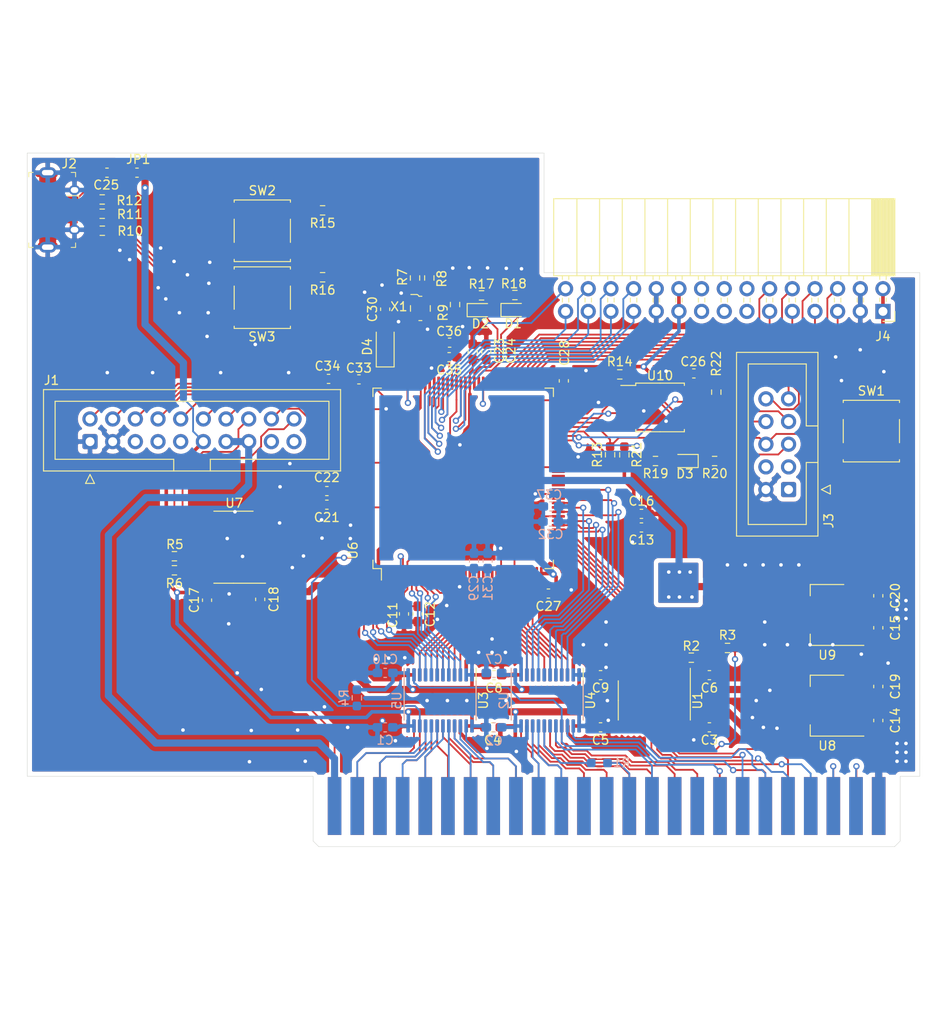
<source format=kicad_pcb>
(kicad_pcb (version 20171130) (host pcbnew 5.1.10)
  (layers (0 F.Cu signal) (31 B.Cu signal) (34 B.Paste user) (35 F.Paste user) (36 B.SilkS user) (37 F.SilkS user) (38 B.Mask user) (39 F.Mask user) (44 Edge.Cuts user))
  (net 0 "")
  (net 1 GND)
  (net 2 /D7)
  (net 3 /D6)
  (net 4 /D5)
  (net 5 /D4)
  (net 6 /D3)
  (net 7 /D2)
  (net 8 /D1)
  (net 9 /D0)
  (net 10 +5V)
  (net 11 /A15)
  (net 12 /A14)
  (net 13 /A13)
  (net 14 /A12)
  (net 15 /A11)
  (net 16 /A10)
  (net 17 /A9)
  (net 18 /A8)
  (net 19 /A7)
  (net 20 /A6)
  (net 21 /A5)
  (net 22 /A4)
  (net 23 /A3)
  (net 24 /A2)
  (net 25 /A1)
  (net 26 /A0)
  (net 27 /A15_33)
  (net 28 /A14_33)
  (net 29 /A13_33)
  (net 30 /A12_33)
  (net 31 /A11_33)
  (net 32 /A10_33)
  (net 33 /A9_33)
  (net 34 /A8_33)
  (net 35 /A7_33)
  (net 36 /A6_33)
  (net 37 /A5_33)
  (net 38 /A4_33)
  (net 39 /A3_33)
  (net 40 /A2_33)
  (net 41 /A1_33)
  (net 42 /A0_33)
  (net 43 /D7_33)
  (net 44 /D6_33)
  (net 45 /D5_33)
  (net 46 /D4_33)
  (net 47 /D3_33)
  (net 48 /D2_33)
  (net 49 /D1_33)
  (net 50 /D0_33)
  (net 51 "Net-(P1-Pad29)")
  (net 52 "Net-(P1-Pad30)")
  (net 53 "Net-(P1-Pad32)")
  (net 54 "Net-(P1-Pad34)")
  (net 55 "Net-(P1-Pad35)")
  (net 56 "Net-(P1-Pad38)")
  (net 57 "Net-(P1-Pad39)")
  (net 58 "Net-(P1-Pad24)")
  (net 59 "Net-(P1-Pad23)")
  (net 60 "Net-(P1-Pad22)")
  (net 61 "Net-(P1-Pad21)")
  (net 62 "Net-(P1-Pad19)")
  (net 63 /RW)
  (net 64 "Net-(R2-Pad2)")
  (net 65 /~RDY)
  (net 66 /~INH)
  (net 67 /~IRQ)
  (net 68 /~NMI)
  (net 69 /~D_OE)
  (net 70 /PH0)
  (net 71 /PH1)
  (net 72 /PH2)
  (net 73 /PH3)
  (net 74 /~WREQ)
  (net 75 /SEL)
  (net 76 /~ENABLE)
  (net 77 /WRDATA)
  (net 78 /RDDATA_33)
  (net 79 /SENSE_33)
  (net 80 /SENSE)
  (net 81 /RDDATA)
  (net 82 /~ENABLE2)
  (net 83 "Net-(J1-Pad7)")
  (net 84 "Net-(J1-Pad17)")
  (net 85 "Net-(J1-Pad19)")
  (net 86 +3.3V)
  (net 87 +1V2)
  (net 88 "Net-(C27-Pad2)")
  (net 89 /LED1)
  (net 90 "Net-(D1-Pad1)")
  (net 91 "Net-(D2-Pad1)")
  (net 92 /LED2)
  (net 93 "Net-(D3-Pad1)")
  (net 94 /iCE40_CDONE)
  (net 95 "Net-(D4-Pad1)")
  (net 96 +12V)
  (net 97 "Net-(J2-Pad2)")
  (net 98 "Net-(J2-Pad1)")
  (net 99 "Net-(J2-Pad4)")
  (net 100 "Net-(J2-Pad3)")
  (net 101 "Net-(J3-Pad1)")
  (net 102 "Net-(J3-Pad3)")
  (net 103 /iC40_SDI)
  (net 104 /iCE40_SCK)
  (net 105 "Net-(J3-Pad4)")
  (net 106 /~iCE40_CRESET)
  (net 107 /iC40_SDO)
  (net 108 /~iCE40_CS)
  (net 109 "Net-(R3-Pad2)")
  (net 110 "Net-(R7-Pad2)")
  (net 111 "Net-(R8-Pad2)")
  (net 112 /16Mhz)
  (net 113 "Net-(R9-Pad2)")
  (net 114 /USB_PU)
  (net 115 /USB_P)
  (net 116 /USB_N)
  (net 117 /BTN1)
  (net 118 /BTN2)
  (net 119 "/~FLASH_WP(~IO3)")
  (net 120 "/~FLASH_HOLD(~IO4)")
  (net 121 "Net-(U1-Pad10)")
  (net 122 "Net-(U1-Pad9)")
  (net 123 "Net-(U1-Pad8)")
  (net 124 "Net-(U1-Pad7)")
  (net 125 "Net-(U6-Pad15)")
  (net 126 "Net-(U6-Pad16)")
  (net 127 "Net-(U6-Pad17)")
  (net 128 "Net-(U6-Pad18)")
  (net 129 "Net-(U6-Pad40)")
  (net 130 "Net-(U6-Pad53)")
  (net 131 "Net-(U6-Pad54)")
  (net 132 "Net-(U6-Pad55)")
  (net 133 "Net-(U6-Pad77)")
  (net 134 "Net-(U6-Pad82)")
  (net 135 "Net-(U6-Pad83)")
  (net 136 "Net-(U6-Pad84)")
  (net 137 "Net-(U6-Pad85)")
  (net 138 "Net-(U6-Pad104)")
  (net 139 "Net-(U6-Pad109)")
  (net 140 "Net-(U6-Pad110)")
  (net 141 "Net-(U6-Pad124)")
  (net 142 "Net-(U6-Pad125)")
  (net 143 "Net-(U6-Pad126)")
  (net 144 "Net-(U6-Pad127)")
  (net 145 "Net-(U6-Pad128)")
  (net 146 "Net-(U6-Pad129)")
  (net 147 "Net-(U6-Pad130)")
  (net 148 "Net-(U6-Pad131)")
  (net 149 "Net-(U6-Pad134)")
  (net 150 "Net-(U6-Pad135)")
  (net 151 "Net-(U6-Pad136)")
  (net 152 "Net-(U6-Pad137)")
  (net 153 "Net-(U6-Pad138)")
  (net 154 "Net-(U6-Pad139)")
  (net 155 "Net-(U6-Pad141)")
  (net 156 "Net-(U6-Pad142)")
  (net 157 "Net-(U6-Pad143)")
  (net 158 "Net-(U7-Pad6)")
  (net 159 "Net-(U7-Pad7)")
  (net 160 "Net-(U7-Pad8)")
  (net 161 "Net-(U7-Pad9)")
  (net 162 "Net-(U7-Pad10)")
  (net 163 /~RES)
  (net 164 /7M)
  (net 165 /Q3)
  (net 166 /PHI0)
  (net 167 /~DEVSEL)
  (net 168 /~IOSTROBE)
  (net 169 /~IOSEL)
  (net 170 /RW_33)
  (net 171 /~IOSEL_33)
  (net 172 /~IOSTROBE_33)
  (net 173 /~DEVSEL_33)
  (net 174 /~RES_33)
  (net 175 /PHI0_33)
  (net 176 /Q3_33)
  (net 177 /7M_33)
  (net 178 "Net-(U6-Pad58)")
  (net 179 "Net-(U6-Pad60)")
  (net 180 "Net-(U6-Pad61)")
  (net 181 "Net-(U6-Pad62)")
  (net 182 "Net-(U6-Pad50)")
  (net 183 "Net-(P1-Pad37)")
  (net 184 "Net-(U2-Pad6)")
  (net 185 "Net-(U2-Pad18)")
  (net 186 "Net-(U6-Pad56)")
  (net 187 "Net-(J1-Pad9)")
  (net 188 "Net-(P1-Pad33)")
  (net 189 "Net-(J4-Pad13)")
  (net 190 "Net-(J4-Pad14)")
  (net 191 "Net-(J4-Pad15)")
  (net 192 "Net-(J4-Pad16)")
  (net 193 "Net-(J4-Pad17)")
  (net 194 "Net-(J4-Pad18)")
  (net 195 /PMOD_3)
  (net 196 /PMOD_4)
  (net 197 /PMOD_2)
  (net 198 /PMOD_5)
  (net 199 /PMOD_1)
  (net 200 /PMOD_6)
  (net 201 /PMOD_0)
  (net 202 /PMOD_7)
  (net 203 /PMOD1_3)
  (net 204 /PMOD1_7)
  (net 205 /PMOD1_2)
  (net 206 /PMOD1_6)
  (net 207 /PMOD1_1)
  (net 208 /PMOD1_5)
  (net 209 /PMOD1_0)
  (net 210 /PMOD1_4)
  (module apple-ice:C_0603_1608Metric_Pad1.08x0.95mm_HandSolder (layer F.Cu) (at 126.8157 71.07 180)
    (fp_text reference C21 (at 0 -1.43) (layer F.SilkS))
    (fp_text value 1u)
    (pad 2 smd roundrect (at 0.8625 0 180) (size 1.075 0.95) (layers F.Cu F.Paste F.Mask) (net 1 GND))
    (pad 1 smd roundrect (at -0.8625 0 180) (size 1.075 0.95) (layers F.Cu F.Paste F.Mask) (net 86 +3.3V))
  )
  (module apple-ice:A2-50PIN-MINI (layer F.Cu) (at 100.245 74.985)
    (fp_text reference P1 hide)
    (fp_text value A2Bus-apple2 hide)
    (pad 26 smd rect (at 88.395 29.845) (size 1.524 6.477) (layers B.Cu B.Mask) (net 1 GND))
    (pad 27 smd rect (at 85.855 29.845) (size 1.524 6.477) (layers B.Cu B.Mask) (net 58 "Net-(P1-Pad24)"))
    (pad 28 smd rect (at 83.315 29.845) (size 1.524 6.477) (layers B.Cu B.Mask) (net 59 "Net-(P1-Pad23)"))
    (pad 29 smd rect (at 80.775 29.845) (size 1.524 6.477) (layers B.Cu B.Mask) (net 51 "Net-(P1-Pad29)"))
    (pad 30 smd rect (at 78.235 29.845) (size 1.524 6.477) (layers B.Cu B.Mask) (net 52 "Net-(P1-Pad30)"))
    (pad 31 smd rect (at 75.695 29.845) (size 1.524 6.477) (layers B.Cu B.Mask) (net 163 /~RES))
    (pad 32 smd rect (at 73.155 29.845) (size 1.524 6.477) (layers B.Cu B.Mask) (net 53 "Net-(P1-Pad32)"))
    (pad 33 smd rect (at 70.615 29.845) (size 1.524 6.477) (layers B.Cu B.Mask) (net 188 "Net-(P1-Pad33)"))
    (pad 34 smd rect (at 68.075 29.845) (size 1.524 6.477) (layers B.Cu B.Mask) (net 54 "Net-(P1-Pad34)"))
    (pad 35 smd rect (at 65.535 29.845) (size 1.524 6.477) (layers B.Cu B.Mask) (net 55 "Net-(P1-Pad35)"))
    (pad 36 smd rect (at 62.995 29.845) (size 1.524 6.477) (layers B.Cu B.Mask) (net 164 /7M))
    (pad 37 smd rect (at 60.455 29.845) (size 1.524 6.477) (layers B.Cu B.Mask) (net 183 "Net-(P1-Pad37)"))
    (pad 38 smd rect (at 57.915 29.845) (size 1.524 6.477) (layers B.Cu B.Mask) (net 56 "Net-(P1-Pad38)"))
    (pad 39 smd rect (at 55.375 29.845) (size 1.524 6.477) (layers B.Cu B.Mask) (net 57 "Net-(P1-Pad39)"))
    (pad 40 smd rect (at 52.835 29.845) (size 1.524 6.477) (layers B.Cu B.Mask) (net 166 /PHI0))
    (pad 41 smd rect (at 50.295 29.845) (size 1.524 6.477) (layers B.Cu B.Mask) (net 167 /~DEVSEL))
    (pad 42 smd rect (at 47.755 29.845) (size 1.524 6.477) (layers B.Cu B.Mask) (net 2 /D7))
    (pad 43 smd rect (at 45.215 29.845) (size 1.524 6.477) (layers B.Cu B.Mask) (net 3 /D6))
    (pad 44 smd rect (at 42.675 29.845) (size 1.524 6.477) (layers B.Cu B.Mask) (net 4 /D5))
    (pad 45 smd rect (at 40.135 29.845) (size 1.524 6.477) (layers B.Cu B.Mask) (net 5 /D4))
    (pad 46 smd rect (at 37.595 29.845) (size 1.524 6.477) (layers B.Cu B.Mask) (net 6 /D3))
    (pad 47 smd rect (at 35.055 29.845) (size 1.524 6.477) (layers B.Cu B.Mask) (net 7 /D2))
    (pad 48 smd rect (at 32.515 29.845) (size 1.524 6.477) (layers B.Cu B.Mask) (net 8 /D1))
    (pad 49 smd rect (at 29.975 29.845) (size 1.524 6.477) (layers B.Cu B.Mask) (net 9 /D0))
    (pad 50 smd rect (at 27.435 29.845) (size 1.524 6.477) (layers B.Cu B.Mask) (net 96 +12V))
    (pad 25 smd rect (at 88.395 29.845) (size 1.524 6.477) (layers F.Cu F.Mask) (net 10 +5V))
    (pad 24 smd rect (at 85.855 29.845) (size 1.524 6.477) (layers F.Cu F.Mask) (net 58 "Net-(P1-Pad24)"))
    (pad 23 smd rect (at 83.315 29.845) (size 1.524 6.477) (layers F.Cu F.Mask) (net 59 "Net-(P1-Pad23)"))
    (pad 22 smd rect (at 80.775 29.845) (size 1.524 6.477) (layers F.Cu F.Mask) (net 60 "Net-(P1-Pad22)"))
    (pad 21 smd rect (at 78.235 29.845) (size 1.524 6.477) (layers F.Cu F.Mask) (net 61 "Net-(P1-Pad21)"))
    (pad 20 smd rect (at 75.695 29.845) (size 1.524 6.477) (layers F.Cu F.Mask) (net 168 /~IOSTROBE))
    (pad 19 smd rect (at 73.155 29.845) (size 1.524 6.477) (layers F.Cu F.Mask) (net 62 "Net-(P1-Pad19)"))
    (pad 18 smd rect (at 70.615 29.845) (size 1.524 6.477) (layers F.Cu F.Mask) (net 63 /RW))
    (pad 17 smd rect (at 68.075 29.845) (size 1.524 6.477) (layers F.Cu F.Mask) (net 11 /A15))
    (pad 16 smd rect (at 65.535 29.845) (size 1.524 6.477) (layers F.Cu F.Mask) (net 12 /A14))
    (pad 15 smd rect (at 62.995 29.845) (size 1.524 6.477) (layers F.Cu F.Mask) (net 13 /A13))
    (pad 14 smd rect (at 60.455 29.845) (size 1.524 6.477) (layers F.Cu F.Mask) (net 14 /A12))
    (pad 13 smd rect (at 57.915 29.845) (size 1.524 6.477) (layers F.Cu F.Mask) (net 15 /A11))
    (pad 12 smd rect (at 55.375 29.845) (size 1.524 6.477) (layers F.Cu F.Mask) (net 16 /A10))
    (pad 11 smd rect (at 52.835 29.845) (size 1.524 6.477) (layers F.Cu F.Mask) (net 17 /A9))
    (pad 10 smd rect (at 50.295 29.845) (size 1.524 6.477) (layers F.Cu F.Mask) (net 18 /A8))
    (pad 09 smd rect (at 47.755 29.845) (size 1.524 6.477) (layers F.Cu F.Mask) (net 19 /A7))
    (pad 08 smd rect (at 45.215 29.845) (size 1.524 6.477) (layers F.Cu F.Mask) (net 20 /A6))
    (pad 07 smd rect (at 42.675 29.845) (size 1.524 6.477) (layers F.Cu F.Mask) (net 21 /A5))
    (pad 06 smd rect (at 40.135 29.845) (size 1.524 6.477) (layers F.Cu F.Mask) (net 22 /A4))
    (pad 05 smd rect (at 37.595 29.845) (size 1.524 6.477) (layers F.Cu F.Mask) (net 23 /A3))
    (pad 04 smd rect (at 35.055 29.845) (size 1.524 6.477) (layers F.Cu F.Mask) (net 24 /A2))
    (pad 03 smd rect (at 32.515 29.845) (size 1.524 6.477) (layers F.Cu F.Mask) (net 25 /A1))
    (pad 02 smd rect (at 29.975 29.845) (size 1.524 6.477) (layers F.Cu F.Mask) (net 26 /A0))
    (pad 01 smd rect (at 27.435 29.845) (size 1.524 6.477) (layers F.Cu F.Mask) (net 169 /~IOSEL))
  )
  (module apple-ice:IDC-Header_2x05_P2.54mm_Vertical (layer F.Cu) (at 178.545 69.378 180)
    (fp_text reference J3 (at -4.5 -3.5 270) (layer F.SilkS))
    (fp_text value SPI_FLASH_PROG)
    (pad 1 thru_hole roundrect (at 0 0 180) (size 1.7 1.7) (drill 1) (layers *.Cu *.Mask) (roundrect_rratio 0.147059) (net 101 "Net-(J3-Pad1)"))
    (pad 3 thru_hole circle (at 0 2.54 180) (size 1.7 1.7) (drill 1) (layers *.Cu *.Mask) (net 102 "Net-(J3-Pad3)"))
    (pad 5 thru_hole circle (at 0 5.08 180) (size 1.7 1.7) (drill 1) (layers *.Cu *.Mask) (net 94 /iCE40_CDONE))
    (pad 7 thru_hole circle (at 0 7.62 180) (size 1.7 1.7) (drill 1) (layers *.Cu *.Mask) (net 103 /iC40_SDI))
    (pad 9 thru_hole circle (at 0 10.16 180) (size 1.7 1.7) (drill 1) (layers *.Cu *.Mask) (net 104 /iCE40_SCK))
    (pad 2 thru_hole circle (at 2.54 0 180) (size 1.7 1.7) (drill 1) (layers *.Cu *.Mask) (net 1 GND))
    (pad 4 thru_hole circle (at 2.54 2.54 180) (size 1.7 1.7) (drill 1) (layers *.Cu *.Mask) (net 105 "Net-(J3-Pad4)"))
    (pad 6 thru_hole circle (at 2.54 5.08 180) (size 1.7 1.7) (drill 1) (layers *.Cu *.Mask) (net 106 /~iCE40_CRESET))
    (pad 8 thru_hole circle (at 2.54 7.62 180) (size 1.7 1.7) (drill 1) (layers *.Cu *.Mask) (net 107 /iC40_SDO))
    (pad 10 thru_hole circle (at 2.54 10.16 180) (size 1.7 1.7) (drill 1) (layers *.Cu *.Mask) (net 108 /~iCE40_CS))
  )
  (module apple-ice:SW_SPST_B3S-1000 (layer F.Cu) (at 187.82 62.828)
    (fp_text reference SW1 (at 0 -4.5) (layer F.SilkS))
    (fp_text value SW_Push)
    (pad 1 smd rect (at -3.975 -2.25) (size 1.55 1.3) (layers F.Cu F.Paste F.Mask) (net 1 GND))
    (pad 1 smd rect (at 3.975 -2.25) (size 1.55 1.3) (layers F.Cu F.Paste F.Mask) (net 1 GND))
    (pad 2 smd rect (at -3.975 2.25) (size 1.55 1.3) (layers F.Cu F.Paste F.Mask) (net 106 /~iCE40_CRESET))
    (pad 2 smd rect (at 3.975 2.25) (size 1.55 1.3) (layers F.Cu F.Paste F.Mask) (net 106 /~iCE40_CRESET))
  )
  (module apple-ice:SOIC-8_5.23x5.23mm_P1.27mm (layer F.Cu) (at 164.145 60.178)
    (fp_text reference U10 (at 0 -3.56) (layer F.SilkS))
    (fp_text value W25Q16JVSS)
    (pad 1 smd roundrect (at -3.6 -1.905) (size 1.6 0.6) (layers F.Cu F.Paste F.Mask) (net 108 /~iCE40_CS))
    (pad 2 smd roundrect (at -3.6 -0.635) (size 1.6 0.6) (layers F.Cu F.Paste F.Mask) (net 103 /iC40_SDI))
    (pad 3 smd roundrect (at -3.6 0.635) (size 1.6 0.6) (layers F.Cu F.Paste F.Mask) (net 119 "/~FLASH_WP(~IO3)"))
    (pad 4 smd roundrect (at -3.6 1.905) (size 1.6 0.6) (layers F.Cu F.Paste F.Mask) (net 1 GND))
    (pad 5 smd roundrect (at 3.6 1.905) (size 1.6 0.6) (layers F.Cu F.Paste F.Mask) (net 107 /iC40_SDO))
    (pad 6 smd roundrect (at 3.6 0.635) (size 1.6 0.6) (layers F.Cu F.Paste F.Mask) (net 104 /iCE40_SCK))
    (pad 7 smd roundrect (at 3.6 -0.635) (size 1.6 0.6) (layers F.Cu F.Paste F.Mask) (net 120 "/~FLASH_HOLD(~IO4)"))
    (pad 8 smd roundrect (at 3.6 -1.905) (size 1.6 0.6) (layers F.Cu F.Paste F.Mask) (net 86 +3.3V))
  )
  (module apple-ice:IDC-Header_2x10_P2.54mm_Vertical (layer F.Cu) (at 100.2792 64.008 90)
    (fp_text reference J1 (at 6.8724 -4.3126 180) (layer F.SilkS))
    (fp_text value TO_SP_DRIVE)
    (pad 1 thru_hole roundrect (at 0 0 90) (size 1.7 1.7) (drill 1) (layers *.Cu *.Mask) (roundrect_rratio 0.147059) (net 1 GND))
    (pad 3 thru_hole circle (at 0 2.54 90) (size 1.7 1.7) (drill 1) (layers *.Cu *.Mask) (net 1 GND))
    (pad 5 thru_hole circle (at 0 5.08 90) (size 1.7 1.7) (drill 1) (layers *.Cu *.Mask) (net 82 /~ENABLE2))
    (pad 7 thru_hole circle (at 0 7.62 90) (size 1.7 1.7) (drill 1) (layers *.Cu *.Mask) (net 83 "Net-(J1-Pad7)"))
    (pad 9 thru_hole circle (at 0 10.16 90) (size 1.7 1.7) (drill 1) (layers *.Cu *.Mask) (net 187 "Net-(J1-Pad9)"))
    (pad 11 thru_hole circle (at 0 12.7 90) (size 1.7 1.7) (drill 1) (layers *.Cu *.Mask) (net 10 +5V))
    (pad 13 thru_hole circle (at 0 15.24 90) (size 1.7 1.7) (drill 1) (layers *.Cu *.Mask) (net 96 +12V))
    (pad 15 thru_hole circle (at 0 17.78 90) (size 1.7 1.7) (drill 1) (layers *.Cu *.Mask) (net 96 +12V))
    (pad 17 thru_hole circle (at 0 20.32 90) (size 1.7 1.7) (drill 1) (layers *.Cu *.Mask) (net 84 "Net-(J1-Pad17)"))
    (pad 19 thru_hole circle (at 0 22.86 90) (size 1.7 1.7) (drill 1) (layers *.Cu *.Mask) (net 85 "Net-(J1-Pad19)"))
    (pad 2 thru_hole circle (at 2.54 0 90) (size 1.7 1.7) (drill 1) (layers *.Cu *.Mask) (net 70 /PH0))
    (pad 4 thru_hole circle (at 2.54 2.54 90) (size 1.7 1.7) (drill 1) (layers *.Cu *.Mask) (net 71 /PH1))
    (pad 6 thru_hole circle (at 2.54 5.08 90) (size 1.7 1.7) (drill 1) (layers *.Cu *.Mask) (net 72 /PH2))
    (pad 8 thru_hole circle (at 2.54 7.62 90) (size 1.7 1.7) (drill 1) (layers *.Cu *.Mask) (net 73 /PH3))
    (pad 10 thru_hole circle (at 2.54 10.16 90) (size 1.7 1.7) (drill 1) (layers *.Cu *.Mask) (net 74 /~WREQ))
    (pad 12 thru_hole circle (at 2.54 12.7 90) (size 1.7 1.7) (drill 1) (layers *.Cu *.Mask) (net 75 /SEL))
    (pad 14 thru_hole circle (at 2.54 15.24 90) (size 1.7 1.7) (drill 1) (layers *.Cu *.Mask) (net 76 /~ENABLE))
    (pad 16 thru_hole circle (at 2.54 17.78 90) (size 1.7 1.7) (drill 1) (layers *.Cu *.Mask) (net 81 /RDDATA))
    (pad 18 thru_hole circle (at 2.54 20.32 90) (size 1.7 1.7) (drill 1) (layers *.Cu *.Mask) (net 77 /WRDATA))
    (pad 20 thru_hole circle (at 2.54 22.86 90) (size 1.7 1.7) (drill 1) (layers *.Cu *.Mask) (net 80 /SENSE))
  )
  (module apple-ice:TQFP-144_20x20mm_P0.5mm (layer F.Cu) (at 142.0876 68.1228 90)
    (fp_text reference U6 (at -8.0772 -12.3444 90) (layer F.SilkS))
    (fp_text value ICE40HX1K-TQ144)
    (pad 1 smd roundrect (at -10.6625 -8.75 90) (size 1.475 0.3) (layers F.Cu F.Paste F.Mask) (net 50 /D0_33))
    (pad 2 smd roundrect (at -10.6625 -8.25 90) (size 1.475 0.3) (layers F.Cu F.Paste F.Mask) (net 49 /D1_33))
    (pad 3 smd roundrect (at -10.6625 -7.75 90) (size 1.475 0.3) (layers F.Cu F.Paste F.Mask) (net 48 /D2_33))
    (pad 4 smd roundrect (at -10.6625 -7.25 90) (size 1.475 0.3) (layers F.Cu F.Paste F.Mask) (net 47 /D3_33))
    (pad 5 smd roundrect (at -10.6625 -6.75 90) (size 1.475 0.3) (layers F.Cu F.Paste F.Mask) (net 1 GND))
    (pad 6 smd roundrect (at -10.6625 -6.25 90) (size 1.475 0.3) (layers F.Cu F.Paste F.Mask) (net 86 +3.3V))
    (pad 7 smd roundrect (at -10.6625 -5.75 90) (size 1.475 0.3) (layers F.Cu F.Paste F.Mask) (net 46 /D4_33))
    (pad 8 smd roundrect (at -10.6625 -5.25 90) (size 1.475 0.3) (layers F.Cu F.Paste F.Mask) (net 45 /D5_33))
    (pad 9 smd roundrect (at -10.6625 -4.75 90) (size 1.475 0.3) (layers F.Cu F.Paste F.Mask) (net 44 /D6_33))
    (pad 10 smd roundrect (at -10.6625 -4.25 90) (size 1.475 0.3) (layers F.Cu F.Paste F.Mask) (net 43 /D7_33))
    (pad 11 smd roundrect (at -10.6625 -3.75 90) (size 1.475 0.3) (layers F.Cu F.Paste F.Mask) (net 42 /A0_33))
    (pad 12 smd roundrect (at -10.6625 -3.25 90) (size 1.475 0.3) (layers F.Cu F.Paste F.Mask) (net 41 /A1_33))
    (pad 13 smd roundrect (at -10.6625 -2.75 90) (size 1.475 0.3) (layers F.Cu F.Paste F.Mask) (net 1 GND))
    (pad 14 smd roundrect (at -10.6625 -2.25 90) (size 1.475 0.3) (layers F.Cu F.Paste F.Mask) (net 1 GND))
    (pad 15 smd roundrect (at -10.6625 -1.75 90) (size 1.475 0.3) (layers F.Cu F.Paste F.Mask) (net 125 "Net-(U6-Pad15)"))
    (pad 16 smd roundrect (at -10.6625 -1.25 90) (size 1.475 0.3) (layers F.Cu F.Paste F.Mask) (net 126 "Net-(U6-Pad16)"))
    (pad 17 smd roundrect (at -10.6625 -0.75 90) (size 1.475 0.3) (layers F.Cu F.Paste F.Mask) (net 127 "Net-(U6-Pad17)"))
    (pad 18 smd roundrect (at -10.6625 -0.25 90) (size 1.475 0.3) (layers F.Cu F.Paste F.Mask) (net 128 "Net-(U6-Pad18)"))
    (pad 19 smd roundrect (at -10.6625 0.25 90) (size 1.475 0.3) (layers F.Cu F.Paste F.Mask) (net 40 /A2_33))
    (pad 20 smd roundrect (at -10.6625 0.75 90) (size 1.475 0.3) (layers F.Cu F.Paste F.Mask) (net 39 /A3_33))
    (pad 21 smd roundrect (at -10.6625 1.25 90) (size 1.475 0.3) (layers F.Cu F.Paste F.Mask) (net 38 /A4_33))
    (pad 22 smd roundrect (at -10.6625 1.75 90) (size 1.475 0.3) (layers F.Cu F.Paste F.Mask) (net 37 /A5_33))
    (pad 23 smd roundrect (at -10.6625 2.25 90) (size 1.475 0.3) (layers F.Cu F.Paste F.Mask) (net 36 /A6_33))
    (pad 24 smd roundrect (at -10.6625 2.75 90) (size 1.475 0.3) (layers F.Cu F.Paste F.Mask) (net 35 /A7_33))
    (pad 25 smd roundrect (at -10.6625 3.25 90) (size 1.475 0.3) (layers F.Cu F.Paste F.Mask) (net 34 /A8_33))
    (pad 26 smd roundrect (at -10.6625 3.75 90) (size 1.475 0.3) (layers F.Cu F.Paste F.Mask) (net 33 /A9_33))
    (pad 27 smd roundrect (at -10.6625 4.25 90) (size 1.475 0.3) (layers F.Cu F.Paste F.Mask) (net 87 +1V2))
    (pad 28 smd roundrect (at -10.6625 4.75 90) (size 1.475 0.3) (layers F.Cu F.Paste F.Mask) (net 32 /A10_33))
    (pad 29 smd roundrect (at -10.6625 5.25 90) (size 1.475 0.3) (layers F.Cu F.Paste F.Mask) (net 31 /A11_33))
    (pad 30 smd roundrect (at -10.6625 5.75 90) (size 1.475 0.3) (layers F.Cu F.Paste F.Mask) (net 86 +3.3V))
    (pad 31 smd roundrect (at -10.6625 6.25 90) (size 1.475 0.3) (layers F.Cu F.Paste F.Mask) (net 30 /A12_33))
    (pad 32 smd roundrect (at -10.6625 6.75 90) (size 1.475 0.3) (layers F.Cu F.Paste F.Mask) (net 29 /A13_33))
    (pad 33 smd roundrect (at -10.6625 7.25 90) (size 1.475 0.3) (layers F.Cu F.Paste F.Mask) (net 28 /A14_33))
    (pad 34 smd roundrect (at -10.6625 7.75 90) (size 1.475 0.3) (layers F.Cu F.Paste F.Mask) (net 27 /A15_33))
    (pad 35 smd roundrect (at -10.6625 8.25 90) (size 1.475 0.3) (layers F.Cu F.Paste F.Mask) (net 88 "Net-(C27-Pad2)"))
    (pad 36 smd roundrect (at -10.6625 8.75 90) (size 1.475 0.3) (layers F.Cu F.Paste F.Mask) (net 87 +1V2))
    (pad 37 smd roundrect (at -8.75 10.6625 90) (size 0.3 1.475) (layers F.Cu F.Paste F.Mask) (net 68 /~NMI))
    (pad 38 smd roundrect (at -8.25 10.6625 90) (size 0.3 1.475) (layers F.Cu F.Paste F.Mask) (net 67 /~IRQ))
    (pad 39 smd roundrect (at -7.75 10.6625 90) (size 0.3 1.475) (layers F.Cu F.Paste F.Mask) (net 66 /~INH))
    (pad 40 smd roundrect (at -7.25 10.6625 90) (size 0.3 1.475) (layers F.Cu F.Paste F.Mask) (net 129 "Net-(U6-Pad40)"))
    (pad 41 smd roundrect (at -6.75 10.6625 90) (size 0.3 1.475) (layers F.Cu F.Paste F.Mask) (net 65 /~RDY))
    (pad 42 smd roundrect (at -6.25 10.6625 90) (size 0.3 1.475) (layers F.Cu F.Paste F.Mask) (net 109 "Net-(R3-Pad2)"))
    (pad 43 smd roundrect (at -5.75 10.6625 90) (size 0.3 1.475) (layers F.Cu F.Paste F.Mask) (net 177 /7M_33))
    (pad 44 smd roundrect (at -5.25 10.6625 90) (size 0.3 1.475) (layers F.Cu F.Paste F.Mask) (net 176 /Q3_33))
    (pad 45 smd roundrect (at -4.75 10.6625 90) (size 0.3 1.475) (layers F.Cu F.Paste F.Mask) (net 175 /PHI0_33))
    (pad 46 smd roundrect (at -4.25 10.6625 90) (size 0.3 1.475) (layers F.Cu F.Paste F.Mask) (net 86 +3.3V))
    (pad 47 smd roundrect (at -3.75 10.6625 90) (size 0.3 1.475) (layers F.Cu F.Paste F.Mask) (net 174 /~RES_33))
    (pad 48 smd roundrect (at -3.25 10.6625 90) (size 0.3 1.475) (layers F.Cu F.Paste F.Mask) (net 173 /~DEVSEL_33))
    (pad 49 smd roundrect (at -2.75 10.6625 90) (size 0.3 1.475) (layers F.Cu F.Paste F.Mask) (net 172 /~IOSTROBE_33))
    (pad 50 smd roundrect (at -2.25 10.6625 90) (size 0.3 1.475) (layers F.Cu F.Paste F.Mask) (net 182 "Net-(U6-Pad50)"))
    (pad 51 smd roundrect (at -1.75 10.6625 90) (size 0.3 1.475) (layers F.Cu F.Paste F.Mask) (net 87 +1V2))
    (pad 52 smd roundrect (at -1.25 10.6625 90) (size 0.3 1.475) (layers F.Cu F.Paste F.Mask) (net 170 /RW_33))
    (pad 53 smd roundrect (at -0.75 10.6625 90) (size 0.3 1.475) (layers F.Cu F.Paste F.Mask) (net 130 "Net-(U6-Pad53)"))
    (pad 54 smd roundrect (at -0.25 10.6625 90) (size 0.3 1.475) (layers F.Cu F.Paste F.Mask) (net 131 "Net-(U6-Pad54)"))
    (pad 55 smd roundrect (at 0.25 10.6625 90) (size 0.3 1.475) (layers F.Cu F.Paste F.Mask) (net 132 "Net-(U6-Pad55)"))
    (pad 56 smd roundrect (at 0.75 10.6625 90) (size 0.3 1.475) (layers F.Cu F.Paste F.Mask) (net 186 "Net-(U6-Pad56)"))
    (pad 57 smd roundrect (at 1.25 10.6625 90) (size 0.3 1.475) (layers F.Cu F.Paste F.Mask) (net 86 +3.3V))
    (pad 58 smd roundrect (at 1.75 10.6625 90) (size 0.3 1.475) (layers F.Cu F.Paste F.Mask) (net 178 "Net-(U6-Pad58)"))
    (pad 59 smd roundrect (at 2.25 10.6625 90) (size 0.3 1.475) (layers F.Cu F.Paste F.Mask) (net 1 GND))
    (pad 60 smd roundrect (at 2.75 10.6625 90) (size 0.3 1.475) (layers F.Cu F.Paste F.Mask) (net 179 "Net-(U6-Pad60)"))
    (pad 61 smd roundrect (at 3.25 10.6625 90) (size 0.3 1.475) (layers F.Cu F.Paste F.Mask) (net 180 "Net-(U6-Pad61)"))
    (pad 62 smd roundrect (at 3.75 10.6625 90) (size 0.3 1.475) (layers F.Cu F.Paste F.Mask) (net 181 "Net-(U6-Pad62)"))
    (pad 63 smd roundrect (at 4.25 10.6625 90) (size 0.3 1.475) (layers F.Cu F.Paste F.Mask) (net 119 "/~FLASH_WP(~IO3)"))
    (pad 64 smd roundrect (at 4.75 10.6625 90) (size 0.3 1.475) (layers F.Cu F.Paste F.Mask) (net 120 "/~FLASH_HOLD(~IO4)"))
    (pad 65 smd roundrect (at 5.25 10.6625 90) (size 0.3 1.475) (layers F.Cu F.Paste F.Mask) (net 94 /iCE40_CDONE))
    (pad 66 smd roundrect (at 5.75 10.6625 90) (size 0.3 1.475) (layers F.Cu F.Paste F.Mask) (net 106 /~iCE40_CRESET))
    (pad 67 smd roundrect (at 6.25 10.6625 90) (size 0.3 1.475) (layers F.Cu F.Paste F.Mask) (net 107 /iC40_SDO))
    (pad 68 smd roundrect (at 6.75 10.6625 90) (size 0.3 1.475) (layers F.Cu F.Paste F.Mask) (net 103 /iC40_SDI))
    (pad 69 smd roundrect (at 7.25 10.6625 90) (size 0.3 1.475) (layers F.Cu F.Paste F.Mask) (net 1 GND))
    (pad 70 smd roundrect (at 7.75 10.6625 90) (size 0.3 1.475) (layers F.Cu F.Paste F.Mask) (net 104 /iCE40_SCK))
    (pad 71 smd roundrect (at 8.25 10.6625 90) (size 0.3 1.475) (layers F.Cu F.Paste F.Mask) (net 108 /~iCE40_CS))
    (pad 72 smd roundrect (at 8.75 10.6625 90) (size 0.3 1.475) (layers F.Cu F.Paste F.Mask) (net 86 +3.3V))
    (pad 73 smd roundrect (at 10.6625 8.75 90) (size 1.475 0.3) (layers F.Cu F.Paste F.Mask) (net 201 /PMOD_0))
    (pad 74 smd roundrect (at 10.6625 8.25 90) (size 1.475 0.3) (layers F.Cu F.Paste F.Mask) (net 199 /PMOD_1))
    (pad 75 smd roundrect (at 10.6625 7.75 90) (size 1.475 0.3) (layers F.Cu F.Paste F.Mask) (net 197 /PMOD_2))
    (pad 76 smd roundrect (at 10.6625 7.25 90) (size 1.475 0.3) (layers F.Cu F.Paste F.Mask) (net 195 /PMOD_3))
    (pad 77 smd roundrect (at 10.6625 6.75 90) (size 1.475 0.3) (layers F.Cu F.Paste F.Mask) (net 133 "Net-(U6-Pad77)"))
    (pad 78 smd roundrect (at 10.6625 6.25 90) (size 1.475 0.3) (layers F.Cu F.Paste F.Mask) (net 196 /PMOD_4))
    (pad 79 smd roundrect (at 10.6625 5.75 90) (size 1.475 0.3) (layers F.Cu F.Paste F.Mask) (net 198 /PMOD_5))
    (pad 80 smd roundrect (at 10.6625 5.25 90) (size 1.475 0.3) (layers F.Cu F.Paste F.Mask) (net 200 /PMOD_6))
    (pad 81 smd roundrect (at 10.6625 4.75 90) (size 1.475 0.3) (layers F.Cu F.Paste F.Mask) (net 202 /PMOD_7))
    (pad 82 smd roundrect (at 10.6625 4.25 90) (size 1.475 0.3) (layers F.Cu F.Paste F.Mask) (net 134 "Net-(U6-Pad82)"))
    (pad 83 smd roundrect (at 10.6625 3.75 90) (size 1.475 0.3) (layers F.Cu F.Paste F.Mask) (net 135 "Net-(U6-Pad83)"))
    (pad 84 smd roundrect (at 10.6625 3.25 90) (size 1.475 0.3) (layers F.Cu F.Paste F.Mask) (net 136 "Net-(U6-Pad84)"))
    (pad 85 smd roundrect (at 10.6625 2.75 90) (size 1.475 0.3) (layers F.Cu F.Paste F.Mask) (net 137 "Net-(U6-Pad85)"))
    (pad 86 smd roundrect (at 10.6625 2.25 90) (size 1.475 0.3) (layers F.Cu F.Paste F.Mask) (net 1 GND))
    (pad 87 smd roundrect (at 10.6625 1.75 90) (size 1.475 0.3) (layers F.Cu F.Paste F.Mask) (net 89 /LED1))
    (pad 88 smd roundrect (at 10.6625 1.25 90) (size 1.475 0.3) (layers F.Cu F.Paste F.Mask) (net 92 /LED2))
    (pad 89 smd roundrect (at 10.6625 0.75 90) (size 1.475 0.3) (layers F.Cu F.Paste F.Mask) (net 86 +3.3V))
    (pad 90 smd roundrect (at 10.6625 0.25 90) (size 1.475 0.3) (layers F.Cu F.Paste F.Mask) (net 209 /PMOD1_0))
    (pad 91 smd roundrect (at 10.6625 -0.25 90) (size 1.475 0.3) (layers F.Cu F.Paste F.Mask) (net 207 /PMOD1_1))
    (pad 92 smd roundrect (at 10.6625 -0.75 90) (size 1.475 0.3) (layers F.Cu F.Paste F.Mask) (net 87 +1V2))
    (pad 93 smd roundrect (at 10.6625 -1.25 90) (size 1.475 0.3) (layers F.Cu F.Paste F.Mask) (net 112 /16Mhz))
    (pad 94 smd roundrect (at 10.6625 -1.75 90) (size 1.475 0.3) (layers F.Cu F.Paste F.Mask) (net 205 /PMOD1_2))
    (pad 95 smd roundrect (at 10.6625 -2.25 90) (size 1.475 0.3) (layers F.Cu F.Paste F.Mask) (net 203 /PMOD1_3))
    (pad 96 smd roundrect (at 10.6625 -2.75 90) (size 1.475 0.3) (layers F.Cu F.Paste F.Mask) (net 210 /PMOD1_4))
    (pad 97 smd roundrect (at 10.6625 -3.25 90) (size 1.475 0.3) (layers F.Cu F.Paste F.Mask) (net 208 /PMOD1_5))
    (pad 98 smd roundrect (at 10.6625 -3.75 90) (size 1.475 0.3) (layers F.Cu F.Paste F.Mask) (net 206 /PMOD1_6))
    (pad 99 smd roundrect (at 10.6625 -4.25 90) (size 1.475 0.3) (layers F.Cu F.Paste F.Mask) (net 204 /PMOD1_7))
    (pad 100 smd roundrect (at 10.6625 -4.75 90) (size 1.475 0.3) (layers F.Cu F.Paste F.Mask) (net 86 +3.3V))
    (pad 101 smd roundrect (at 10.6625 -5.25 90) (size 1.475 0.3) (layers F.Cu F.Paste F.Mask) (net 117 /BTN1))
    (pad 102 smd roundrect (at 10.6625 -5.75 90) (size 1.475 0.3) (layers F.Cu F.Paste F.Mask) (net 118 /BTN2))
    (pad 103 smd roundrect (at 10.6625 -6.25 90) (size 1.475 0.3) (layers F.Cu F.Paste F.Mask) (net 1 GND))
    (pad 104 smd roundrect (at 10.6625 -6.75 90) (size 1.475 0.3) (layers F.Cu F.Paste F.Mask) (net 138 "Net-(U6-Pad104)"))
    (pad 105 smd roundrect (at 10.6625 -7.25 90) (size 1.475 0.3) (layers F.Cu F.Paste F.Mask) (net 116 /USB_N))
    (pad 106 smd roundrect (at 10.6625 -7.75 90) (size 1.475 0.3) (layers F.Cu F.Paste F.Mask) (net 115 /USB_P))
    (pad 107 smd roundrect (at 10.6625 -8.25 90) (size 1.475 0.3) (layers F.Cu F.Paste F.Mask) (net 114 /USB_PU))
    (pad 108 smd roundrect (at 10.6625 -8.75 90) (size 1.475 0.3) (layers F.Cu F.Paste F.Mask) (net 95 "Net-(D4-Pad1)"))
    (pad 109 smd roundrect (at 8.75 -10.6625 90) (size 0.3 1.475) (layers F.Cu F.Paste F.Mask) (net 139 "Net-(U6-Pad109)"))
    (pad 110 smd roundrect (at 8.25 -10.6625 90) (size 0.3 1.475) (layers F.Cu F.Paste F.Mask) (net 140 "Net-(U6-Pad110)"))
    (pad 111 smd roundrect (at 7.75 -10.6625 90) (size 0.3 1.475) (layers F.Cu F.Paste F.Mask) (net 87 +1V2))
    (pad 112 smd roundrect (at 7.25 -10.6625 90) (size 0.3 1.475) (layers F.Cu F.Paste F.Mask) (net 70 /PH0))
    (pad 113 smd roundrect (at 6.75 -10.6625 90) (size 0.3 1.475) (layers F.Cu F.Paste F.Mask) (net 71 /PH1))
    (pad 114 smd roundrect (at 6.25 -10.6625 90) (size 0.3 1.475) (layers F.Cu F.Paste F.Mask) (net 72 /PH2))
    (pad 115 smd roundrect (at 5.75 -10.6625 90) (size 0.3 1.475) (layers F.Cu F.Paste F.Mask) (net 73 /PH3))
    (pad 116 smd roundrect (at 5.25 -10.6625 90) (size 0.3 1.475) (layers F.Cu F.Paste F.Mask) (net 74 /~WREQ))
    (pad 117 smd roundrect (at 4.75 -10.6625 90) (size 0.3 1.475) (layers F.Cu F.Paste F.Mask) (net 75 /SEL))
    (pad 118 smd roundrect (at 4.25 -10.6625 90) (size 0.3 1.475) (layers F.Cu F.Paste F.Mask) (net 76 /~ENABLE))
    (pad 119 smd roundrect (at 3.75 -10.6625 90) (size 0.3 1.475) (layers F.Cu F.Paste F.Mask) (net 77 /WRDATA))
    (pad 120 smd roundrect (at 3.25 -10.6625 90) (size 0.3 1.475) (layers F.Cu F.Paste F.Mask) (net 171 /~IOSEL_33))
    (pad 121 smd roundrect (at 2.75 -10.6625 90) (size 0.3 1.475) (layers F.Cu F.Paste F.Mask) (net 79 /SENSE_33))
    (pad 122 smd roundrect (at 2.25 -10.6625 90) (size 0.3 1.475) (layers F.Cu F.Paste F.Mask) (net 78 /RDDATA_33))
    (pad 123 smd roundrect (at 1.75 -10.6625 90) (size 0.3 1.475) (layers F.Cu F.Paste F.Mask) (net 86 +3.3V))
    (pad 124 smd roundrect (at 1.25 -10.6625 90) (size 0.3 1.475) (layers F.Cu F.Paste F.Mask) (net 141 "Net-(U6-Pad124)"))
    (pad 125 smd roundrect (at 0.75 -10.6625 90) (size 0.3 1.475) (layers F.Cu F.Paste F.Mask) (net 142 "Net-(U6-Pad125)"))
    (pad 126 smd roundrect (at 0.25 -10.6625 90) (size 0.3 1.475) (layers F.Cu F.Paste F.Mask) (net 143 "Net-(U6-Pad126)"))
    (pad 127 smd roundrect (at -0.25 -10.6625 90) (size 0.3 1.475) (layers F.Cu F.Paste F.Mask) (net 144 "Net-(U6-Pad127)"))
    (pad 128 smd roundrect (at -0.75 -10.6625 90) (size 0.3 1.475) (layers F.Cu F.Paste F.Mask) (net 145 "Net-(U6-Pad128)"))
    (pad 129 smd roundrect (at -1.25 -10.6625 90) (size 0.3 1.475) (layers F.Cu F.Paste F.Mask) (net 146 "Net-(U6-Pad129)"))
    (pad 130 smd roundrect (at -1.75 -10.6625 90) (size 0.3 1.475) (layers F.Cu F.Paste F.Mask) (net 147 "Net-(U6-Pad130)"))
    (pad 131 smd roundrect (at -2.25 -10.6625 90) (size 0.3 1.475) (layers F.Cu F.Paste F.Mask) (net 148 "Net-(U6-Pad131)"))
    (pad 132 smd roundrect (at -2.75 -10.6625 90) (size 0.3 1.475) (layers F.Cu F.Paste F.Mask) (net 1 GND))
    (pad 133 smd roundrect (at -3.25 -10.6625 90) (size 0.3 1.475) (layers F.Cu F.Paste F.Mask) (net 86 +3.3V))
    (pad 134 smd roundrect (at -3.75 -10.6625 90) (size 0.3 1.475) (layers F.Cu F.Paste F.Mask) (net 149 "Net-(U6-Pad134)"))
    (pad 135 smd roundrect (at -4.25 -10.6625 90) (size 0.3 1.475) (layers F.Cu F.Paste F.Mask) (net 150 "Net-(U6-Pad135)"))
    (pad 136 smd roundrect (at -4.75 -10.6625 90) (size 0.3 1.475) (layers F.Cu F.Paste F.Mask) (net 151 "Net-(U6-Pad136)"))
    (pad 137 smd roundrect (at -5.25 -10.6625 90) (size 0.3 1.475) (layers F.Cu F.Paste F.Mask) (net 152 "Net-(U6-Pad137)"))
    (pad 138 smd roundrect (at -5.75 -10.6625 90) (size 0.3 1.475) (layers F.Cu F.Paste F.Mask) (net 153 "Net-(U6-Pad138)"))
    (pad 139 smd roundrect (at -6.25 -10.6625 90) (size 0.3 1.475) (layers F.Cu F.Paste F.Mask) (net 154 "Net-(U6-Pad139)"))
    (pad 140 smd roundrect (at -6.75 -10.6625 90) (size 0.3 1.475) (layers F.Cu F.Paste F.Mask) (net 1 GND))
    (pad 141 smd roundrect (at -7.25 -10.6625 90) (size 0.3 1.475) (layers F.Cu F.Paste F.Mask) (net 155 "Net-(U6-Pad141)"))
    (pad 142 smd roundrect (at -7.75 -10.6625 90) (size 0.3 1.475) (layers F.Cu F.Paste F.Mask) (net 156 "Net-(U6-Pad142)"))
    (pad 143 smd roundrect (at -8.25 -10.6625 90) (size 0.3 1.475) (layers F.Cu F.Paste F.Mask) (net 157 "Net-(U6-Pad143)"))
    (pad 144 smd roundrect (at -8.75 -10.6625 90) (size 0.3 1.475) (layers F.Cu F.Paste F.Mask) (net 69 /~D_OE))
  )
  (module apple-ice:R_0603_1608Metric_Pad0.98x0.95mm_HandSolder (layer F.Cu) (at 101.645 36.878 180)
    (fp_text reference R12 (at -3.05 -0.115) (layer F.SilkS))
    (fp_text value 22)
    (pad 2 smd roundrect (at 0.9125 0 180) (size 0.975 0.95) (layers F.Cu F.Paste F.Mask) (net 97 "Net-(J2-Pad2)"))
    (pad 1 smd roundrect (at -0.9125 0 180) (size 0.975 0.95) (layers F.Cu F.Paste F.Mask) (net 116 /USB_N))
  )
  (module apple-ice:R_0603_1608Metric_Pad0.98x0.95mm_HandSolder (layer F.Cu) (at 126.3377 45.593 180)
    (fp_text reference R16 (at 0 -1.43) (layer F.SilkS))
    (fp_text value 10k)
    (pad 2 smd roundrect (at 0.9125 0 180) (size 0.975 0.95) (layers F.Cu F.Paste F.Mask) (net 118 /BTN2))
    (pad 1 smd roundrect (at -0.9125 0 180) (size 0.975 0.95) (layers F.Cu F.Paste F.Mask) (net 86 +3.3V))
  )
  (module apple-ice:R_0603_1608Metric_Pad0.98x0.95mm_HandSolder (layer F.Cu) (at 147.8823 47.5852 180)
    (fp_text reference R18 (at 0.127 1.27) (layer F.SilkS))
    (fp_text value 2k2)
    (pad 1 smd roundrect (at -0.9125 0 180) (size 0.975 0.95) (layers F.Cu F.Paste F.Mask) (net 1 GND))
    (pad 2 smd roundrect (at 0.9125 0 180) (size 0.975 0.95) (layers F.Cu F.Paste F.Mask) (net 90 "Net-(D1-Pad1)"))
  )
  (module apple-ice:Oscillator_SMD_ECS_2520MV-xxx-xx-4Pin_2.5x2.0mm (layer F.Cu) (at 137.2922 49.086)
    (fp_text reference X1 (at -2.4 -0.2) (layer F.SilkS))
    (fp_text value ECS-2520MV-xxx-xx)
    (pad 1 smd roundrect (at -0.725 -0.925) (size 0.8 0.9) (layers F.Cu F.Paste F.Mask) (net 110 "Net-(R7-Pad2)"))
    (pad 4 smd roundrect (at 0.725 -0.925) (size 0.8 0.9) (layers F.Cu F.Paste F.Mask) (net 111 "Net-(R8-Pad2)"))
    (pad 2 smd roundrect (at -0.725 0.925) (size 0.8 0.9) (layers F.Cu F.Paste F.Mask) (net 1 GND))
    (pad 3 smd roundrect (at 0.725 0.925) (size 0.8 0.9) (layers F.Cu F.Paste F.Mask) (net 113 "Net-(R9-Pad2)"))
  )
  (module apple-ice:C_0603_1608Metric_Pad1.08x0.95mm_HandSolder (layer F.Cu) (at 135.4582 83.312 270)
    (fp_text reference C11 (at 0.127 1.27 90) (layer F.SilkS))
    (fp_text value 1u)
    (pad 1 smd roundrect (at -0.8625 0 270) (size 1.075 0.95) (layers F.Cu F.Paste F.Mask) (net 86 +3.3V))
    (pad 2 smd roundrect (at 0.8625 0 270) (size 1.075 0.95) (layers F.Cu F.Paste F.Mask) (net 1 GND))
  )
  (module apple-ice:C_0603_1608Metric_Pad1.08x0.95mm_HandSolder (layer F.Cu) (at 144.6784 53.9496 90)
    (fp_text reference C24 (at 0.116 2.7486 90) (layer F.SilkS))
    (fp_text value 100n)
    (pad 1 smd roundrect (at -0.8625 0 90) (size 1.075 0.95) (layers F.Cu F.Paste F.Mask) (net 86 +3.3V))
    (pad 2 smd roundrect (at 0.8625 0 90) (size 1.075 0.95) (layers F.Cu F.Paste F.Mask) (net 1 GND))
  )
  (module apple-ice:SOT-223-3_TabPin2 (layer F.Cu) (at 182.88 83.425 180)
    (fp_text reference U9 (at 0 -4.5) (layer F.SilkS))
    (fp_text value MCP1703A-1202_SOT223)
    (pad 2 smd rect (at 3.15 0 180) (size 2 3.8) (layers F.Cu F.Paste F.Mask) (net 1 GND))
    (pad 2 smd rect (at -3.15 0 180) (size 2 1.5) (layers F.Cu F.Paste F.Mask) (net 1 GND))
    (pad 3 smd rect (at -3.15 2.3 180) (size 2 1.5) (layers F.Cu F.Paste F.Mask) (net 87 +1V2))
    (pad 1 smd rect (at -3.15 -2.3 180) (size 2 1.5) (layers F.Cu F.Paste F.Mask) (net 10 +5V))
  )
  (module apple-ice:TSSOP-24_4.4x7.8mm_P0.65mm (layer F.Cu) (at 116.3518 75.8354 180)
    (fp_text reference U7 (at -0.0872 4.933) (layer F.SilkS))
    (fp_text value SN74LVC8T245PW)
    (pad 1 smd roundrect (at -2.8625 -3.575 180) (size 1.475 0.4) (layers F.Cu F.Paste F.Mask) (net 86 +3.3V))
    (pad 2 smd roundrect (at -2.8625 -2.925 180) (size 1.475 0.4) (layers F.Cu F.Paste F.Mask) (net 1 GND))
    (pad 3 smd roundrect (at -2.8625 -2.275 180) (size 1.475 0.4) (layers F.Cu F.Paste F.Mask) (net 78 /RDDATA_33))
    (pad 4 smd roundrect (at -2.8625 -1.625 180) (size 1.475 0.4) (layers F.Cu F.Paste F.Mask) (net 79 /SENSE_33))
    (pad 5 smd roundrect (at -2.8625 -0.975 180) (size 1.475 0.4) (layers F.Cu F.Paste F.Mask) (net 171 /~IOSEL_33))
    (pad 6 smd roundrect (at -2.8625 -0.325 180) (size 1.475 0.4) (layers F.Cu F.Paste F.Mask) (net 158 "Net-(U7-Pad6)"))
    (pad 7 smd roundrect (at -2.8625 0.325 180) (size 1.475 0.4) (layers F.Cu F.Paste F.Mask) (net 159 "Net-(U7-Pad7)"))
    (pad 8 smd roundrect (at -2.8625 0.975 180) (size 1.475 0.4) (layers F.Cu F.Paste F.Mask) (net 160 "Net-(U7-Pad8)"))
    (pad 9 smd roundrect (at -2.8625 1.625 180) (size 1.475 0.4) (layers F.Cu F.Paste F.Mask) (net 161 "Net-(U7-Pad9)"))
    (pad 10 smd roundrect (at -2.8625 2.275 180) (size 1.475 0.4) (layers F.Cu F.Paste F.Mask) (net 162 "Net-(U7-Pad10)"))
    (pad 11 smd roundrect (at -2.8625 2.925 180) (size 1.475 0.4) (layers F.Cu F.Paste F.Mask) (net 1 GND))
    (pad 12 smd roundrect (at -2.8625 3.575 180) (size 1.475 0.4) (layers F.Cu F.Paste F.Mask) (net 1 GND))
    (pad 13 smd roundrect (at 2.8625 3.575 180) (size 1.475 0.4) (layers F.Cu F.Paste F.Mask) (net 1 GND))
    (pad 14 smd roundrect (at 2.8625 2.925 180) (size 1.475 0.4) (layers F.Cu F.Paste F.Mask) (net 1 GND))
    (pad 15 smd roundrect (at 2.8625 2.275 180) (size 1.475 0.4) (layers F.Cu F.Paste F.Mask) (net 1 GND))
    (pad 16 smd roundrect (at 2.8625 1.625 180) (size 1.475 0.4) (layers F.Cu F.Paste F.Mask) (net 1 GND))
    (pad 17 smd roundrect (at 2.8625 0.975 180) (size 1.475 0.4) (layers F.Cu F.Paste F.Mask) (net 1 GND))
    (pad 18 smd roundrect (at 2.8625 0.325 180) (size 1.475 0.4) (layers F.Cu F.Paste F.Mask) (net 1 GND))
    (pad 19 smd roundrect (at 2.8625 -0.325 180) (size 1.475 0.4) (layers F.Cu F.Paste F.Mask) (net 169 /~IOSEL))
    (pad 20 smd roundrect (at 2.8625 -0.975 180) (size 1.475 0.4) (layers F.Cu F.Paste F.Mask) (net 80 /SENSE))
    (pad 21 smd roundrect (at 2.8625 -1.625 180) (size 1.475 0.4) (layers F.Cu F.Paste F.Mask) (net 81 /RDDATA))
    (pad 22 smd roundrect (at 2.8625 -2.275 180) (size 1.475 0.4) (layers F.Cu F.Paste F.Mask) (net 1 GND))
    (pad 23 smd roundrect (at 2.8625 -2.925 180) (size 1.475 0.4) (layers F.Cu F.Paste F.Mask) (net 10 +5V))
    (pad 24 smd roundrect (at 2.8625 -3.575 180) (size 1.475 0.4) (layers F.Cu F.Paste F.Mask) (net 10 +5V))
  )
  (module apple-ice:TSSOP-24_4.4x7.8mm_P0.65mm (layer B.Cu) (at 139.5 93 270)
    (fp_text reference U5 (at 0 4.85 270) (layer B.SilkS) (effects (justify mirror)))
    (fp_text value SN74LVC8T245PW)
    (pad 24 smd roundrect (at 2.8625 3.575 270) (size 1.475 0.4) (layers B.Cu B.Paste B.Mask) (net 10 +5V))
    (pad 23 smd roundrect (at 2.8625 2.925 270) (size 1.475 0.4) (layers B.Cu B.Paste B.Mask) (net 10 +5V))
    (pad 22 smd roundrect (at 2.8625 2.275 270) (size 1.475 0.4) (layers B.Cu B.Paste B.Mask) (net 69 /~D_OE))
    (pad 21 smd roundrect (at 2.8625 1.625 270) (size 1.475 0.4) (layers B.Cu B.Paste B.Mask) (net 9 /D0))
    (pad 20 smd roundrect (at 2.8625 0.975 270) (size 1.475 0.4) (layers B.Cu B.Paste B.Mask) (net 8 /D1))
    (pad 19 smd roundrect (at 2.8625 0.325 270) (size 1.475 0.4) (layers B.Cu B.Paste B.Mask) (net 7 /D2))
    (pad 18 smd roundrect (at 2.8625 -0.325 270) (size 1.475 0.4) (layers B.Cu B.Paste B.Mask) (net 6 /D3))
    (pad 17 smd roundrect (at 2.8625 -0.975 270) (size 1.475 0.4) (layers B.Cu B.Paste B.Mask) (net 5 /D4))
    (pad 16 smd roundrect (at 2.8625 -1.625 270) (size 1.475 0.4) (layers B.Cu B.Paste B.Mask) (net 4 /D5))
    (pad 15 smd roundrect (at 2.8625 -2.275 270) (size 1.475 0.4) (layers B.Cu B.Paste B.Mask) (net 3 /D6))
    (pad 14 smd roundrect (at 2.8625 -2.925 270) (size 1.475 0.4) (layers B.Cu B.Paste B.Mask) (net 2 /D7))
    (pad 13 smd roundrect (at 2.8625 -3.575 270) (size 1.475 0.4) (layers B.Cu B.Paste B.Mask) (net 1 GND))
    (pad 12 smd roundrect (at -2.8625 -3.575 270) (size 1.475 0.4) (layers B.Cu B.Paste B.Mask) (net 1 GND))
    (pad 11 smd roundrect (at -2.8625 -2.925 270) (size 1.475 0.4) (layers B.Cu B.Paste B.Mask) (net 1 GND))
    (pad 10 smd roundrect (at -2.8625 -2.275 270) (size 1.475 0.4) (layers B.Cu B.Paste B.Mask) (net 43 /D7_33))
    (pad 9 smd roundrect (at -2.8625 -1.625 270) (size 1.475 0.4) (layers B.Cu B.Paste B.Mask) (net 44 /D6_33))
    (pad 8 smd roundrect (at -2.8625 -0.975 270) (size 1.475 0.4) (layers B.Cu B.Paste B.Mask) (net 45 /D5_33))
    (pad 7 smd roundrect (at -2.8625 -0.325 270) (size 1.475 0.4) (layers B.Cu B.Paste B.Mask) (net 46 /D4_33))
    (pad 6 smd roundrect (at -2.8625 0.325 270) (size 1.475 0.4) (layers B.Cu B.Paste B.Mask) (net 47 /D3_33))
    (pad 5 smd roundrect (at -2.8625 0.975 270) (size 1.475 0.4) (layers B.Cu B.Paste B.Mask) (net 48 /D2_33))
    (pad 4 smd roundrect (at -2.8625 1.625 270) (size 1.475 0.4) (layers B.Cu B.Paste B.Mask) (net 49 /D1_33))
    (pad 3 smd roundrect (at -2.8625 2.275 270) (size 1.475 0.4) (layers B.Cu B.Paste B.Mask) (net 50 /D0_33))
    (pad 2 smd roundrect (at -2.8625 2.925 270) (size 1.475 0.4) (layers B.Cu B.Paste B.Mask) (net 63 /RW))
    (pad 1 smd roundrect (at -2.8625 3.575 270) (size 1.475 0.4) (layers B.Cu B.Paste B.Mask) (net 86 +3.3V))
  )
  (module apple-ice:TSSOP-24_4.4x7.8mm_P0.65mm (layer F.Cu) (at 139.5 93 270)
    (fp_text reference U3 (at 0 -4.85 90) (layer F.SilkS))
    (fp_text value SN74LVC8T245PW)
    (pad 24 smd roundrect (at 2.8625 -3.575 270) (size 1.475 0.4) (layers F.Cu F.Paste F.Mask) (net 10 +5V))
    (pad 23 smd roundrect (at 2.8625 -2.925 270) (size 1.475 0.4) (layers F.Cu F.Paste F.Mask) (net 10 +5V))
    (pad 22 smd roundrect (at 2.8625 -2.275 270) (size 1.475 0.4) (layers F.Cu F.Paste F.Mask) (net 1 GND))
    (pad 21 smd roundrect (at 2.8625 -1.625 270) (size 1.475 0.4) (layers F.Cu F.Paste F.Mask) (net 19 /A7))
    (pad 20 smd roundrect (at 2.8625 -0.975 270) (size 1.475 0.4) (layers F.Cu F.Paste F.Mask) (net 20 /A6))
    (pad 19 smd roundrect (at 2.8625 -0.325 270) (size 1.475 0.4) (layers F.Cu F.Paste F.Mask) (net 21 /A5))
    (pad 18 smd roundrect (at 2.8625 0.325 270) (size 1.475 0.4) (layers F.Cu F.Paste F.Mask) (net 22 /A4))
    (pad 17 smd roundrect (at 2.8625 0.975 270) (size 1.475 0.4) (layers F.Cu F.Paste F.Mask) (net 23 /A3))
    (pad 16 smd roundrect (at 2.8625 1.625 270) (size 1.475 0.4) (layers F.Cu F.Paste F.Mask) (net 24 /A2))
    (pad 15 smd roundrect (at 2.8625 2.275 270) (size 1.475 0.4) (layers F.Cu F.Paste F.Mask) (net 25 /A1))
    (pad 14 smd roundrect (at 2.8625 2.925 270) (size 1.475 0.4) (layers F.Cu F.Paste F.Mask) (net 26 /A0))
    (pad 13 smd roundrect (at 2.8625 3.575 270) (size 1.475 0.4) (layers F.Cu F.Paste F.Mask) (net 1 GND))
    (pad 12 smd roundrect (at -2.8625 3.575 270) (size 1.475 0.4) (layers F.Cu F.Paste F.Mask) (net 1 GND))
    (pad 11 smd roundrect (at -2.8625 2.925 270) (size 1.475 0.4) (layers F.Cu F.Paste F.Mask) (net 1 GND))
    (pad 10 smd roundrect (at -2.8625 2.275 270) (size 1.475 0.4) (layers F.Cu F.Paste F.Mask) (net 42 /A0_33))
    (pad 9 smd roundrect (at -2.8625 1.625 270) (size 1.475 0.4) (layers F.Cu F.Paste F.Mask) (net 41 /A1_33))
    (pad 8 smd roundrect (at -2.8625 0.975 270) (size 1.475 0.4) (layers F.Cu F.Paste F.Mask) (net 40 /A2_33))
    (pad 7 smd roundrect (at -2.8625 0.325 270) (size 1.475 0.4) (layers F.Cu F.Paste F.Mask) (net 39 /A3_33))
    (pad 6 smd roundrect (at -2.8625 -0.325 270) (size 1.475 0.4) (layers F.Cu F.Paste F.Mask) (net 38 /A4_33))
    (pad 5 smd roundrect (at -2.8625 -0.975 270) (size 1.475 0.4) (layers F.Cu F.Paste F.Mask) (net 37 /A5_33))
    (pad 4 smd roundrect (at -2.8625 -1.625 270) (size 1.475 0.4) (layers F.Cu F.Paste F.Mask) (net 36 /A6_33))
    (pad 3 smd roundrect (at -2.8625 -2.275 270) (size 1.475 0.4) (layers F.Cu F.Paste F.Mask) (net 35 /A7_33))
    (pad 2 smd roundrect (at -2.8625 -2.925 270) (size 1.475 0.4) (layers F.Cu F.Paste F.Mask) (net 1 GND))
    (pad 1 smd roundrect (at -2.8625 -3.575 270) (size 1.475 0.4) (layers F.Cu F.Paste F.Mask) (net 86 +3.3V))
  )
  (module apple-ice:TSSOP-24_4.4x7.8mm_P0.65mm (layer F.Cu) (at 151.5 93 270)
    (fp_text reference U4 (at 0 -4.85 90) (layer F.SilkS))
    (fp_text value SN74LVC8T245PW)
    (pad 1 smd roundrect (at -2.8625 -3.575 270) (size 1.475 0.4) (layers F.Cu F.Paste F.Mask) (net 86 +3.3V))
    (pad 2 smd roundrect (at -2.8625 -2.925 270) (size 1.475 0.4) (layers F.Cu F.Paste F.Mask) (net 1 GND))
    (pad 3 smd roundrect (at -2.8625 -2.275 270) (size 1.475 0.4) (layers F.Cu F.Paste F.Mask) (net 27 /A15_33))
    (pad 4 smd roundrect (at -2.8625 -1.625 270) (size 1.475 0.4) (layers F.Cu F.Paste F.Mask) (net 28 /A14_33))
    (pad 5 smd roundrect (at -2.8625 -0.975 270) (size 1.475 0.4) (layers F.Cu F.Paste F.Mask) (net 29 /A13_33))
    (pad 6 smd roundrect (at -2.8625 -0.325 270) (size 1.475 0.4) (layers F.Cu F.Paste F.Mask) (net 30 /A12_33))
    (pad 7 smd roundrect (at -2.8625 0.325 270) (size 1.475 0.4) (layers F.Cu F.Paste F.Mask) (net 31 /A11_33))
    (pad 8 smd roundrect (at -2.8625 0.975 270) (size 1.475 0.4) (layers F.Cu F.Paste F.Mask) (net 32 /A10_33))
    (pad 9 smd roundrect (at -2.8625 1.625 270) (size 1.475 0.4) (layers F.Cu F.Paste F.Mask) (net 33 /A9_33))
    (pad 10 smd roundrect (at -2.8625 2.275 270) (size 1.475 0.4) (layers F.Cu F.Paste F.Mask) (net 34 /A8_33))
    (pad 11 smd roundrect (at -2.8625 2.925 270) (size 1.475 0.4) (layers F.Cu F.Paste F.Mask) (net 1 GND))
    (pad 12 smd roundrect (at -2.8625 3.575 270) (size 1.475 0.4) (layers F.Cu F.Paste F.Mask) (net 1 GND))
    (pad 13 smd roundrect (at 2.8625 3.575 270) (size 1.475 0.4) (layers F.Cu F.Paste F.Mask) (net 1 GND))
    (pad 14 smd roundrect (at 2.8625 2.925 270) (size 1.475 0.4) (layers F.Cu F.Paste F.Mask) (net 18 /A8))
    (pad 15 smd roundrect (at 2.8625 2.275 270) (size 1.475 0.4) (layers F.Cu F.Paste F.Mask) (net 17 /A9))
    (pad 16 smd roundrect (at 2.8625 1.625 270) (size 1.475 0.4) (layers F.Cu F.Paste F.Mask) (net 16 /A10))
    (pad 17 smd roundrect (at 2.8625 0.975 270) (size 1.475 0.4) (layers F.Cu F.Paste F.Mask) (net 15 /A11))
    (pad 18 smd roundrect (at 2.8625 0.325 270) (size 1.475 0.4) (layers F.Cu F.Paste F.Mask) (net 14 /A12))
    (pad 19 smd roundrect (at 2.8625 -0.325 270) (size 1.475 0.4) (layers F.Cu F.Paste F.Mask) (net 13 /A13))
    (pad 20 smd roundrect (at 2.8625 -0.975 270) (size 1.475 0.4) (layers F.Cu F.Paste F.Mask) (net 12 /A14))
    (pad 21 smd roundrect (at 2.8625 -1.625 270) (size 1.475 0.4) (layers F.Cu F.Paste F.Mask) (net 11 /A15))
    (pad 22 smd roundrect (at 2.8625 -2.275 270) (size 1.475 0.4) (layers F.Cu F.Paste F.Mask) (net 1 GND))
    (pad 23 smd roundrect (at 2.8625 -2.925 270) (size 1.475 0.4) (layers F.Cu F.Paste F.Mask) (net 10 +5V))
    (pad 24 smd roundrect (at 2.8625 -3.575 270) (size 1.475 0.4) (layers F.Cu F.Paste F.Mask) (net 10 +5V))
  )
  (module apple-ice:SOT-223-3_TabPin2 (layer F.Cu) (at 182.88 93.585 180)
    (fp_text reference U8 (at 0 -4.5) (layer F.SilkS))
    (fp_text value MCP1703A-3302_SOT223)
    (pad 1 smd rect (at -3.15 -2.3 180) (size 2 1.5) (layers F.Cu F.Paste F.Mask) (net 10 +5V))
    (pad 3 smd rect (at -3.15 2.3 180) (size 2 1.5) (layers F.Cu F.Paste F.Mask) (net 86 +3.3V))
    (pad 2 smd rect (at -3.15 0 180) (size 2 1.5) (layers F.Cu F.Paste F.Mask) (net 1 GND))
    (pad 2 smd rect (at 3.15 0 180) (size 2 3.8) (layers F.Cu F.Paste F.Mask) (net 1 GND))
  )
  (module apple-ice:TSSOP-24_4.4x7.8mm_P0.65mm (layer B.Cu) (at 151.5 93 270)
    (fp_text reference U2 (at 0 4.85 270) (layer B.SilkS) (effects (justify mirror)))
    (fp_text value SN74LVC8T245PW)
    (pad 1 smd roundrect (at -2.8625 3.575 270) (size 1.475 0.4) (layers B.Cu B.Paste B.Mask) (net 86 +3.3V))
    (pad 2 smd roundrect (at -2.8625 2.925 270) (size 1.475 0.4) (layers B.Cu B.Paste B.Mask) (net 1 GND))
    (pad 3 smd roundrect (at -2.8625 2.275 270) (size 1.475 0.4) (layers B.Cu B.Paste B.Mask) (net 173 /~DEVSEL_33))
    (pad 4 smd roundrect (at -2.8625 1.625 270) (size 1.475 0.4) (layers B.Cu B.Paste B.Mask) (net 175 /PHI0_33))
    (pad 5 smd roundrect (at -2.8625 0.975 270) (size 1.475 0.4) (layers B.Cu B.Paste B.Mask) (net 176 /Q3_33))
    (pad 6 smd roundrect (at -2.8625 0.325 270) (size 1.475 0.4) (layers B.Cu B.Paste B.Mask) (net 184 "Net-(U2-Pad6)"))
    (pad 7 smd roundrect (at -2.8625 -0.325 270) (size 1.475 0.4) (layers B.Cu B.Paste B.Mask) (net 177 /7M_33))
    (pad 8 smd roundrect (at -2.8625 -0.975 270) (size 1.475 0.4) (layers B.Cu B.Paste B.Mask) (net 170 /RW_33))
    (pad 9 smd roundrect (at -2.8625 -1.625 270) (size 1.475 0.4) (layers B.Cu B.Paste B.Mask) (net 172 /~IOSTROBE_33))
    (pad 10 smd roundrect (at -2.8625 -2.275 270) (size 1.475 0.4) (layers B.Cu B.Paste B.Mask) (net 174 /~RES_33))
    (pad 11 smd roundrect (at -2.8625 -2.925 270) (size 1.475 0.4) (layers B.Cu B.Paste B.Mask) (net 1 GND))
    (pad 12 smd roundrect (at -2.8625 -3.575 270) (size 1.475 0.4) (layers B.Cu B.Paste B.Mask) (net 1 GND))
    (pad 13 smd roundrect (at 2.8625 -3.575 270) (size 1.475 0.4) (layers B.Cu B.Paste B.Mask) (net 1 GND))
    (pad 14 smd roundrect (at 2.8625 -2.925 270) (size 1.475 0.4) (layers B.Cu B.Paste B.Mask) (net 163 /~RES))
    (pad 15 smd roundrect (at 2.8625 -2.275 270) (size 1.475 0.4) (layers B.Cu B.Paste B.Mask) (net 168 /~IOSTROBE))
    (pad 16 smd roundrect (at 2.8625 -1.625 270) (size 1.475 0.4) (layers B.Cu B.Paste B.Mask) (net 63 /RW))
    (pad 17 smd roundrect (at 2.8625 -0.975 270) (size 1.475 0.4) (layers B.Cu B.Paste B.Mask) (net 164 /7M))
    (pad 18 smd roundrect (at 2.8625 -0.325 270) (size 1.475 0.4) (layers B.Cu B.Paste B.Mask) (net 185 "Net-(U2-Pad18)"))
    (pad 19 smd roundrect (at 2.8625 0.325 270) (size 1.475 0.4) (layers B.Cu B.Paste B.Mask) (net 165 /Q3))
    (pad 20 smd roundrect (at 2.8625 0.975 270) (size 1.475 0.4) (layers B.Cu B.Paste B.Mask) (net 166 /PHI0))
    (pad 21 smd roundrect (at 2.8625 1.625 270) (size 1.475 0.4) (layers B.Cu B.Paste B.Mask) (net 167 /~DEVSEL))
    (pad 22 smd roundrect (at 2.8625 2.275 270) (size 1.475 0.4) (layers B.Cu B.Paste B.Mask) (net 1 GND))
    (pad 23 smd roundrect (at 2.8625 2.925 270) (size 1.475 0.4) (layers B.Cu B.Paste B.Mask) (net 10 +5V))
    (pad 24 smd roundrect (at 2.8625 3.575 270) (size 1.475 0.4) (layers B.Cu B.Paste B.Mask) (net 10 +5V))
  )
  (module apple-ice:TSSOP-24_4.4x7.8mm_P0.65mm (layer F.Cu) (at 163.5 93 270)
    (fp_text reference U1 (at 0 -4.85 90) (layer F.SilkS))
    (fp_text value SN74LVC8T245PW)
    (pad 24 smd roundrect (at 2.8625 -3.575 270) (size 1.475 0.4) (layers F.Cu F.Paste F.Mask) (net 10 +5V))
    (pad 23 smd roundrect (at 2.8625 -2.925 270) (size 1.475 0.4) (layers F.Cu F.Paste F.Mask) (net 10 +5V))
    (pad 22 smd roundrect (at 2.8625 -2.275 270) (size 1.475 0.4) (layers F.Cu F.Paste F.Mask) (net 109 "Net-(R3-Pad2)"))
    (pad 21 smd roundrect (at 2.8625 -1.625 270) (size 1.475 0.4) (layers F.Cu F.Paste F.Mask) (net 61 "Net-(P1-Pad21)"))
    (pad 20 smd roundrect (at 2.8625 -0.975 270) (size 1.475 0.4) (layers F.Cu F.Paste F.Mask) (net 53 "Net-(P1-Pad32)"))
    (pad 19 smd roundrect (at 2.8625 -0.325 270) (size 1.475 0.4) (layers F.Cu F.Paste F.Mask) (net 52 "Net-(P1-Pad30)"))
    (pad 18 smd roundrect (at 2.8625 0.325 270) (size 1.475 0.4) (layers F.Cu F.Paste F.Mask) (net 51 "Net-(P1-Pad29)"))
    (pad 17 smd roundrect (at 2.8625 0.975 270) (size 1.475 0.4) (layers F.Cu F.Paste F.Mask) (net 1 GND))
    (pad 16 smd roundrect (at 2.8625 1.625 270) (size 1.475 0.4) (layers F.Cu F.Paste F.Mask) (net 1 GND))
    (pad 15 smd roundrect (at 2.8625 2.275 270) (size 1.475 0.4) (layers F.Cu F.Paste F.Mask) (net 1 GND))
    (pad 14 smd roundrect (at 2.8625 2.925 270) (size 1.475 0.4) (layers F.Cu F.Paste F.Mask) (net 1 GND))
    (pad 13 smd roundrect (at 2.8625 3.575 270) (size 1.475 0.4) (layers F.Cu F.Paste F.Mask) (net 1 GND))
    (pad 12 smd roundrect (at -2.8625 3.575 270) (size 1.475 0.4) (layers F.Cu F.Paste F.Mask) (net 1 GND))
    (pad 11 smd roundrect (at -2.8625 2.925 270) (size 1.475 0.4) (layers F.Cu F.Paste F.Mask) (net 1 GND))
    (pad 10 smd roundrect (at -2.8625 2.275 270) (size 1.475 0.4) (layers F.Cu F.Paste F.Mask) (net 121 "Net-(U1-Pad10)"))
    (pad 9 smd roundrect (at -2.8625 1.625 270) (size 1.475 0.4) (layers F.Cu F.Paste F.Mask) (net 122 "Net-(U1-Pad9)"))
    (pad 8 smd roundrect (at -2.8625 0.975 270) (size 1.475 0.4) (layers F.Cu F.Paste F.Mask) (net 123 "Net-(U1-Pad8)"))
    (pad 7 smd roundrect (at -2.8625 0.325 270) (size 1.475 0.4) (layers F.Cu F.Paste F.Mask) (net 124 "Net-(U1-Pad7)"))
    (pad 6 smd roundrect (at -2.8625 -0.325 270) (size 1.475 0.4) (layers F.Cu F.Paste F.Mask) (net 68 /~NMI))
    (pad 5 smd roundrect (at -2.8625 -0.975 270) (size 1.475 0.4) (layers F.Cu F.Paste F.Mask) (net 67 /~IRQ))
    (pad 4 smd roundrect (at -2.8625 -1.625 270) (size 1.475 0.4) (layers F.Cu F.Paste F.Mask) (net 66 /~INH))
    (pad 3 smd roundrect (at -2.8625 -2.275 270) (size 1.475 0.4) (layers F.Cu F.Paste F.Mask) (net 65 /~RDY))
    (pad 2 smd roundrect (at -2.8625 -2.925 270) (size 1.475 0.4) (layers F.Cu F.Paste F.Mask) (net 64 "Net-(R2-Pad2)"))
    (pad 1 smd roundrect (at -2.8625 -3.575 270) (size 1.475 0.4) (layers F.Cu F.Paste F.Mask) (net 86 +3.3V))
  )
  (module apple-ice:C_0603_1608Metric_Pad1.08x0.95mm_HandSolder (layer F.Cu) (at 188.595 95.25 90)
    (fp_text reference C14 (at 0 1.905 90) (layer F.SilkS))
    (fp_text value 1uF)
    (pad 1 smd roundrect (at -0.8625 0 90) (size 1.075 0.95) (layers F.Cu F.Paste F.Mask) (net 10 +5V))
    (pad 2 smd roundrect (at 0.8625 0 90) (size 1.075 0.95) (layers F.Cu F.Paste F.Mask) (net 1 GND))
  )
  (module apple-ice:C_0603_1608Metric_Pad1.08x0.95mm_HandSolder (layer F.Cu) (at 188.595 84.8625 90)
    (fp_text reference C15 (at 0 1.905 90) (layer F.SilkS))
    (fp_text value 1uF)
    (pad 2 smd roundrect (at 0.8625 0 90) (size 1.075 0.95) (layers F.Cu F.Paste F.Mask) (net 1 GND))
    (pad 1 smd roundrect (at -0.8625 0 90) (size 1.075 0.95) (layers F.Cu F.Paste F.Mask) (net 10 +5V))
  )
  (module apple-ice:C_0603_1608Metric_Pad1.08x0.95mm_HandSolder (layer F.Cu) (at 188.595 91.44 270)
    (fp_text reference C19 (at 0 -1.905 90) (layer F.SilkS))
    (fp_text value 1uF)
    (pad 2 smd roundrect (at 0.8625 0 270) (size 1.075 0.95) (layers F.Cu F.Paste F.Mask) (net 1 GND))
    (pad 1 smd roundrect (at -0.8625 0 270) (size 1.075 0.95) (layers F.Cu F.Paste F.Mask) (net 86 +3.3V))
  )
  (module apple-ice:C_0603_1608Metric_Pad1.08x0.95mm_HandSolder (layer F.Cu) (at 188.595 81.28 270)
    (fp_text reference C20 (at 0 -1.905 90) (layer F.SilkS))
    (fp_text value 1uF)
    (pad 1 smd roundrect (at -0.8625 0 270) (size 1.075 0.95) (layers F.Cu F.Paste F.Mask) (net 87 +1V2))
    (pad 2 smd roundrect (at 0.8625 0 270) (size 1.075 0.95) (layers F.Cu F.Paste F.Mask) (net 1 GND))
  )
  (module apple-ice:C_0603_1608Metric_Pad1.08x0.95mm_HandSolder (layer B.Cu) (at 133.35 96.012)
    (fp_text reference C1 (at 0 1.43) (layer B.SilkS) (effects (justify mirror)))
    (fp_text value 0.1uF)
    (pad 2 smd roundrect (at 0.8625 0) (size 1.075 0.95) (layers B.Cu B.Paste B.Mask) (net 10 +5V))
    (pad 1 smd roundrect (at -0.8625 0) (size 1.075 0.95) (layers B.Cu B.Paste B.Mask) (net 1 GND))
  )
  (module apple-ice:C_0603_1608Metric_Pad1.08x0.95mm_HandSolder (layer B.Cu) (at 133.35 89.916)
    (fp_text reference C10 (at 0 -1.524) (layer B.SilkS) (effects (justify mirror)))
    (fp_text value 0.1uF)
    (pad 1 smd roundrect (at -0.8625 0) (size 1.075 0.95) (layers B.Cu B.Paste B.Mask) (net 1 GND))
    (pad 2 smd roundrect (at 0.8625 0) (size 1.075 0.95) (layers B.Cu B.Paste B.Mask) (net 86 +3.3V))
  )
  (module apple-ice:C_0603_1608Metric_Pad1.08x0.95mm_HandSolder (layer F.Cu) (at 169.672 96.012 180)
    (fp_text reference C3 (at 0 -1.43) (layer F.SilkS))
    (fp_text value 0.1uF)
    (pad 1 smd roundrect (at -0.8625 0 180) (size 1.075 0.95) (layers F.Cu F.Paste F.Mask) (net 1 GND))
    (pad 2 smd roundrect (at 0.8625 0 180) (size 1.075 0.95) (layers F.Cu F.Paste F.Mask) (net 10 +5V))
  )
  (module apple-ice:C_0603_1608Metric_Pad1.08x0.95mm_HandSolder (layer F.Cu) (at 169.672 90.17 180)
    (fp_text reference C6 (at 0 -1.43) (layer F.SilkS))
    (fp_text value 0.1uF)
    (pad 2 smd roundrect (at 0.8625 0 180) (size 1.075 0.95) (layers F.Cu F.Paste F.Mask) (net 86 +3.3V))
    (pad 1 smd roundrect (at -0.8625 0 180) (size 1.075 0.95) (layers F.Cu F.Paste F.Mask) (net 1 GND))
  )
  (module apple-ice:C_0603_1608Metric_Pad1.08x0.95mm_HandSolder (layer B.Cu) (at 145.542 96.012)
    (fp_text reference C2 (at 0 1.524) (layer B.SilkS) (effects (justify mirror)))
    (fp_text value 0.1uF)
    (pad 2 smd roundrect (at 0.8625 0) (size 1.075 0.95) (layers B.Cu B.Paste B.Mask) (net 10 +5V))
    (pad 1 smd roundrect (at -0.8625 0) (size 1.075 0.95) (layers B.Cu B.Paste B.Mask) (net 1 GND))
  )
  (module apple-ice:C_0603_1608Metric_Pad1.08x0.95mm_HandSolder (layer F.Cu) (at 145.3885 96.012 180)
    (fp_text reference C4 (at 0 -1.43) (layer F.SilkS))
    (fp_text value 0.1uF)
    (pad 2 smd roundrect (at 0.8625 0 180) (size 1.075 0.95) (layers F.Cu F.Paste F.Mask) (net 10 +5V))
    (pad 1 smd roundrect (at -0.8625 0 180) (size 1.075 0.95) (layers F.Cu F.Paste F.Mask) (net 1 GND))
  )
  (module apple-ice:C_0603_1608Metric_Pad1.08x0.95mm_HandSolder (layer F.Cu) (at 157.48 96.012 180)
    (fp_text reference C5 (at 0 -1.43) (layer F.SilkS))
    (fp_text value 0.1uF)
    (pad 1 smd roundrect (at -0.8625 0 180) (size 1.075 0.95) (layers F.Cu F.Paste F.Mask) (net 1 GND))
    (pad 2 smd roundrect (at 0.8625 0 180) (size 1.075 0.95) (layers F.Cu F.Paste F.Mask) (net 10 +5V))
  )
  (module apple-ice:C_0603_1608Metric_Pad1.08x0.95mm_HandSolder (layer B.Cu) (at 145.542 89.916)
    (fp_text reference C7 (at 0 -1.524) (layer B.SilkS) (effects (justify mirror)))
    (fp_text value 0.1uF)
    (pad 1 smd roundrect (at -0.8625 0) (size 1.075 0.95) (layers B.Cu B.Paste B.Mask) (net 1 GND))
    (pad 2 smd roundrect (at 0.8625 0) (size 1.075 0.95) (layers B.Cu B.Paste B.Mask) (net 86 +3.3V))
  )
  (module apple-ice:C_0603_1608Metric_Pad1.08x0.95mm_HandSolder (layer F.Cu) (at 145.542 90.17 180)
    (fp_text reference C8 (at 0 -1.43) (layer F.SilkS))
    (fp_text value 0.1uF)
    (pad 2 smd roundrect (at 0.8625 0 180) (size 1.075 0.95) (layers F.Cu F.Paste F.Mask) (net 86 +3.3V))
    (pad 1 smd roundrect (at -0.8625 0 180) (size 1.075 0.95) (layers F.Cu F.Paste F.Mask) (net 1 GND))
  )
  (module apple-ice:C_0603_1608Metric_Pad1.08x0.95mm_HandSolder (layer F.Cu) (at 157.48 90.17 180)
    (fp_text reference C9 (at 0 -1.43) (layer F.SilkS))
    (fp_text value 0.1uF)
    (pad 1 smd roundrect (at -0.8625 0 180) (size 1.075 0.95) (layers F.Cu F.Paste F.Mask) (net 1 GND))
    (pad 2 smd roundrect (at 0.8625 0 180) (size 1.075 0.95) (layers F.Cu F.Paste F.Mask) (net 86 +3.3V))
  )
  (module apple-ice:C_0603_1608Metric_Pad1.08x0.95mm_HandSolder (layer F.Cu) (at 113.391 81.7725 90)
    (fp_text reference C17 (at 0 -1.43 90) (layer F.SilkS))
    (fp_text value 0.1uF)
    (pad 1 smd roundrect (at -0.8625 0 90) (size 1.075 0.95) (layers F.Cu F.Paste F.Mask) (net 1 GND))
    (pad 2 smd roundrect (at 0.8625 0 90) (size 1.075 0.95) (layers F.Cu F.Paste F.Mask) (net 10 +5V))
  )
  (module apple-ice:C_0603_1608Metric_Pad1.08x0.95mm_HandSolder (layer F.Cu) (at 119.349 81.6774 90)
    (fp_text reference C18 (at 0 1.524 90) (layer F.SilkS))
    (fp_text value 0.1uF)
    (pad 2 smd roundrect (at 0.8625 0 90) (size 1.075 0.95) (layers F.Cu F.Paste F.Mask) (net 86 +3.3V))
    (pad 1 smd roundrect (at -0.8625 0 90) (size 1.075 0.95) (layers F.Cu F.Paste F.Mask) (net 1 GND))
  )
  (module apple-ice:R_0603_1608Metric_Pad0.98x0.95mm_HandSolder (layer B.Cu) (at 130.175 92.71 270)
    (fp_text reference R4 (at 0 1.43 270) (layer B.SilkS) (effects (justify mirror)))
    (fp_text value 22k)
    (pad 1 smd roundrect (at -0.9125 0 270) (size 0.975 0.95) (layers B.Cu B.Paste B.Mask) (net 86 +3.3V))
    (pad 2 smd roundrect (at 0.9125 0 270) (size 0.975 0.95) (layers B.Cu B.Paste B.Mask) (net 69 /~D_OE))
  )
  (module apple-ice:R_0603_1608Metric_Pad0.98x0.95mm_HandSolder (layer F.Cu) (at 171.704 87.122)
    (fp_text reference R3 (at 0 -1.43) (layer F.SilkS))
    (fp_text value 22k)
    (pad 1 smd roundrect (at -0.9125 0) (size 0.975 0.95) (layers F.Cu F.Paste F.Mask) (net 86 +3.3V))
    (pad 2 smd roundrect (at 0.9125 0) (size 0.975 0.95) (layers F.Cu F.Paste F.Mask) (net 109 "Net-(R3-Pad2)"))
  )
  (module apple-ice:R_0603_1608Metric_Pad0.98x0.95mm_HandSolder (layer B.Cu) (at 157.3463 100.01)
    (fp_text reference R1 (at 2.5 0) (layer B.SilkS) (effects (justify mirror)))
    (fp_text value 390)
    (pad 2 smd roundrect (at 0.9125 0) (size 0.975 0.95) (layers B.Cu B.Paste B.Mask) (net 183 "Net-(P1-Pad37)"))
    (pad 1 smd roundrect (at -0.9125 0) (size 0.975 0.95) (layers B.Cu B.Paste B.Mask) (net 165 /Q3))
  )
  (module apple-ice:R_0603_1608Metric_Pad0.98x0.95mm_HandSolder (layer F.Cu) (at 167.6463 88.21 180)
    (fp_text reference R2 (at 0 1.3) (layer F.SilkS))
    (fp_text value 22k)
    (pad 2 smd roundrect (at 0.9125 0 180) (size 0.975 0.95) (layers F.Cu F.Paste F.Mask) (net 64 "Net-(R2-Pad2)"))
    (pad 1 smd roundrect (at -0.9125 0 180) (size 0.975 0.95) (layers F.Cu F.Paste F.Mask) (net 86 +3.3V))
  )
  (module apple-ice:R_0603_1608Metric_Pad0.98x0.95mm_HandSolder (layer F.Cu) (at 109.7353 76.846)
    (fp_text reference R5 (at 0.0489 -1.3208) (layer F.SilkS))
    (fp_text value 22k)
    (pad 2 smd roundrect (at 0.9125 0) (size 0.975 0.95) (layers F.Cu F.Paste F.Mask) (net 80 /SENSE))
    (pad 1 smd roundrect (at -0.9125 0) (size 0.975 0.95) (layers F.Cu F.Paste F.Mask) (net 10 +5V))
  )
  (module apple-ice:R_0603_1608Metric_Pad0.98x0.95mm_HandSolder (layer F.Cu) (at 109.7353 78.4208)
    (fp_text reference R6 (at -0.0019 1.4732) (layer F.SilkS))
    (fp_text value 22k)
    (pad 1 smd roundrect (at -0.9125 0) (size 0.975 0.95) (layers F.Cu F.Paste F.Mask) (net 10 +5V))
    (pad 2 smd roundrect (at 0.9125 0) (size 0.975 0.95) (layers F.Cu F.Paste F.Mask) (net 81 /RDDATA))
  )
  (module apple-ice:C_0603_1608Metric_Pad1.08x0.95mm_HandSolder (layer F.Cu) (at 136.9822 83.312 270)
    (fp_text reference C12 (at 0.0364 -1.4024 90) (layer F.SilkS))
    (fp_text value 100n)
    (pad 2 smd roundrect (at 0.8625 0 270) (size 1.075 0.95) (layers F.Cu F.Paste F.Mask) (net 1 GND))
    (pad 1 smd roundrect (at -0.8625 0 270) (size 1.075 0.95) (layers F.Cu F.Paste F.Mask) (net 86 +3.3V))
  )
  (module apple-ice:C_0603_1608Metric_Pad1.08x0.95mm_HandSolder (layer F.Cu) (at 162.0597 73.6235)
    (fp_text reference C13 (at 0 1.397) (layer F.SilkS))
    (fp_text value 1u)
    (pad 1 smd roundrect (at -0.8625 0) (size 1.075 0.95) (layers F.Cu F.Paste F.Mask) (net 86 +3.3V))
    (pad 2 smd roundrect (at 0.8625 0) (size 1.075 0.95) (layers F.Cu F.Paste F.Mask) (net 1 GND))
  )
  (module apple-ice:C_0603_1608Metric_Pad1.08x0.95mm_HandSolder (layer F.Cu) (at 162.0597 72.0995)
    (fp_text reference C16 (at 0 -1.43) (layer F.SilkS))
    (fp_text value 100n)
    (pad 1 smd roundrect (at -0.8625 0) (size 1.075 0.95) (layers F.Cu F.Paste F.Mask) (net 86 +3.3V))
    (pad 2 smd roundrect (at 0.8625 0) (size 1.075 0.95) (layers F.Cu F.Paste F.Mask) (net 1 GND))
  )
  (module apple-ice:C_0603_1608Metric_Pad1.08x0.95mm_HandSolder (layer F.Cu) (at 126.8157 69.546 180)
    (fp_text reference C22 (at 0 1.524) (layer F.SilkS))
    (fp_text value 100n)
    (pad 1 smd roundrect (at -0.8625 0 180) (size 1.075 0.95) (layers F.Cu F.Paste F.Mask) (net 86 +3.3V))
    (pad 2 smd roundrect (at 0.8625 0 180) (size 1.075 0.95) (layers F.Cu F.Paste F.Mask) (net 1 GND))
  )
  (module apple-ice:C_0603_1608Metric_Pad1.08x0.95mm_HandSolder (layer F.Cu) (at 143.1544 53.9496 90)
    (fp_text reference C23 (at 0.116 3.0026 270) (layer F.SilkS))
    (fp_text value 1u)
    (pad 2 smd roundrect (at 0.8625 0 90) (size 1.075 0.95) (layers F.Cu F.Paste F.Mask) (net 1 GND))
    (pad 1 smd roundrect (at -0.8625 0 90) (size 1.075 0.95) (layers F.Cu F.Paste F.Mask) (net 86 +3.3V))
  )
  (module apple-ice:C_0603_1608Metric_Pad1.08x0.95mm_HandSolder (layer F.Cu) (at 102.1825 33.878)
    (fp_text reference C25 (at -0.0812 1.374) (layer F.SilkS))
    (fp_text value 100n)
    (pad 2 smd roundrect (at 0.8625 0) (size 1.075 0.95) (layers F.Cu F.Paste F.Mask) (net 10 +5V))
    (pad 1 smd roundrect (at -0.8625 0) (size 1.075 0.95) (layers F.Cu F.Paste F.Mask) (net 1 GND))
  )
  (module apple-ice:C_0603_1608Metric_Pad1.08x0.95mm_HandSolder (layer F.Cu) (at 167.9325 56.368 180)
    (fp_text reference C26 (at 0.0625 1.325) (layer F.SilkS))
    (fp_text value 100n)
    (pad 2 smd roundrect (at 0.8625 0 180) (size 1.075 0.95) (layers F.Cu F.Paste F.Mask) (net 1 GND))
    (pad 1 smd roundrect (at -0.8625 0 180) (size 1.075 0.95) (layers F.Cu F.Paste F.Mask) (net 86 +3.3V))
  )
  (module apple-ice:C_0603_1608Metric_Pad1.08x0.95mm_HandSolder (layer F.Cu) (at 151.638 81.026 180)
    (fp_text reference C27 (at 0 -1.43) (layer F.SilkS))
    (fp_text value 100n)
    (pad 2 smd roundrect (at 0.8625 0 180) (size 1.075 0.95) (layers F.Cu F.Paste F.Mask) (net 88 "Net-(C27-Pad2)"))
    (pad 1 smd roundrect (at -0.8625 0 180) (size 1.075 0.95) (layers F.Cu F.Paste F.Mask) (net 87 +1V2))
  )
  (module apple-ice:C_0603_1608Metric_Pad1.08x0.95mm_HandSolder (layer F.Cu) (at 153.3652 57.2008 90)
    (fp_text reference C28 (at 3.1228 0.0798 90) (layer F.SilkS))
    (fp_text value 100n)
    (pad 1 smd roundrect (at -0.8625 0 90) (size 1.075 0.95) (layers F.Cu F.Paste F.Mask) (net 86 +3.3V))
    (pad 2 smd roundrect (at 0.8625 0 90) (size 1.075 0.95) (layers F.Cu F.Paste F.Mask) (net 1 GND))
  )
  (module apple-ice:C_0603_1608Metric_Pad1.08x0.95mm_HandSolder (layer B.Cu) (at 143.3006 77.3652 270)
    (fp_text reference C29 (at 3.0545 0.0144 90) (layer B.SilkS) (effects (justify mirror)))
    (fp_text value 1u)
    (pad 1 smd roundrect (at -0.8625 0 270) (size 1.075 0.95) (layers B.Cu B.Paste B.Mask) (net 87 +1V2))
    (pad 2 smd roundrect (at 0.8625 0 270) (size 1.075 0.95) (layers B.Cu B.Paste B.Mask) (net 1 GND))
  )
  (module apple-ice:C_0603_1608Metric_Pad1.08x0.95mm_HandSolder (layer F.Cu) (at 133.35 49.1744 90)
    (fp_text reference C30 (at 0 -1.43 90) (layer F.SilkS))
    (fp_text value 100n)
    (pad 1 smd roundrect (at -0.8625 0 90) (size 1.075 0.95) (layers F.Cu F.Paste F.Mask) (net 86 +3.3V))
    (pad 2 smd roundrect (at 0.8625 0 90) (size 1.075 0.95) (layers F.Cu F.Paste F.Mask) (net 1 GND))
  )
  (module apple-ice:C_0603_1608Metric_Pad1.08x0.95mm_HandSolder (layer B.Cu) (at 144.8246 77.3652 270)
    (fp_text reference C31 (at 3.0545 -0.0364 90) (layer B.SilkS) (effects (justify mirror)))
    (fp_text value 100n)
    (pad 1 smd roundrect (at -0.8625 0 270) (size 1.075 0.95) (layers B.Cu B.Paste B.Mask) (net 87 +1V2))
    (pad 2 smd roundrect (at 0.8625 0 270) (size 1.075 0.95) (layers B.Cu B.Paste B.Mask) (net 1 GND))
  )
  (module apple-ice:LED_0603_1608Metric (layer F.Cu) (at 147.8081 49.2616)
    (fp_text reference D1 (at -0.127 1.524) (layer F.SilkS))
    (fp_text value LED)
    (pad 2 smd roundrect (at 0.7875 0) (size 0.875 0.95) (layers F.Cu F.Paste F.Mask) (net 89 /LED1))
    (pad 1 smd roundrect (at -0.7875 0) (size 0.875 0.95) (layers F.Cu F.Paste F.Mask) (net 90 "Net-(D1-Pad1)"))
  )
  (module apple-ice:LED_0603_1608Metric (layer F.Cu) (at 144.018 49.276)
    (fp_text reference D2 (at 0 1.524) (layer F.SilkS))
    (fp_text value LED)
    (pad 1 smd roundrect (at -0.7875 0) (size 0.875 0.95) (layers F.Cu F.Paste F.Mask) (net 91 "Net-(D2-Pad1)"))
    (pad 2 smd roundrect (at 0.7875 0) (size 0.875 0.95) (layers F.Cu F.Paste F.Mask) (net 92 /LED2))
  )
  (module apple-ice:LED_0603_1608Metric (layer F.Cu) (at 166.9325 66.178 180)
    (fp_text reference D3 (at 0 -1.43) (layer F.SilkS))
    (fp_text value LED)
    (pad 1 smd roundrect (at -0.7875 0 180) (size 0.875 0.95) (layers F.Cu F.Paste F.Mask) (net 93 "Net-(D3-Pad1)"))
    (pad 2 smd roundrect (at 0.7875 0 180) (size 0.875 0.95) (layers F.Cu F.Paste F.Mask) (net 94 /iCE40_CDONE))
  )
  (module apple-ice:D_SOD-123 (layer F.Cu) (at 133.35 53.3908 90)
    (fp_text reference D4 (at 0 -2 90) (layer F.SilkS))
    (fp_text value 1N5819)
    (pad 1 smd rect (at -1.65 0 90) (size 0.9 1.2) (layers F.Cu F.Paste F.Mask) (net 95 "Net-(D4-Pad1)"))
    (pad 2 smd rect (at 1.65 0 90) (size 0.9 1.2) (layers F.Cu F.Paste F.Mask) (net 86 +3.3V))
  )
  (module apple-ice:C_0603_1608Metric_Pad1.08x0.95mm_HandSolder (layer F.Cu) (at 105.545 33.878 180)
    (fp_text reference JP1 (at -0.1375 1.5) (layer F.SilkS))
    (fp_text value J_USB_5V)
    (pad 2 smd roundrect (at 0.8625 0 180) (size 1.075 0.95) (layers F.Cu F.Paste F.Mask) (net 98 "Net-(J2-Pad1)"))
    (pad 1 smd roundrect (at -0.8625 0 180) (size 1.075 0.95) (layers F.Cu F.Paste F.Mask) (net 10 +5V))
  )
  (module apple-ice:R_0603_1608Metric_Pad0.98x0.95mm_HandSolder (layer F.Cu) (at 136.6922 45.6735 270)
    (fp_text reference R7 (at -0.0875 1.4 90) (layer F.SilkS))
    (fp_text value 10k)
    (pad 2 smd roundrect (at 0.9125 0 270) (size 0.975 0.95) (layers F.Cu F.Paste F.Mask) (net 110 "Net-(R7-Pad2)"))
    (pad 1 smd roundrect (at -0.9125 0 270) (size 0.975 0.95) (layers F.Cu F.Paste F.Mask) (net 86 +3.3V))
  )
  (module apple-ice:R_0603_1608Metric_Pad0.98x0.95mm_HandSolder (layer F.Cu) (at 138.2922 45.6735 270)
    (fp_text reference R8 (at 0.0875 -1.4 90) (layer F.SilkS))
    (fp_text value 10)
    (pad 2 smd roundrect (at 0.9125 0 270) (size 0.975 0.95) (layers F.Cu F.Paste F.Mask) (net 111 "Net-(R8-Pad2)"))
    (pad 1 smd roundrect (at -0.9125 0 270) (size 0.975 0.95) (layers F.Cu F.Paste F.Mask) (net 86 +3.3V))
  )
  (module apple-ice:R_0603_1608Metric_Pad0.98x0.95mm_HandSolder (layer F.Cu) (at 141.1786 48.652 90)
    (fp_text reference R9 (at -0.9125 -1.3472 90) (layer F.SilkS))
    (fp_text value 10)
    (pad 1 smd roundrect (at -0.9125 0 90) (size 0.975 0.95) (layers F.Cu F.Paste F.Mask) (net 112 /16Mhz))
    (pad 2 smd roundrect (at 0.9125 0 90) (size 0.975 0.95) (layers F.Cu F.Paste F.Mask) (net 113 "Net-(R9-Pad2)"))
  )
  (module apple-ice:R_0603_1608Metric_Pad0.98x0.95mm_HandSolder (layer F.Cu) (at 101.6575 40.378)
    (fp_text reference R10 (at 3.1375 0.04) (layer F.SilkS))
    (fp_text value 1k5)
    (pad 1 smd roundrect (at -0.9125 0) (size 0.975 0.95) (layers F.Cu F.Paste F.Mask) (net 100 "Net-(J2-Pad3)"))
    (pad 2 smd roundrect (at 0.9125 0) (size 0.975 0.95) (layers F.Cu F.Paste F.Mask) (net 114 /USB_PU))
  )
  (module apple-ice:R_0603_1608Metric_Pad0.98x0.95mm_HandSolder (layer F.Cu) (at 101.645 38.478 180)
    (fp_text reference R11 (at -3.1 -0.065) (layer F.SilkS))
    (fp_text value 22)
    (pad 1 smd roundrect (at -0.9125 0 180) (size 0.975 0.95) (layers F.Cu F.Paste F.Mask) (net 115 /USB_P))
    (pad 2 smd roundrect (at 0.9125 0 180) (size 0.975 0.95) (layers F.Cu F.Paste F.Mask) (net 100 "Net-(J2-Pad3)"))
  )
  (module apple-ice:R_0603_1608Metric_Pad0.98x0.95mm_HandSolder (layer F.Cu) (at 158.545 65.478 90)
    (fp_text reference R13 (at 0 -1.43 90) (layer F.SilkS))
    (fp_text value 10k)
    (pad 2 smd roundrect (at 0.9125 0 90) (size 0.975 0.95) (layers F.Cu F.Paste F.Mask) (net 106 /~iCE40_CRESET))
    (pad 1 smd roundrect (at -0.9125 0 90) (size 0.975 0.95) (layers F.Cu F.Paste F.Mask) (net 86 +3.3V))
  )
  (module apple-ice:R_0603_1608Metric_Pad0.98x0.95mm_HandSolder (layer F.Cu) (at 159.6325 56.478)
    (fp_text reference R14 (at 0 -1.43) (layer F.SilkS))
    (fp_text value 10k)
    (pad 2 smd roundrect (at 0.9125 0) (size 0.975 0.95) (layers F.Cu F.Paste F.Mask) (net 108 /~iCE40_CS))
    (pad 1 smd roundrect (at -0.9125 0) (size 0.975 0.95) (layers F.Cu F.Paste F.Mask) (net 86 +3.3V))
  )
  (module apple-ice:R_0603_1608Metric_Pad0.98x0.95mm_HandSolder (layer F.Cu) (at 126.3377 38.1 180)
    (fp_text reference R15 (at 0 -1.43) (layer F.SilkS))
    (fp_text value 10k)
    (pad 1 smd roundrect (at -0.9125 0 180) (size 0.975 0.95) (layers F.Cu F.Paste F.Mask) (net 86 +3.3V))
    (pad 2 smd roundrect (at 0.9125 0 180) (size 0.975 0.95) (layers F.Cu F.Paste F.Mask) (net 117 /BTN1))
  )
  (module apple-ice:R_0603_1608Metric_Pad0.98x0.95mm_HandSolder (layer F.Cu) (at 144.145 47.625 180)
    (fp_text reference R17 (at 0 1.27) (layer F.SilkS))
    (fp_text value 2k2)
    (pad 2 smd roundrect (at 0.9125 0 180) (size 0.975 0.95) (layers F.Cu F.Paste F.Mask) (net 91 "Net-(D2-Pad1)"))
    (pad 1 smd roundrect (at -0.9125 0 180) (size 0.975 0.95) (layers F.Cu F.Paste F.Mask) (net 1 GND))
  )
  (module apple-ice:R_0603_1608Metric_Pad0.98x0.95mm_HandSolder (layer F.Cu) (at 163.6325 66.178)
    (fp_text reference R19 (at 0.0125 1.4) (layer F.SilkS))
    (fp_text value 2k2)
    (pad 2 smd roundrect (at 0.9125 0) (size 0.975 0.95) (layers F.Cu F.Paste F.Mask) (net 94 /iCE40_CDONE))
    (pad 1 smd roundrect (at -0.9125 0) (size 0.975 0.95) (layers F.Cu F.Paste F.Mask) (net 86 +3.3V))
  )
  (module apple-ice:R_0603_1608Metric_Pad0.98x0.95mm_HandSolder (layer F.Cu) (at 170.2575 66.178)
    (fp_text reference R20 (at 0.0125 1.4) (layer F.SilkS))
    (fp_text value 22)
    (pad 1 smd roundrect (at -0.9125 0) (size 0.975 0.95) (layers F.Cu F.Paste F.Mask) (net 93 "Net-(D3-Pad1)"))
    (pad 2 smd roundrect (at 0.9125 0) (size 0.975 0.95) (layers F.Cu F.Paste F.Mask) (net 1 GND))
  )
  (module apple-ice:R_0603_1608Metric_Pad0.98x0.95mm_HandSolder (layer F.Cu) (at 160.145 65.4905 90)
    (fp_text reference R21 (at 0.0125 1.4 90) (layer F.SilkS))
    (fp_text value 10k)
    (pad 1 smd roundrect (at -0.9125 0 90) (size 0.975 0.95) (layers F.Cu F.Paste F.Mask) (net 86 +3.3V))
    (pad 2 smd roundrect (at 0.9125 0 90) (size 0.975 0.95) (layers F.Cu F.Paste F.Mask) (net 119 "/~FLASH_WP(~IO3)"))
  )
  (module apple-ice:R_0603_1608Metric_Pad0.98x0.95mm_HandSolder (layer F.Cu) (at 170.445 58.4655 270)
    (fp_text reference R22 (at -3.1875 0 90) (layer F.SilkS))
    (fp_text value 10k)
    (pad 1 smd roundrect (at -0.9125 0 270) (size 0.975 0.95) (layers F.Cu F.Paste F.Mask) (net 86 +3.3V))
    (pad 2 smd roundrect (at 0.9125 0 270) (size 0.975 0.95) (layers F.Cu F.Paste F.Mask) (net 120 "/~FLASH_HOLD(~IO4)"))
  )
  (module apple-ice:SW_SPST_B3S-1000 (layer F.Cu) (at 119.5832 40.386)
    (fp_text reference SW2 (at 0 -4.5) (layer F.SilkS))
    (fp_text value SW_Push)
    (pad 2 smd rect (at 3.975 2.25) (size 1.55 1.3) (layers F.Cu F.Paste F.Mask) (net 1 GND))
    (pad 2 smd rect (at -3.975 2.25) (size 1.55 1.3) (layers F.Cu F.Paste F.Mask) (net 1 GND))
    (pad 1 smd rect (at 3.975 -2.25) (size 1.55 1.3) (layers F.Cu F.Paste F.Mask) (net 117 /BTN1))
    (pad 1 smd rect (at -3.975 -2.25) (size 1.55 1.3) (layers F.Cu F.Paste F.Mask) (net 117 /BTN1))
  )
  (module apple-ice:SW_SPST_B3S-1000 (layer F.Cu) (at 119.5832 47.879)
    (fp_text reference SW3 (at -0.0454 4.3798) (layer F.SilkS))
    (fp_text value SW_Push)
    (pad 1 smd rect (at -3.975 -2.25) (size 1.55 1.3) (layers F.Cu F.Paste F.Mask) (net 118 /BTN2))
    (pad 1 smd rect (at 3.975 -2.25) (size 1.55 1.3) (layers F.Cu F.Paste F.Mask) (net 118 /BTN2))
    (pad 2 smd rect (at -3.975 2.25) (size 1.55 1.3) (layers F.Cu F.Paste F.Mask) (net 1 GND))
    (pad 2 smd rect (at 3.975 2.25) (size 1.55 1.3) (layers F.Cu F.Paste F.Mask) (net 1 GND))
  )
  (module apple-ice:C_0603_1608Metric_Pad1.08x0.95mm_HandSolder (layer F.Cu) (at 130.4079 57.034 180)
    (fp_text reference C33 (at 0 1.27) (layer F.SilkS))
    (fp_text value 1u)
    (pad 2 smd roundrect (at 0.8625 0 180) (size 1.075 0.95) (layers F.Cu F.Paste F.Mask) (net 1 GND))
    (pad 1 smd roundrect (at -0.8625 0 180) (size 1.075 0.95) (layers F.Cu F.Paste F.Mask) (net 87 +1V2))
  )
  (module apple-ice:C_0603_1608Metric_Pad1.08x0.95mm_HandSolder (layer F.Cu) (at 127.0075 56.978 180)
    (fp_text reference C34 (at 0.1125 1.435) (layer F.SilkS))
    (fp_text value 1u)
    (pad 2 smd roundrect (at 0.8625 0 180) (size 1.075 0.95) (layers F.Cu F.Paste F.Mask) (net 1 GND))
    (pad 1 smd roundrect (at -0.8625 0 180) (size 1.075 0.95) (layers F.Cu F.Paste F.Mask) (net 87 +1V2))
  )
  (module apple-ice:C_0603_1608Metric_Pad1.08x0.95mm_HandSolder (layer F.Cu) (at 140.5182 54.5448 180)
    (fp_text reference C35 (at 0 -1.43) (layer F.SilkS))
    (fp_text value 100n)
    (pad 1 smd roundrect (at -0.8625 0 180) (size 1.075 0.95) (layers F.Cu F.Paste F.Mask) (net 87 +1V2))
    (pad 2 smd roundrect (at 0.8625 0 180) (size 1.075 0.95) (layers F.Cu F.Paste F.Mask) (net 1 GND))
  )
  (module apple-ice:C_0603_1608Metric_Pad1.08x0.95mm_HandSolder (layer F.Cu) (at 140.5701 52.9192 180)
    (fp_text reference C36 (at 0.0519 1.27) (layer F.SilkS))
    (fp_text value 100n)
    (pad 1 smd roundrect (at -0.8625 0 180) (size 1.075 0.95) (layers F.Cu F.Paste F.Mask) (net 87 +1V2))
    (pad 2 smd roundrect (at 0.8625 0 180) (size 1.075 0.95) (layers F.Cu F.Paste F.Mask) (net 1 GND))
  )
  (module apple-ice:MOLEX-0475890001 (layer F.Cu) (at 98.2145 38.0475 270)
    (fp_text reference J2 (at -5.1695 0.2695) (layer F.SilkS))
    (fp_text value USB_B_Micro)
    (pad 6 thru_hole oval (at -2.225 -0.325 180) (size 1.25 1.05) (drill oval 0.85 0.65) (layers *.Cu *.Mask) (net 1 GND))
    (pad 6 smd rect (at -3.89 3.575 180) (size 0.1 0.5) (layers F.Cu F.Paste F.Mask) (net 1 GND))
    (pad 6 smd rect (at -3.89 1.775 180) (size 0.1 0.5) (layers F.Cu F.Paste F.Mask) (net 1 GND))
    (pad 6 thru_hole oval (at -4.175 2.675 180) (size 1.9 1.2) (drill oval 1.3 0.6) (layers *.Cu *.Mask) (net 1 GND))
    (pad 6 smd rect (at -3.24 2.675 180) (size 1.9 1.26) (layers F.Cu F.Paste F.Mask) (net 1 GND))
    (pad 6 smd rect (at 3.9 3.575 180) (size 0.1 0.5) (layers F.Cu F.Paste F.Mask) (net 1 GND))
    (pad 6 smd rect (at 1.275 2.675 180) (size 1.9 1.8) (layers F.Cu F.Paste F.Mask) (net 1 GND))
    (pad 1 smd rect (at -1.3 0 180) (size 1.35 0.4) (layers F.Cu F.Paste F.Mask) (net 98 "Net-(J2-Pad1)"))
    (pad 2 smd rect (at -0.65 0 180) (size 1.35 0.4) (layers F.Cu F.Paste F.Mask) (net 97 "Net-(J2-Pad2)"))
    (pad 3 smd rect (at 0 0 180) (size 1.35 0.4) (layers F.Cu F.Paste F.Mask) (net 100 "Net-(J2-Pad3)"))
    (pad 4 smd rect (at 0.65 0 180) (size 1.35 0.4) (layers F.Cu F.Paste F.Mask) (net 99 "Net-(J2-Pad4)"))
    (pad 5 smd rect (at 1.3 0 180) (size 1.35 0.4) (layers F.Cu F.Paste F.Mask) (net 1 GND))
    (pad 6 smd rect (at -1.275 2.675 180) (size 1.9 1.8) (layers F.Cu F.Paste F.Mask) (net 1 GND))
    (pad 6 thru_hole oval (at 4.175 2.675 180) (size 1.9 1.2) (drill oval 1.3 0.6) (layers *.Cu *.Mask) (net 1 GND))
    (pad 6 smd rect (at 3.24 2.675 180) (size 1.9 1.26) (layers F.Cu F.Paste F.Mask) (net 1 GND))
    (pad 6 smd rect (at 3.89 1.775 180) (size 0.1 0.5) (layers F.Cu F.Paste F.Mask) (net 1 GND))
    (pad 6 thru_hole oval (at 2.225 -0.325 180) (size 1.25 1.05) (drill oval 0.85 0.65) (layers *.Cu *.Mask) (net 1 GND))
  )
  (module apple-ice:C_0603_1608Metric_Pad1.08x0.95mm_HandSolder (layer B.Cu) (at 151.8825 72.968)
    (fp_text reference C32 (at 0 1.43) (layer B.SilkS) (effects (justify mirror)))
    (fp_text value 1u)
    (pad 2 smd roundrect (at 0.8625 0) (size 1.075 0.95) (layers B.Cu B.Paste B.Mask) (net 1 GND))
    (pad 1 smd roundrect (at -0.8625 0) (size 1.075 0.95) (layers B.Cu B.Paste B.Mask) (net 87 +1V2))
  )
  (module apple-ice:C_0603_1608Metric_Pad1.08x0.95mm_HandSolder (layer B.Cu) (at 151.9325 71.268)
    (fp_text reference C37 (at -0.2 -1.3) (layer B.SilkS) (effects (justify mirror)))
    (fp_text value 100n)
    (pad 1 smd roundrect (at -0.8625 0) (size 1.075 0.95) (layers B.Cu B.Paste B.Mask) (net 87 +1V2))
    (pad 2 smd roundrect (at 0.8625 0) (size 1.075 0.95) (layers B.Cu B.Paste B.Mask) (net 1 GND))
  )
  (module apple-ice:PinSocket_2x15_P2.54mm_Horizontal (layer F.Cu) (at 189.12 49.418 270)
    (fp_text reference J4 (at 2.8 0 180) (layer F.SilkS))
    (fp_text value Conn_02x15_Odd_Even)
    (pad 1 thru_hole rect (at 0 0 270) (size 1.7 1.7) (drill 1) (layers *.Cu *.Mask) (net 86 +3.3V))
    (pad 2 thru_hole oval (at -2.54 0 270) (size 1.7 1.7) (drill 1) (layers *.Cu *.Mask) (net 86 +3.3V))
    (pad 3 thru_hole oval (at 0 2.54 270) (size 1.7 1.7) (drill 1) (layers *.Cu *.Mask) (net 1 GND))
    (pad 4 thru_hole oval (at -2.54 2.54 270) (size 1.7 1.7) (drill 1) (layers *.Cu *.Mask) (net 1 GND))
    (pad 5 thru_hole oval (at 0 5.08 270) (size 1.7 1.7) (drill 1) (layers *.Cu *.Mask) (net 201 /PMOD_0))
    (pad 6 thru_hole oval (at -2.54 5.08 270) (size 1.7 1.7) (drill 1) (layers *.Cu *.Mask) (net 199 /PMOD_1))
    (pad 7 thru_hole oval (at 0 7.62 270) (size 1.7 1.7) (drill 1) (layers *.Cu *.Mask) (net 197 /PMOD_2))
    (pad 8 thru_hole oval (at -2.54 7.62 270) (size 1.7 1.7) (drill 1) (layers *.Cu *.Mask) (net 195 /PMOD_3))
    (pad 9 thru_hole oval (at 0 10.16 270) (size 1.7 1.7) (drill 1) (layers *.Cu *.Mask) (net 196 /PMOD_4))
    (pad 10 thru_hole oval (at -2.54 10.16 270) (size 1.7 1.7) (drill 1) (layers *.Cu *.Mask) (net 198 /PMOD_5))
    (pad 11 thru_hole oval (at 0 12.7 270) (size 1.7 1.7) (drill 1) (layers *.Cu *.Mask) (net 200 /PMOD_6))
    (pad 12 thru_hole oval (at -2.54 12.7 270) (size 1.7 1.7) (drill 1) (layers *.Cu *.Mask) (net 202 /PMOD_7))
    (pad 13 thru_hole oval (at 0 15.24 270) (size 1.7 1.7) (drill 1) (layers *.Cu *.Mask) (net 189 "Net-(J4-Pad13)"))
    (pad 14 thru_hole oval (at -2.54 15.24 270) (size 1.7 1.7) (drill 1) (layers *.Cu *.Mask) (net 190 "Net-(J4-Pad14)"))
    (pad 15 thru_hole oval (at 0 17.78 270) (size 1.7 1.7) (drill 1) (layers *.Cu *.Mask) (net 191 "Net-(J4-Pad15)"))
    (pad 16 thru_hole oval (at -2.54 17.78 270) (size 1.7 1.7) (drill 1) (layers *.Cu *.Mask) (net 192 "Net-(J4-Pad16)"))
    (pad 17 thru_hole oval (at 0 20.32 270) (size 1.7 1.7) (drill 1) (layers *.Cu *.Mask) (net 193 "Net-(J4-Pad17)"))
    (pad 18 thru_hole oval (at -2.54 20.32 270) (size 1.7 1.7) (drill 1) (layers *.Cu *.Mask) (net 194 "Net-(J4-Pad18)"))
    (pad 19 thru_hole oval (at 0 22.86 270) (size 1.7 1.7) (drill 1) (layers *.Cu *.Mask) (net 86 +3.3V))
    (pad 20 thru_hole oval (at -2.54 22.86 270) (size 1.7 1.7) (drill 1) (layers *.Cu *.Mask) (net 86 +3.3V))
    (pad 21 thru_hole oval (at 0 25.4 270) (size 1.7 1.7) (drill 1) (layers *.Cu *.Mask) (net 1 GND))
    (pad 22 thru_hole oval (at -2.54 25.4 270) (size 1.7 1.7) (drill 1) (layers *.Cu *.Mask) (net 1 GND))
    (pad 23 thru_hole oval (at 0 27.94 270) (size 1.7 1.7) (drill 1) (layers *.Cu *.Mask) (net 209 /PMOD1_0))
    (pad 24 thru_hole oval (at -2.54 27.94 270) (size 1.7 1.7) (drill 1) (layers *.Cu *.Mask) (net 207 /PMOD1_1))
    (pad 25 thru_hole oval (at 0 30.48 270) (size 1.7 1.7) (drill 1) (layers *.Cu *.Mask) (net 205 /PMOD1_2))
    (pad 26 thru_hole oval (at -2.54 30.48 270) (size 1.7 1.7) (drill 1) (layers *.Cu *.Mask) (net 203 /PMOD1_3))
    (pad 27 thru_hole oval (at 0 33.02 270) (size 1.7 1.7) (drill 1) (layers *.Cu *.Mask) (net 210 /PMOD1_4))
    (pad 28 thru_hole oval (at -2.54 33.02 270) (size 1.7 1.7) (drill 1) (layers *.Cu *.Mask) (net 208 /PMOD1_5))
    (pad 29 thru_hole oval (at 0 35.56 270) (size 1.7 1.7) (drill 1) (layers *.Cu *.Mask) (net 206 /PMOD1_6))
    (pad 30 thru_hole oval (at -2.54 35.56 270) (size 1.7 1.7) (drill 1) (layers *.Cu *.Mask) (net 204 /PMOD1_7))
  )
  (gr_line (start 93.245 31.678) (end 93.25 101.5) (layer Edge.Cuts) (width 0.05))
  (gr_line (start 193.25 101.5) (end 193.245 45.078) (layer Edge.Cuts) (width 0.05))
  (gr_line (start 93.25 31.678) (end 151.15 31.678) (layer Edge.Cuts) (width 0.05))
  (gr_line (start 151.145 45.078) (end 193.245 45.078) (layer Edge.Cuts) (width 0.05))
  (gr_line (start 151.145 31.678) (end 151.145 45.078) (layer Edge.Cuts) (width 0.05))
  (gr_line (start 125.275 108.75) (end 125.275 101.5) (layer Edge.Cuts) (width 0.05))
  (gr_line (start 125.9 109.375) (end 125.275 108.75) (layer Edge.Cuts) (width 0.05))
  (gr_line (start 125.925 109.375) (end 125.9 109.375) (layer Edge.Cuts) (width 0.05))
  (gr_line (start 190.425 109.375) (end 125.925 109.375) (layer Edge.Cuts) (width 0.05))
  (gr_line (start 190.45 109.35) (end 190.425 109.375) (layer Edge.Cuts) (width 0.05))
  (gr_line (start 191.05 108.75) (end 190.45 109.35) (layer Edge.Cuts) (width 0.05))
  (gr_line (start 191.05 108.7) (end 191.05 108.75) (layer Edge.Cuts) (width 0.05))
  (gr_line (start 191.05 108.6) (end 191.05 108.7) (layer Edge.Cuts) (width 0.05))
  (gr_line (start 191.05 101.5) (end 191.05 108.6) (layer Edge.Cuts) (width 0.05))
  (gr_line (start 193.25 101.5) (end 191.05 101.5) (layer Edge.Cuts) (width 0.05))
  (gr_line (start 125.275 101.5) (end 93.25 101.5) (layer Edge.Cuts) (width 0.05))
  (segment (start 144.3376 56.8706) (end 144.28761 56.82061) (width 0.2) (layer F.Cu) (net 1))
  (segment (start 144.3376 57.4603) (end 144.3376 56.8706) (width 0.2) (layer F.Cu) (net 1))
  (segment (start 188.64 104.83) (end 188.64 100.373) (width 0.8) (layer B.Cu) (net 1))
  (segment (start 188.64 100.373) (end 187.695 99.428) (width 0.8) (layer B.Cu) (net 1))
  (segment (start 187.695 99.428) (end 187.695 98.818) (width 0.8) (layer B.Cu) (net 1))
  (segment (start 130.9902 74.8728) (end 130.9854 74.868) (width 0.2) (layer F.Cu) (net 1))
  (segment (start 131.4251 74.8728) (end 130.9902 74.8728) (width 0.2) (layer F.Cu) (net 1))
  (segment (start 130.9854 74.868) (end 129.445 74.868) (width 0.2) (layer F.Cu) (net 1))
  (via (at 122.945 78.118) (size 0.7) (drill 0.4) (layers F.Cu B.Cu) (net 1))
  (segment (start 139.8376 78.7853) (end 139.3376 78.7853) (width 0.2) (layer F.Cu) (net 1))
  (via (at 141.6876 80.268) (size 0.7) (drill 0.4) (layers F.Cu B.Cu) (net 1))
  (segment (start 141.29981 79.82281) (end 141.795 80.318) (width 0.2) (layer F.Cu) (net 1))
  (segment (start 139.8376 79.553146) (end 140.107264 79.82281) (width 0.2) (layer F.Cu) (net 1))
  (segment (start 140.107264 79.82281) (end 141.29981 79.82281) (width 0.2) (layer F.Cu) (net 1))
  (segment (start 139.8376 78.7853) (end 139.8376 79.553146) (width 0.2) (layer F.Cu) (net 1))
  (via (at 140.245 82.368) (size 0.7) (drill 0.4) (layers F.Cu B.Cu) (net 1))
  (via (at 139.195 83.918) (size 0.7) (drill 0.4) (layers F.Cu B.Cu) (net 1))
  (segment (start 187.7925 93.585) (end 188.595 94.3875) (width 0.8) (layer F.Cu) (net 1))
  (segment (start 186.03 93.585) (end 187.7925 93.585) (width 0.8) (layer F.Cu) (net 1))
  (segment (start 161.58 62.083) (end 162.645 61.018) (width 0.2) (layer F.Cu) (net 1))
  (segment (start 160.545 62.083) (end 161.58 62.083) (width 0.2) (layer F.Cu) (net 1))
  (via (at 138.095 51.418) (size 0.7) (drill 0.4) (layers F.Cu B.Cu) (net 1))
  (via (at 113.695 43.918) (size 0.7) (drill 0.4) (layers F.Cu B.Cu) (net 1))
  (via (at 110.295 49.568) (size 0.7) (drill 0.4) (layers F.Cu B.Cu) (net 1))
  (via (at 118.795 53.118) (size 0.7) (drill 0.4) (layers F.Cu B.Cu) (net 1))
  (via (at 113.595 46.268) (size 0.7) (drill 0.4) (layers F.Cu B.Cu) (net 1))
  (segment (start 94.1995 33.8725) (end 93.995 33.668) (width 0.2) (layer F.Cu) (net 1))
  (segment (start 97.1255 41.2875) (end 95.5395 41.2875) (width 0.2) (layer F.Cu) (net 1))
  (via (at 144.295 59.768) (size 0.7) (drill 0.4) (layers F.Cu B.Cu) (net 1))
  (segment (start 144.3376 59.7254) (end 144.295 59.768) (width 0.2) (layer F.Cu) (net 1))
  (segment (start 144.3376 57.4603) (end 144.3376 59.7254) (width 0.2) (layer F.Cu) (net 1))
  (segment (start 144.295 59.768) (end 144.295 57.568) (width 0.2) (layer B.Cu) (net 1))
  (via (at 135.895 59.668) (size 0.7) (drill 0.4) (layers F.Cu B.Cu) (net 1))
  (segment (start 135.8376 59.6106) (end 135.895 59.668) (width 0.2) (layer F.Cu) (net 1))
  (segment (start 135.8376 57.4603) (end 135.8376 59.6106) (width 0.2) (layer F.Cu) (net 1))
  (segment (start 135.895 59.668) (end 135.895 57.768) (width 0.2) (layer B.Cu) (net 1))
  (segment (start 135.895 57.768) (end 135.795 57.668) (width 0.2) (layer B.Cu) (net 1))
  (via (at 161.045 75.268) (size 0.7) (drill 0.4) (layers F.Cu B.Cu) (net 1))
  (via (at 134.495 97.518) (size 0.7) (drill 0.4) (layers F.Cu B.Cu) (net 1))
  (segment (start 118.17679 79.06041) (end 118.17679 80.89979) (width 0.2) (layer F.Cu) (net 1))
  (segment (start 118.4768 78.7604) (end 118.17679 79.06041) (width 0.2) (layer F.Cu) (net 1))
  (segment (start 119.2143 78.7604) (end 118.4768 78.7604) (width 0.2) (layer F.Cu) (net 1))
  (via (at 133.045 95.268) (size 0.7) (drill 0.4) (layers F.Cu B.Cu) (net 1))
  (via (at 129.145 96.018) (size 0.7) (drill 0.4) (layers F.Cu B.Cu) (net 1))
  (segment (start 170.5345 96.012) (end 170.5345 96.4785) (width 0.2) (layer F.Cu) (net 1))
  (segment (start 169.345 97.668) (end 168.445 97.668) (width 0.2) (layer F.Cu) (net 1))
  (segment (start 170.5345 96.4785) (end 169.345 97.668) (width 0.2) (layer F.Cu) (net 1))
  (segment (start 158.492 95.8625) (end 158.3425 96.012) (width 0.4) (layer F.Cu) (net 1))
  (segment (start 159.925 95.8625) (end 158.492 95.8625) (width 0.4) (layer F.Cu) (net 1))
  (segment (start 159.8925 90.17) (end 159.925 90.1375) (width 0.2) (layer F.Cu) (net 1))
  (segment (start 158.3425 90.17) (end 159.8925 90.17) (width 0.2) (layer F.Cu) (net 1))
  (segment (start 159.925 90.1375) (end 160.575 90.1375) (width 0.2) (layer F.Cu) (net 1))
  (segment (start 147.925 90.1375) (end 148.575 90.1375) (width 0.4) (layer F.Cu) (net 1))
  (segment (start 142.425 88.588) (end 142.845 88.168) (width 0.4) (layer F.Cu) (net 1))
  (segment (start 142.425 90.1375) (end 142.425 88.588) (width 0.4) (layer F.Cu) (net 1))
  (segment (start 134.7395 95.8625) (end 134.095 95.218) (width 0.4) (layer F.Cu) (net 1))
  (segment (start 135.925 95.8625) (end 134.7395 95.8625) (width 0.4) (layer F.Cu) (net 1))
  (segment (start 135.925 90.1375) (end 136.575 90.1375) (width 0.4) (layer F.Cu) (net 1))
  (via (at 133.745 88.268) (size 0.7) (drill 0.4) (layers F.Cu B.Cu) (net 1))
  (via (at 132.295 88.368) (size 0.7) (drill 0.4) (layers F.Cu B.Cu) (net 1))
  (via (at 135.545 88.218) (size 0.7) (drill 0.4) (layers F.Cu B.Cu) (net 1))
  (segment (start 143.075 90.1375) (end 142.425 90.1375) (width 0.4) (layer B.Cu) (net 1))
  (segment (start 142.845 88.168) (end 142.845 88.668) (width 0.4) (layer B.Cu) (net 1))
  (segment (start 143.075 88.898) (end 143.075 90.1375) (width 0.4) (layer B.Cu) (net 1))
  (segment (start 142.845 88.668) (end 143.075 88.898) (width 0.4) (layer B.Cu) (net 1))
  (segment (start 148.575 88.298) (end 148.045 87.768) (width 0.4) (layer B.Cu) (net 1))
  (segment (start 148.575 90.1375) (end 148.575 88.298) (width 0.4) (layer B.Cu) (net 1))
  (segment (start 154.425 90.1375) (end 155.075 90.1375) (width 0.4) (layer B.Cu) (net 1))
  (segment (start 144.53 95.8625) (end 144.6795 96.012) (width 0.4) (layer B.Cu) (net 1))
  (segment (start 143.075 95.8625) (end 144.53 95.8625) (width 0.4) (layer B.Cu) (net 1))
  (segment (start 141.775 96.657124) (end 142.785876 97.668) (width 0.4) (layer F.Cu) (net 1))
  (segment (start 141.775 95.8625) (end 141.775 96.657124) (width 0.4) (layer F.Cu) (net 1))
  (segment (start 142.785876 97.668) (end 143.195 97.668) (width 0.4) (layer F.Cu) (net 1))
  (segment (start 155.075 95.8625) (end 155.075 94.738) (width 0.4) (layer B.Cu) (net 1))
  (segment (start 146.4005 95.8625) (end 146.251 96.012) (width 0.4) (layer F.Cu) (net 1))
  (segment (start 147.925 95.8625) (end 146.4005 95.8625) (width 0.4) (layer F.Cu) (net 1))
  (segment (start 147.925 95.8625) (end 147.925 97.238) (width 0.4) (layer F.Cu) (net 1))
  (segment (start 147.925 97.238) (end 147.645 97.518) (width 0.4) (layer F.Cu) (net 1))
  (segment (start 147.645 97.518) (end 146.695 97.518) (width 0.4) (layer F.Cu) (net 1))
  (segment (start 149.225 95.8625) (end 149.225 97.288) (width 0.4) (layer B.Cu) (net 1))
  (segment (start 149.225 97.288) (end 148.645 97.868) (width 0.4) (layer B.Cu) (net 1))
  (via (at 148.045 98.718) (size 0.7) (drill 0.4) (layers F.Cu B.Cu) (net 1))
  (via (at 144.745 98.368) (size 0.7) (drill 0.4) (layers F.Cu B.Cu) (net 1))
  (via (at 158.245 93.018) (size 0.7) (drill 0.4) (layers F.Cu B.Cu) (net 1))
  (via (at 177.245 96.118) (size 0.7) (drill 0.4) (layers F.Cu B.Cu) (net 1))
  (segment (start 153.82499 96.707114) (end 154.585876 97.468) (width 0.4) (layer F.Cu) (net 1))
  (segment (start 153.82499 95.88699) (end 153.82499 96.707114) (width 0.4) (layer F.Cu) (net 1))
  (segment (start 153.8005 95.8625) (end 153.82499 95.88699) (width 0.4) (layer F.Cu) (net 1))
  (segment (start 153.775 95.8625) (end 153.8005 95.8625) (width 0.4) (layer F.Cu) (net 1))
  (segment (start 154.585876 97.468) (end 154.745 97.468) (width 0.4) (layer F.Cu) (net 1))
  (segment (start 158.3425 95.2305) (end 158.345 95.228) (width 0.4) (layer F.Cu) (net 1))
  (via (at 158.345 95.228) (size 0.7) (drill 0.4) (layers F.Cu B.Cu) (net 1))
  (segment (start 158.3425 96.012) (end 158.3425 95.2305) (width 0.4) (layer F.Cu) (net 1))
  (via (at 135.090281 76.85636) (size 0.7) (drill 0.4) (layers F.Cu B.Cu) (net 1))
  (segment (start 135.3376 77.103679) (end 135.090281 76.85636) (width 0.2) (layer F.Cu) (net 1))
  (segment (start 135.3376 78.7853) (end 135.3376 77.103679) (width 0.2) (layer F.Cu) (net 1))
  (segment (start 135.090281 76.85636) (end 135.090281 78.613281) (width 0.2) (layer B.Cu) (net 1))
  (segment (start 135.090281 78.613281) (end 135.245 78.768) (width 0.2) (layer B.Cu) (net 1))
  (segment (start 98.2145 39.9475) (end 98.5395 40.2725) (width 0.4) (layer F.Cu) (net 1))
  (segment (start 98.2145 39.3475) (end 98.2145 39.9475) (width 0.4) (layer F.Cu) (net 1))
  (segment (start 154.425 90.1375) (end 154.425 88.438) (width 0.4) (layer F.Cu) (net 1))
  (segment (start 154.425 88.438) (end 154.945 87.918) (width 0.4) (layer F.Cu) (net 1))
  (segment (start 94.3405 33.8725) (end 94.3405 34.0635) (width 0.4) (layer F.Cu) (net 1))
  (segment (start 95.5395 33.8725) (end 94.3405 33.8725) (width 0.2) (layer F.Cu) (net 1))
  (segment (start 94.3405 33.8725) (end 94.1995 33.8725) (width 0.2) (layer F.Cu) (net 1))
  (segment (start 94.4345 34.1575) (end 94.6395 34.1575) (width 0.4) (layer F.Cu) (net 1))
  (segment (start 94.3405 34.0635) (end 94.4345 34.1575) (width 0.4) (layer F.Cu) (net 1))
  (segment (start 96.1545 33.8725) (end 96.4395 34.1575) (width 0.4) (layer F.Cu) (net 1))
  (segment (start 95.5395 33.8725) (end 96.1545 33.8725) (width 0.4) (layer F.Cu) (net 1))
  (via (at 134.845 50.568) (size 0.7) (drill 0.4) (layers F.Cu B.Cu) (net 1))
  (via (at 132.995 46.468) (size 0.7) (drill 0.4) (layers F.Cu B.Cu) (net 1))
  (via (at 131.045 47.268) (size 0.7) (drill 0.4) (layers F.Cu B.Cu) (net 1))
  (via (at 135.145 47.368) (size 0.7) (drill 0.4) (layers F.Cu B.Cu) (net 1))
  (via (at 138.545 55.768) (size 0.7) (drill 0.4) (layers F.Cu B.Cu) (net 1))
  (segment (start 113.4893 74.8604) (end 115.6526 74.8604) (width 0.4) (layer F.Cu) (net 1))
  (segment (start 113.4893 78.1104) (end 115.1374 78.1104) (width 0.4) (layer F.Cu) (net 1))
  (segment (start 115.1374 78.1104) (end 115.145 78.118) (width 0.4) (layer F.Cu) (net 1))
  (segment (start 161.875 95.8625) (end 162.525 95.8625) (width 0.4) (layer F.Cu) (net 1))
  (segment (start 154.9402 65.8728) (end 154.995 65.818) (width 0.2) (layer F.Cu) (net 1))
  (via (at 154.97 65.718) (size 0.7) (drill 0.4) (layers F.Cu B.Cu) (net 1))
  (segment (start 152.7501 65.8728) (end 154.9402 65.8728) (width 0.2) (layer F.Cu) (net 1))
  (via (at 157.245 59.618) (size 0.7) (drill 0.4) (layers F.Cu B.Cu) (net 1))
  (segment (start 155.9902 60.8728) (end 157.245 59.618) (width 0.2) (layer F.Cu) (net 1))
  (segment (start 152.7501 60.8728) (end 155.9902 60.8728) (width 0.2) (layer F.Cu) (net 1))
  (via (at 174.495 94.918) (size 0.7) (drill 0.4) (layers F.Cu B.Cu) (net 1))
  (via (at 176.445 91.868) (size 0.7) (drill 0.4) (layers F.Cu B.Cu) (net 1))
  (via (at 154.195 80.618) (size 0.7) (drill 0.4) (layers F.Cu B.Cu) (net 1))
  (segment (start 119.2143 72.2604) (end 119.2143 72.9104) (width 0.4) (layer F.Cu) (net 1))
  (segment (start 113.4893 74.8604) (end 113.4893 75.5104) (width 0.4) (layer F.Cu) (net 1))
  (segment (start 95.2645 41.9475) (end 95.5395 42.2225) (width 0.4) (layer F.Cu) (net 1))
  (segment (start 94.6395 41.9475) (end 95.2645 41.9475) (width 0.4) (layer F.Cu) (net 1))
  (segment (start 95.8245 41.9375) (end 95.5395 42.2225) (width 0.4) (layer F.Cu) (net 1))
  (segment (start 96.4395 41.9375) (end 95.8245 41.9375) (width 0.4) (layer F.Cu) (net 1))
  (via (at 126.545 93.718) (size 0.7) (drill 0.4) (layers F.Cu B.Cu) (net 1))
  (via (at 123.545 96.318) (size 0.7) (drill 0.4) (layers F.Cu B.Cu) (net 1))
  (via (at 124.395 99.818) (size 0.7) (drill 0.4) (layers F.Cu B.Cu) (net 1))
  (via (at 118.145 99.868) (size 0.7) (drill 0.4) (layers F.Cu B.Cu) (net 1))
  (via (at 118.345 96.368) (size 0.7) (drill 0.4) (layers F.Cu B.Cu) (net 1))
  (via (at 110.695 96.318) (size 0.7) (drill 0.4) (layers F.Cu B.Cu) (net 1))
  (segment (start 134.0645 90.1375) (end 132.295 88.368) (width 0.4) (layer F.Cu) (net 1))
  (segment (start 135.925 90.1375) (end 134.0645 90.1375) (width 0.4) (layer F.Cu) (net 1))
  (via (at 138.045 93.018) (size 0.7) (drill 0.4) (layers F.Cu B.Cu) (net 1))
  (via (at 142.495 93.018) (size 0.7) (drill 0.4) (layers F.Cu B.Cu) (net 1))
  (via (at 146.895 93.018) (size 0.7) (drill 0.4) (layers F.Cu B.Cu) (net 1))
  (via (at 109.695 43.818) (size 0.7) (drill 0.4) (layers F.Cu B.Cu) (net 1))
  (via (at 111.195 45.318) (size 0.7) (drill 0.4) (layers F.Cu B.Cu) (net 1))
  (via (at 108.195 42.318) (size 0.7) (drill 0.4) (layers F.Cu B.Cu) (net 1))
  (via (at 122.535 56.278) (size 0.7) (drill 0.4) (layers F.Cu B.Cu) (net 1))
  (via (at 114.915 56.278) (size 0.7) (drill 0.4) (layers F.Cu B.Cu) (net 1))
  (via (at 107.295 56.278) (size 0.7) (drill 0.4) (layers F.Cu B.Cu) (net 1))
  (via (at 102.215 56.278) (size 0.7) (drill 0.4) (layers F.Cu B.Cu) (net 1))
  (via (at 158.095 84.218) (size 0.7) (drill 0.4) (layers F.Cu B.Cu) (net 1))
  (via (at 155.555 86.758) (size 0.7) (drill 0.4) (layers F.Cu B.Cu) (net 1))
  (via (at 158.095 86.758) (size 0.7) (drill 0.4) (layers F.Cu B.Cu) (net 1))
  (via (at 158.095 89.298) (size 0.7) (drill 0.4) (layers F.Cu B.Cu) (net 1))
  (via (at 175.875 84.218) (size 0.7) (drill 0.4) (layers F.Cu B.Cu) (net 1))
  (via (at 175.875 86.758) (size 0.7) (drill 0.4) (layers F.Cu B.Cu) (net 1))
  (via (at 178.415 86.758) (size 0.7) (drill 0.4) (layers F.Cu B.Cu) (net 1))
  (via (at 180.955 86.758) (size 0.7) (drill 0.4) (layers F.Cu B.Cu) (net 1))
  (via (at 183.495 86.758) (size 0.7) (drill 0.4) (layers F.Cu B.Cu) (net 1))
  (via (at 190.695 97.818) (size 0.7) (drill 0.4) (layers F.Cu B.Cu) (net 1))
  (via (at 191.695 97.818) (size 0.7) (drill 0.4) (layers F.Cu B.Cu) (net 1))
  (via (at 191.695 98.818) (size 0.7) (drill 0.4) (layers F.Cu B.Cu) (net 1))
  (via (at 191.695 99.818) (size 0.7) (drill 0.4) (layers F.Cu B.Cu) (net 1))
  (via (at 190.695 98.818) (size 0.7) (drill 0.4) (layers F.Cu B.Cu) (net 1))
  (via (at 190.695 99.818) (size 0.7) (drill 0.4) (layers F.Cu B.Cu) (net 1))
  (via (at 190.695 83.818) (size 0.7) (drill 0.4) (layers F.Cu B.Cu) (net 1))
  (via (at 190.695 81.818) (size 0.7) (drill 0.4) (layers F.Cu B.Cu) (net 1))
  (via (at 190.695 82.818) (size 0.7) (drill 0.4) (layers F.Cu B.Cu) (net 1))
  (via (at 191.695 82.818) (size 0.7) (drill 0.4) (layers F.Cu B.Cu) (net 1))
  (via (at 191.695 81.818) (size 0.7) (drill 0.4) (layers F.Cu B.Cu) (net 1))
  (via (at 191.695 83.818) (size 0.7) (drill 0.4) (layers F.Cu B.Cu) (net 1))
  (via (at 186.695 87.818) (size 0.7) (drill 0.4) (layers F.Cu B.Cu) (net 1))
  (via (at 189.695 88.818) (size 0.7) (drill 0.4) (layers F.Cu B.Cu) (net 1))
  (via (at 171.695 77.818) (size 0.7) (drill 0.4) (layers F.Cu B.Cu) (net 1))
  (via (at 173.695 77.818) (size 0.7) (drill 0.4) (layers F.Cu B.Cu) (net 1))
  (via (at 175.695 77.818) (size 0.7) (drill 0.4) (layers F.Cu B.Cu) (net 1))
  (via (at 177.695 77.818) (size 0.7) (drill 0.4) (layers F.Cu B.Cu) (net 1))
  (via (at 179.695 77.818) (size 0.7) (drill 0.4) (layers F.Cu B.Cu) (net 1))
  (segment (start 142.845 88.168) (end 142.845 88.168) (width 0.4) (layer F.Cu) (net 1))
  (via (at 140.92 44.568) (size 0.7) (drill 0.4) (layers F.Cu B.Cu) (net 1))
  (via (at 142.77 44.518) (size 0.7) (drill 0.4) (layers F.Cu B.Cu) (net 1))
  (via (at 144.82 44.543) (size 0.7) (drill 0.4) (layers F.Cu B.Cu) (net 1))
  (via (at 146.92 44.593) (size 0.7) (drill 0.4) (layers F.Cu B.Cu) (net 1))
  (via (at 148.62 44.643) (size 0.7) (drill 0.4) (layers F.Cu B.Cu) (net 1))
  (via (at 143.82 87.618) (size 0.7) (drill 0.4) (layers F.Cu B.Cu) (net 1))
  (via (at 145.32 87.618) (size 0.7) (drill 0.4) (layers F.Cu B.Cu) (net 1))
  (via (at 146.82 87.618) (size 0.7) (drill 0.4) (layers F.Cu B.Cu) (net 1))
  (via (at 145.32 86.118) (size 0.7) (drill 0.4) (layers F.Cu B.Cu) (net 1))
  (via (at 124.195 76.818) (size 0.7) (drill 0.4) (layers F.Cu B.Cu) (net 1))
  (via (at 113.395 52.218) (size 0.7) (drill 0.4) (layers F.Cu B.Cu) (net 1))
  (via (at 140.32 93.018) (size 0.7) (drill 0.4) (layers F.Cu B.Cu) (net 1))
  (via (at 167.92 97.418) (size 0.7) (drill 0.4) (layers F.Cu B.Cu) (net 1))
  (via (at 174.92 93.018) (size 0.7) (drill 0.4) (layers F.Cu B.Cu) (net 1))
  (via (at 175.72 96.018) (size 0.7) (drill 0.4) (layers F.Cu B.Cu) (net 1))
  (via (at 155.845 56.043) (size 0.7) (drill 0.4) (layers F.Cu B.Cu) (net 1))
  (via (at 164.82 56.118) (size 0.7) (drill 0.4) (layers F.Cu B.Cu) (net 1))
  (via (at 189.22 56.168) (size 0.7) (drill 0.4) (layers F.Cu B.Cu) (net 1))
  (via (at 184.47 57.168) (size 0.7) (drill 0.4) (layers F.Cu B.Cu) (net 1))
  (via (at 186.57 53.718) (size 0.7) (drill 0.4) (layers F.Cu B.Cu) (net 1))
  (via (at 183.82 54.518) (size 0.7) (drill 0.4) (layers F.Cu B.Cu) (net 1))
  (segment (start 131.4251 70.8728) (end 130.657254 70.8728) (width 0.2) (layer F.Cu) (net 1))
  (segment (start 130.657254 70.8728) (end 130.1748 70.8728) (width 0.2) (layer F.Cu) (net 1))
  (segment (start 130.17 70.868) (end 130.17 70.768) (width 0.4) (layer F.Cu) (net 1))
  (segment (start 130.1748 70.8728) (end 130.17 70.868) (width 0.4) (layer F.Cu) (net 1))
  (segment (start 130.17 70.768) (end 129.27 69.868) (width 0.4) (layer F.Cu) (net 1))
  (via (at 129.47 73.368) (size 0.7) (drill 0.4) (layers F.Cu B.Cu) (net 1))
  (segment (start 129.445 74.868) (end 129.445 74.868) (width 0.2) (layer F.Cu) (net 1))
  (via (at 129.445 74.868) (size 0.7) (drill 0.4) (layers F.Cu B.Cu) (net 1))
  (via (at 126.27 74.818) (size 0.7) (drill 0.4) (layers F.Cu B.Cu) (net 1))
  (via (at 126.22 72.768) (size 0.7) (drill 0.4) (layers F.Cu B.Cu) (net 1))
  (via (at 121.52 73.118) (size 0.7) (drill 0.4) (layers F.Cu B.Cu) (net 1))
  (via (at 121.57 69.068) (size 0.7) (drill 0.4) (layers F.Cu B.Cu) (net 1))
  (via (at 122.67 66.468) (size 0.7) (drill 0.4) (layers F.Cu B.Cu) (net 1))
  (segment (start 115.6526 74.8604) (end 115.6526 74.8604) (width 0.4) (layer F.Cu) (net 1))
  (via (at 115.6526 74.8604) (size 0.7) (drill 0.4) (layers F.Cu B.Cu) (net 1))
  (via (at 117.37 76.868) (size 0.7) (drill 0.4) (layers F.Cu B.Cu) (net 1))
  (via (at 116.52 71.868) (size 0.7) (drill 0.4) (layers F.Cu B.Cu) (net 1))
  (via (at 115.87 81.068) (size 0.7) (drill 0.4) (layers F.Cu B.Cu) (net 1))
  (via (at 115.82 84.418) (size 0.7) (drill 0.4) (layers F.Cu B.Cu) (net 1))
  (via (at 116.77 89.918) (size 0.7) (drill 0.4) (layers F.Cu B.Cu) (net 1))
  (via (at 119.47 91.768) (size 0.7) (drill 0.4) (layers F.Cu B.Cu) (net 1))
  (via (at 113.52 49.568) (size 0.7) (drill 0.4) (layers F.Cu B.Cu) (net 1))
  (segment (start 152.795 72.918) (end 152.745 72.968) (width 0.4) (layer B.Cu) (net 1))
  (segment (start 152.795 71.268) (end 152.795 72.918) (width 0.4) (layer B.Cu) (net 1))
  (via (at 162.32 60.568) (size 0.7) (drill 0.4) (layers F.Cu B.Cu) (net 1))
  (via (at 108.77 48.018) (size 0.7) (drill 0.4) (layers F.Cu B.Cu) (net 1))
  (via (at 107.92 46.768) (size 0.7) (drill 0.4) (layers F.Cu B.Cu) (net 1))
  (via (at 104.72 43.618) (size 0.7) (drill 0.4) (layers F.Cu B.Cu) (net 1))
  (via (at 103.62 42.568) (size 0.7) (drill 0.4) (layers F.Cu B.Cu) (net 1))
  (via (at 142.02 51.118) (size 0.7) (drill 0.4) (layers F.Cu B.Cu) (net 1))
  (via (at 164.82 61.718) (size 0.7) (drill 0.4) (layers F.Cu B.Cu) (net 1))
  (segment (start 142.425 95.8625) (end 142.425 97.433404) (width 0.2) (layer B.Cu) (net 2))
  (segment (start 144.500786 99.50919) (end 147.12859 99.50919) (width 0.2) (layer B.Cu) (net 2))
  (segment (start 142.425 97.433404) (end 144.500786 99.50919) (width 0.2) (layer B.Cu) (net 2))
  (segment (start 148 100.3806) (end 148 104.83) (width 0.2) (layer B.Cu) (net 2))
  (segment (start 147.12859 99.50919) (end 148 100.3806) (width 0.2) (layer B.Cu) (net 2))
  (segment (start 141.775 95.8625) (end 141.775 97.349102) (width 0.2) (layer B.Cu) (net 3))
  (segment (start 141.775 97.349102) (end 144.335098 99.9092) (width 0.2) (layer B.Cu) (net 3))
  (segment (start 144.335098 99.9092) (end 145.0902 99.9092) (width 0.2) (layer B.Cu) (net 3))
  (segment (start 145.46 100.279) (end 145.46 104.83) (width 0.2) (layer B.Cu) (net 3))
  (segment (start 145.0902 99.9092) (end 145.46 100.279) (width 0.2) (layer B.Cu) (net 3))
  (segment (start 141.125 95.8625) (end 141.125 97.2648) (width 0.2) (layer B.Cu) (net 4))
  (segment (start 142.92 99.0598) (end 142.92 104.83) (width 0.2) (layer B.Cu) (net 4))
  (segment (start 141.125 97.2648) (end 142.92 99.0598) (width 0.2) (layer B.Cu) (net 4))
  (segment (start 140.475 104.735) (end 140.38 104.83) (width 0.2) (layer B.Cu) (net 5))
  (segment (start 140.475 95.8625) (end 140.475 104.735) (width 0.2) (layer B.Cu) (net 5))
  (segment (start 139.825 95.8625) (end 139.824999 97.321096) (width 0.2) (layer B.Cu) (net 6))
  (segment (start 137.84 99.306095) (end 137.84 104.83) (width 0.2) (layer B.Cu) (net 6))
  (segment (start 139.824999 97.321096) (end 137.84 99.306095) (width 0.2) (layer B.Cu) (net 6))
  (segment (start 139.175 95.8625) (end 139.175 97.405397) (width 0.2) (layer B.Cu) (net 7))
  (segment (start 139.175 97.405397) (end 136.887178 99.69322) (width 0.2) (layer B.Cu) (net 7))
  (segment (start 136.887178 99.69322) (end 135.75578 99.69322) (width 0.2) (layer B.Cu) (net 7))
  (segment (start 135.3 100.149) (end 135.3 104.83) (width 0.2) (layer B.Cu) (net 7))
  (segment (start 135.75578 99.69322) (end 135.3 100.149) (width 0.2) (layer B.Cu) (net 7))
  (segment (start 138.525 95.8625) (end 138.525 97.489698) (width 0.2) (layer B.Cu) (net 8))
  (segment (start 138.525 97.489698) (end 136.721489 99.29321) (width 0.2) (layer B.Cu) (net 8))
  (segment (start 136.721489 99.29321) (end 133.46339 99.29321) (width 0.2) (layer B.Cu) (net 8))
  (segment (start 132.76 99.9966) (end 132.76 104.83) (width 0.2) (layer B.Cu) (net 8))
  (segment (start 133.46339 99.29321) (end 132.76 99.9966) (width 0.2) (layer B.Cu) (net 8))
  (segment (start 137.875 96.1484) (end 137.8766 96.15) (width 0.2) (layer B.Cu) (net 9))
  (segment (start 137.875 95.8625) (end 137.875 96.1484) (width 0.2) (layer B.Cu) (net 9))
  (segment (start 137.8766 96.15) (end 137.8766 97.5724) (width 0.2) (layer B.Cu) (net 9))
  (segment (start 137.8766 97.5724) (end 136.5558 98.8932) (width 0.2) (layer B.Cu) (net 9))
  (segment (start 136.5558 98.8932) (end 131.2218 98.8932) (width 0.2) (layer B.Cu) (net 9))
  (segment (start 130.22 99.895) (end 130.22 104.83) (width 0.2) (layer B.Cu) (net 9))
  (segment (start 131.2218 98.8932) (end 130.22 99.895) (width 0.2) (layer B.Cu) (net 9))
  (segment (start 188.64 96.1575) (end 188.595 96.1125) (width 0.8) (layer F.Cu) (net 10))
  (segment (start 188.64 104.83) (end 188.64 96.1575) (width 0.8) (layer F.Cu) (net 10))
  (segment (start 188.595 96.1125) (end 190.2725 96.1125) (width 0.8) (layer F.Cu) (net 10))
  (segment (start 190.2725 96.1125) (end 191.135 95.25) (width 0.8) (layer F.Cu) (net 10))
  (segment (start 188.595 85.725) (end 189.23 85.725) (width 0.8) (layer F.Cu) (net 10))
  (segment (start 191.135 95.25) (end 191.135 86.995) (width 0.8) (layer F.Cu) (net 10))
  (segment (start 191.135 86.995) (end 189.865 85.725) (width 0.8) (layer F.Cu) (net 10))
  (segment (start 189.865 85.725) (end 188.595 85.725) (width 0.8) (layer F.Cu) (net 10))
  (segment (start 186.03 85.725) (end 188.595 85.725) (width 0.8) (layer F.Cu) (net 10))
  (segment (start 186.2575 96.1125) (end 186.03 95.885) (width 0.8) (layer F.Cu) (net 10))
  (segment (start 188.595 96.1125) (end 186.2575 96.1125) (width 0.8) (layer F.Cu) (net 10))
  (segment (start 186.03 95.885) (end 182.938 95.885) (width 0.8) (layer F.Cu) (net 10))
  (segment (start 182.938 95.885) (end 181.245 97.578) (width 0.8) (layer F.Cu) (net 10))
  (segment (start 181.245 97.578) (end 175.045 97.578) (width 0.8) (layer F.Cu) (net 10))
  (segment (start 175.045 97.578) (end 171.745 94.278) (width 0.8) (layer F.Cu) (net 10))
  (segment (start 167.075 94.448) (end 167.245 94.278) (width 0.4) (layer F.Cu) (net 10))
  (segment (start 167.075 95.8625) (end 167.075 94.448) (width 0.4) (layer F.Cu) (net 10))
  (segment (start 171.745 94.278) (end 167.245 94.278) (width 0.8) (layer F.Cu) (net 10))
  (segment (start 155.075 94.308) (end 155.045 94.278) (width 0.4) (layer F.Cu) (net 10))
  (segment (start 155.075 95.8625) (end 155.075 94.308) (width 0.4) (layer F.Cu) (net 10))
  (segment (start 167.245 94.278) (end 155.045 94.278) (width 0.8) (layer F.Cu) (net 10))
  (segment (start 156.468 95.8625) (end 156.6175 96.012) (width 0.4) (layer F.Cu) (net 10))
  (segment (start 143.075 95.8625) (end 143.075 94.308) (width 0.4) (layer F.Cu) (net 10))
  (segment (start 143.075 94.308) (end 143.045 94.278) (width 0.4) (layer F.Cu) (net 10))
  (segment (start 168.66 95.8625) (end 168.8095 96.012) (width 0.4) (layer F.Cu) (net 10))
  (segment (start 167.075 95.8625) (end 168.66 95.8625) (width 0.4) (layer F.Cu) (net 10))
  (via (at 135.945 94.278) (size 0.7) (drill 0.4) (layers F.Cu B.Cu) (net 10))
  (segment (start 143.045 94.278) (end 135.945 94.278) (width 0.8) (layer F.Cu) (net 10))
  (segment (start 135.945 95.8425) (end 135.925 95.8625) (width 0.4) (layer B.Cu) (net 10))
  (segment (start 135.945 94.278) (end 135.945 95.8425) (width 0.4) (layer B.Cu) (net 10))
  (via (at 147.945 94.278) (size 0.7) (drill 0.4) (layers F.Cu B.Cu) (net 10))
  (segment (start 155.045 94.278) (end 147.945 94.278) (width 0.8) (layer F.Cu) (net 10))
  (segment (start 147.945 94.278) (end 143.045 94.278) (width 0.8) (layer F.Cu) (net 10))
  (segment (start 147.945 95.8425) (end 147.925 95.8625) (width 0.4) (layer B.Cu) (net 10))
  (segment (start 147.945 94.278) (end 147.945 95.8425) (width 0.4) (layer B.Cu) (net 10))
  (segment (start 147.925 95.8625) (end 148.575 95.8625) (width 0.4) (layer B.Cu) (net 10))
  (segment (start 135.925 95.8625) (end 136.575 95.8625) (width 0.4) (layer B.Cu) (net 10))
  (segment (start 135.925 95.8625) (end 134.9605 95.8625) (width 0.4) (layer B.Cu) (net 10))
  (segment (start 134.811 96.012) (end 134.2125 96.012) (width 0.4) (layer B.Cu) (net 10))
  (segment (start 134.9605 95.8625) (end 134.811 96.012) (width 0.4) (layer B.Cu) (net 10))
  (segment (start 135.945 94.278) (end 131.8658 94.278) (width 0.4) (layer B.Cu) (net 10))
  (segment (start 131.8658 94.278) (end 131.2338 94.91) (width 0.4) (layer B.Cu) (net 10))
  (segment (start 131.2338 94.91) (end 120.5338 94.91) (width 0.4) (layer B.Cu) (net 10))
  (via (at 110.0338 80.91) (size 0.7) (drill 0.4) (layers F.Cu B.Cu) (net 10))
  (segment (start 110.0338 84.41) (end 110.0338 80.91) (width 0.4) (layer B.Cu) (net 10))
  (segment (start 120.5338 94.91) (end 110.0338 84.41) (width 0.4) (layer B.Cu) (net 10))
  (segment (start 110.0338 80.91) (end 113.391 80.91) (width 0.4) (layer F.Cu) (net 10))
  (segment (start 110.0338 80.91) (end 108.9338 79.81) (width 0.4) (layer F.Cu) (net 10))
  (segment (start 108.9338 76.957) (end 108.8228 76.846) (width 0.4) (layer F.Cu) (net 10))
  (segment (start 108.9338 79.81) (end 108.9338 76.957) (width 0.4) (layer F.Cu) (net 10))
  (segment (start 108.8228 68.1644) (end 112.9792 64.008) (width 0.4) (layer F.Cu) (net 10))
  (segment (start 108.8228 76.846) (end 108.8228 68.1644) (width 0.4) (layer F.Cu) (net 10))
  (segment (start 143.2245 96.012) (end 143.075 95.8625) (width 0.4) (layer F.Cu) (net 10))
  (segment (start 144.526 96.012) (end 143.2245 96.012) (width 0.4) (layer F.Cu) (net 10))
  (segment (start 111.829199 62.857999) (end 111.829199 60.262199) (width 0.2) (layer B.Cu) (net 10))
  (segment (start 112.9792 64.008) (end 111.829199 62.857999) (width 0.2) (layer B.Cu) (net 10))
  (segment (start 111.829199 60.262199) (end 110.745 59.178) (width 0.2) (layer B.Cu) (net 10))
  (segment (start 110.745 59.178) (end 110.745 58.678) (width 0.8) (layer B.Cu) (net 10))
  (segment (start 110.745 58.678) (end 110.745 55.178) (width 0.8) (layer B.Cu) (net 10))
  (via (at 106.445 35.578) (size 0.7) (drill 0.4) (layers F.Cu B.Cu) (net 10))
  (segment (start 106.445 50.878) (end 106.445 44.293) (width 0.8) (layer B.Cu) (net 10))
  (segment (start 110.745 55.178) (end 106.445 50.878) (width 0.8) (layer B.Cu) (net 10))
  (segment (start 106.445 33.9155) (end 106.4075 33.878) (width 0.8) (layer F.Cu) (net 10))
  (segment (start 106.445 35.578) (end 106.445 33.9155) (width 0.8) (layer F.Cu) (net 10))
  (segment (start 103.045 33.878) (end 103.045 33.418) (width 0.2) (layer F.Cu) (net 10))
  (segment (start 103.045 33.418) (end 103.545 32.918) (width 0.2) (layer F.Cu) (net 10))
  (segment (start 105.4475 32.918) (end 106.4075 33.878) (width 0.2) (layer F.Cu) (net 10))
  (segment (start 103.545 32.918) (end 105.4475 32.918) (width 0.2) (layer F.Cu) (net 10))
  (segment (start 166.425 95.8625) (end 167.075 95.8625) (width 0.2) (layer F.Cu) (net 10))
  (segment (start 147.7755 96.012) (end 147.925 95.8625) (width 0.4) (layer B.Cu) (net 10))
  (segment (start 146.4045 96.012) (end 147.7755 96.012) (width 0.4) (layer B.Cu) (net 10))
  (segment (start 154.425 95.8625) (end 155.4505 95.8625) (width 0.4) (layer F.Cu) (net 10))
  (segment (start 155.4505 95.8625) (end 156.468 95.8625) (width 0.4) (layer F.Cu) (net 10))
  (segment (start 155.075 95.8625) (end 155.4505 95.8625) (width 0.4) (layer F.Cu) (net 10))
  (segment (start 142.425 95.8625) (end 143.075 95.8625) (width 0.4) (layer F.Cu) (net 10))
  (segment (start 110.103 80.91) (end 110.0338 80.91) (width 0.4) (layer F.Cu) (net 10))
  (segment (start 113.4893 78.7604) (end 113.4893 79.4104) (width 0.4) (layer F.Cu) (net 10))
  (segment (start 106.445 44.293) (end 106.445 35.578) (width 0.8) (layer B.Cu) (net 10))
  (segment (start 113.4893 80.8117) (end 113.391 80.91) (width 0.4) (layer F.Cu) (net 10))
  (segment (start 113.4893 79.4104) (end 113.4893 80.8117) (width 0.4) (layer F.Cu) (net 10))
  (segment (start 161.00389 99.901793) (end 165.003292 99.901793) (width 0.2) (layer F.Cu) (net 11))
  (segment (start 153.676738 97.86474) (end 154.432347 98.62035) (width 0.2) (layer F.Cu) (net 11))
  (segment (start 168.32 101.2442) (end 168.32 104.83) (width 0.2) (layer F.Cu) (net 11))
  (segment (start 154.432347 98.62035) (end 155.926245 98.62035) (width 0.2) (layer F.Cu) (net 11))
  (segment (start 165.874299 100.7728) (end 167.8486 100.7728) (width 0.2) (layer F.Cu) (net 11))
  (segment (start 156.478655 99.17276) (end 160.274857 99.17276) (width 0.2) (layer F.Cu) (net 11))
  (segment (start 160.274857 99.17276) (end 161.00389 99.901793) (width 0.2) (layer F.Cu) (net 11))
  (segment (start 167.8486 100.7728) (end 168.32 101.2442) (width 0.2) (layer F.Cu) (net 11))
  (segment (start 165.003292 99.901793) (end 165.874299 100.7728) (width 0.2) (layer F.Cu) (net 11))
  (segment (start 153.125 97.77154) (end 153.2182 97.86474) (width 0.2) (layer F.Cu) (net 11))
  (segment (start 153.2182 97.86474) (end 153.676738 97.86474) (width 0.2) (layer F.Cu) (net 11))
  (segment (start 155.926245 98.62035) (end 156.478655 99.17276) (width 0.2) (layer F.Cu) (net 11))
  (segment (start 153.125 95.8625) (end 153.125 97.77154) (width 0.2) (layer F.Cu) (net 11))
  (segment (start 164.837603 100.301803) (end 165.78 101.2442) (width 0.2) (layer F.Cu) (net 12))
  (segment (start 160.109168 99.57277) (end 160.8382 100.301803) (width 0.2) (layer F.Cu) (net 12))
  (segment (start 165.78 101.2442) (end 165.78 104.83) (width 0.2) (layer F.Cu) (net 12))
  (segment (start 156.312965 99.57277) (end 160.109168 99.57277) (width 0.2) (layer F.Cu) (net 12))
  (segment (start 160.8382 100.301803) (end 164.837603 100.301803) (width 0.2) (layer F.Cu) (net 12))
  (segment (start 154.266658 99.02036) (end 155.760556 99.02036) (width 0.2) (layer F.Cu) (net 12))
  (segment (start 153.511049 98.26475) (end 154.266658 99.02036) (width 0.2) (layer F.Cu) (net 12))
  (segment (start 155.760556 99.02036) (end 156.312965 99.57277) (width 0.2) (layer F.Cu) (net 12))
  (segment (start 152.7102 98.26475) (end 153.511049 98.26475) (width 0.2) (layer F.Cu) (net 12))
  (segment (start 152.475 98.02955) (end 152.7102 98.26475) (width 0.2) (layer F.Cu) (net 12))
  (segment (start 152.475 95.8625) (end 152.475 98.02955) (width 0.2) (layer F.Cu) (net 12))
  (segment (start 163.24 101.295) (end 163.24 104.83) (width 0.2) (layer F.Cu) (net 13))
  (segment (start 160.692698 100.722) (end 162.667 100.722) (width 0.2) (layer F.Cu) (net 13))
  (segment (start 159.943479 99.97278) (end 160.692698 100.722) (width 0.2) (layer F.Cu) (net 13))
  (segment (start 156.147277 99.97278) (end 159.943479 99.97278) (width 0.2) (layer F.Cu) (net 13))
  (segment (start 162.667 100.722) (end 163.24 101.295) (width 0.2) (layer F.Cu) (net 13))
  (segment (start 154.10097 99.42037) (end 155.594867 99.42037) (width 0.2) (layer F.Cu) (net 13))
  (segment (start 153.34536 98.66476) (end 154.10097 99.42037) (width 0.2) (layer F.Cu) (net 13))
  (segment (start 151.825 98.125909) (end 152.363851 98.66476) (width 0.2) (layer F.Cu) (net 13))
  (segment (start 155.594867 99.42037) (end 156.147277 99.97278) (width 0.2) (layer F.Cu) (net 13))
  (segment (start 152.363851 98.66476) (end 153.34536 98.66476) (width 0.2) (layer F.Cu) (net 13))
  (segment (start 151.825 95.8625) (end 151.825 98.125909) (width 0.2) (layer F.Cu) (net 13))
  (segment (start 160.7 101.295) (end 160.7 104.83) (width 0.2) (layer F.Cu) (net 14))
  (segment (start 159.77779 100.37279) (end 160.7 101.295) (width 0.2) (layer F.Cu) (net 14))
  (segment (start 155.981587 100.37279) (end 159.77779 100.37279) (width 0.2) (layer F.Cu) (net 14))
  (segment (start 155.429178 99.82038) (end 155.981587 100.37279) (width 0.2) (layer F.Cu) (net 14))
  (segment (start 153.912076 99.82038) (end 155.429178 99.82038) (width 0.2) (layer F.Cu) (net 14))
  (segment (start 153.156467 99.06477) (end 153.912076 99.82038) (width 0.2) (layer F.Cu) (net 14))
  (segment (start 152.198163 99.06477) (end 153.156467 99.06477) (width 0.2) (layer F.Cu) (net 14))
  (segment (start 151.175 98.041607) (end 152.198163 99.06477) (width 0.2) (layer F.Cu) (net 14))
  (segment (start 151.175 95.8625) (end 151.175 98.041607) (width 0.2) (layer F.Cu) (net 14))
  (segment (start 158.16 101.0918) (end 158.16 104.83) (width 0.2) (layer F.Cu) (net 15))
  (segment (start 157.841 100.7728) (end 158.16 101.0918) (width 0.2) (layer F.Cu) (net 15))
  (segment (start 155.263489 100.22039) (end 155.815899 100.7728) (width 0.2) (layer F.Cu) (net 15))
  (segment (start 155.815899 100.7728) (end 157.841 100.7728) (width 0.2) (layer F.Cu) (net 15))
  (segment (start 153.746387 100.22039) (end 155.263489 100.22039) (width 0.2) (layer F.Cu) (net 15))
  (segment (start 152.990778 99.46478) (end 153.746387 100.22039) (width 0.2) (layer F.Cu) (net 15))
  (segment (start 152.032475 99.46478) (end 152.990778 99.46478) (width 0.2) (layer F.Cu) (net 15))
  (segment (start 150.525 97.957305) (end 152.032475 99.46478) (width 0.2) (layer F.Cu) (net 15))
  (segment (start 150.525 95.8625) (end 150.525 97.957305) (width 0.2) (layer F.Cu) (net 15))
  (segment (start 149.875 95.8625) (end 149.875 97.873003) (width 0.2) (layer F.Cu) (net 16))
  (segment (start 149.875 97.873003) (end 151.866787 99.86479) (width 0.2) (layer F.Cu) (net 16))
  (segment (start 152.825089 99.86479) (end 153.580699 100.6204) (width 0.2) (layer F.Cu) (net 16))
  (segment (start 151.866787 99.86479) (end 152.825089 99.86479) (width 0.2) (layer F.Cu) (net 16))
  (segment (start 153.580699 100.6204) (end 155.0978 100.6204) (width 0.2) (layer F.Cu) (net 16))
  (segment (start 155.62 101.1426) (end 155.62 104.83) (width 0.2) (layer F.Cu) (net 16))
  (segment (start 155.0978 100.6204) (end 155.62 101.1426) (width 0.2) (layer F.Cu) (net 16))
  (segment (start 149.225 95.8625) (end 149.225 97.788702) (width 0.2) (layer F.Cu) (net 17))
  (segment (start 149.225 97.788702) (end 150.16381 98.727511) (width 0.2) (layer F.Cu) (net 17))
  (segment (start 150.16381 98.727511) (end 150.16381 98.73441) (width 0.2) (layer F.Cu) (net 17))
  (segment (start 150.16381 98.73441) (end 151.6942 100.2648) (width 0.2) (layer F.Cu) (net 17))
  (segment (start 151.6942 100.2648) (end 152.6594 100.2648) (width 0.2) (layer F.Cu) (net 17))
  (segment (start 153.08 100.6854) (end 153.08 104.83) (width 0.2) (layer F.Cu) (net 17))
  (segment (start 152.6594 100.2648) (end 153.08 100.6854) (width 0.2) (layer F.Cu) (net 17))
  (segment (start 148.575 95.8625) (end 148.575 97.7044) (width 0.2) (layer F.Cu) (net 18))
  (segment (start 148.575 97.7044) (end 149.7638 98.8932) (width 0.2) (layer F.Cu) (net 18))
  (segment (start 149.7638 98.8932) (end 149.7638 99.2996) (width 0.2) (layer F.Cu) (net 18))
  (segment (start 150.54 100.0758) (end 150.54 104.83) (width 0.2) (layer F.Cu) (net 18))
  (segment (start 149.7638 99.2996) (end 150.54 100.0758) (width 0.2) (layer F.Cu) (net 18))
  (segment (start 141.125 95.8625) (end 141.125 97.2648) (width 0.2) (layer F.Cu) (net 19))
  (segment (start 141.125 97.2648) (end 143.363 99.5028) (width 0.2) (layer F.Cu) (net 19))
  (segment (start 143.363 99.5028) (end 147.1222 99.5028) (width 0.2) (layer F.Cu) (net 19))
  (segment (start 148 100.3806) (end 148 104.83) (width 0.2) (layer F.Cu) (net 19))
  (segment (start 147.1222 99.5028) (end 148 100.3806) (width 0.2) (layer F.Cu) (net 19))
  (segment (start 140.475 95.8625) (end 140.475 97.180498) (width 0.2) (layer F.Cu) (net 20))
  (segment (start 140.475 97.180498) (end 143.197311 99.90281) (width 0.2) (layer F.Cu) (net 20))
  (segment (start 143.197311 99.90281) (end 145.03301 99.90281) (width 0.2) (layer F.Cu) (net 20))
  (segment (start 145.46 100.3298) (end 145.46 104.83) (width 0.2) (layer F.Cu) (net 20))
  (segment (start 145.03301 99.90281) (end 145.46 100.3298) (width 0.2) (layer F.Cu) (net 20))
  (segment (start 139.825 95.8625) (end 139.825 97.096197) (width 0.2) (layer F.Cu) (net 21))
  (segment (start 142.92 100.191197) (end 142.92 104.83) (width 0.2) (layer F.Cu) (net 21))
  (segment (start 139.825 97.096197) (end 142.92 100.191197) (width 0.2) (layer F.Cu) (net 21))
  (segment (start 139.175 95.8625) (end 139.175 98.078695) (width 0.2) (layer F.Cu) (net 22))
  (segment (start 140.38 99.283695) (end 140.38 104.83) (width 0.2) (layer F.Cu) (net 22))
  (segment (start 139.175 98.078695) (end 140.38 99.283695) (width 0.2) (layer F.Cu) (net 22))
  (segment (start 138.525 95.8625) (end 138.525 98.6512) (width 0.2) (layer F.Cu) (net 23))
  (segment (start 137.84 99.3362) (end 137.84 104.83) (width 0.2) (layer F.Cu) (net 23))
  (segment (start 138.525 98.6512) (end 137.84 99.3362) (width 0.2) (layer F.Cu) (net 23))
  (segment (start 137.875 95.8625) (end 137.875 98.6916) (width 0.2) (layer F.Cu) (net 24))
  (segment (start 137.875 98.6916) (end 136.8606 99.706) (width 0.2) (layer F.Cu) (net 24))
  (segment (start 136.8606 99.706) (end 135.743 99.706) (width 0.2) (layer F.Cu) (net 24))
  (segment (start 135.3 100.149) (end 135.3 104.83) (width 0.2) (layer F.Cu) (net 24))
  (segment (start 135.743 99.706) (end 135.3 100.149) (width 0.2) (layer F.Cu) (net 24))
  (segment (start 137.225 95.8625) (end 137.225 98.775902) (width 0.2) (layer F.Cu) (net 25))
  (segment (start 136.694912 99.30599) (end 134.83499 99.30599) (width 0.2) (layer F.Cu) (net 25))
  (segment (start 137.225 98.775902) (end 136.694912 99.30599) (width 0.2) (layer F.Cu) (net 25))
  (segment (start 134.83499 99.30599) (end 134.8286 99.2996) (width 0.2) (layer F.Cu) (net 25))
  (segment (start 134.8286 99.2996) (end 133.457 99.2996) (width 0.2) (layer F.Cu) (net 25))
  (segment (start 132.76 99.9966) (end 132.76 104.83) (width 0.2) (layer F.Cu) (net 25))
  (segment (start 133.457 99.2996) (end 132.76 99.9966) (width 0.2) (layer F.Cu) (net 25))
  (segment (start 130.22 99.895) (end 130.22 104.83) (width 0.2) (layer F.Cu) (net 26))
  (segment (start 131.2218 98.8932) (end 130.22 99.895) (width 0.2) (layer F.Cu) (net 26))
  (segment (start 135.997 98.8932) (end 131.2218 98.8932) (width 0.2) (layer F.Cu) (net 26))
  (segment (start 136.575 98.3152) (end 135.997 98.8932) (width 0.2) (layer F.Cu) (net 26))
  (segment (start 136.575 95.8625) (end 136.575 98.3152) (width 0.2) (layer F.Cu) (net 26))
  (segment (start 149.8376 78.7853) (end 149.8376 81.949) (width 0.2) (layer F.Cu) (net 27))
  (segment (start 149.8654 81.9768) (end 149.8654 84.553804) (width 0.2) (layer F.Cu) (net 27))
  (segment (start 149.8376 81.949) (end 149.8654 81.9768) (width 0.2) (layer F.Cu) (net 27))
  (segment (start 153.775 88.463404) (end 153.775 90.1375) (width 0.2) (layer F.Cu) (net 27))
  (segment (start 149.8654 84.553804) (end 153.775 88.463404) (width 0.2) (layer F.Cu) (net 27))
  (segment (start 149.3376 78.7853) (end 149.3376 84.591702) (width 0.2) (layer F.Cu) (net 28))
  (segment (start 153.125 88.379102) (end 153.125 90.1375) (width 0.2) (layer F.Cu) (net 28))
  (segment (start 149.3376 84.591702) (end 153.125 88.379102) (width 0.2) (layer F.Cu) (net 28))
  (segment (start 148.8376 78.7853) (end 148.8376 84.6574) (width 0.2) (layer F.Cu) (net 29))
  (segment (start 152.475 88.2948) (end 152.475 90.1375) (width 0.2) (layer F.Cu) (net 29))
  (segment (start 148.8376 84.6574) (end 152.475 88.2948) (width 0.2) (layer F.Cu) (net 29))
  (segment (start 148.3376 78.7853) (end 148.3376 84.739408) (width 0.2) (layer F.Cu) (net 30))
  (segment (start 151.825 88.226808) (end 151.825 90.1375) (width 0.2) (layer F.Cu) (net 30))
  (segment (start 148.3376 84.739408) (end 151.825 88.226808) (width 0.2) (layer F.Cu) (net 30))
  (segment (start 147.3376 78.7853) (end 147.3376 84.305106) (width 0.2) (layer F.Cu) (net 31))
  (segment (start 151.175 88.142506) (end 151.175 90.1375) (width 0.2) (layer F.Cu) (net 31))
  (segment (start 147.3376 84.305106) (end 151.175 88.142506) (width 0.2) (layer F.Cu) (net 31))
  (segment (start 146.8376 78.7853) (end 146.8376 84.370804) (width 0.2) (layer F.Cu) (net 32))
  (segment (start 150.525 88.058204) (end 150.525 90.1375) (width 0.2) (layer F.Cu) (net 32))
  (segment (start 146.8376 84.370804) (end 150.525 88.058204) (width 0.2) (layer F.Cu) (net 32))
  (segment (start 145.8376 78.7853) (end 145.8376 83.936502) (width 0.2) (layer F.Cu) (net 33))
  (segment (start 149.875 87.973902) (end 149.875 90.1375) (width 0.2) (layer F.Cu) (net 33))
  (segment (start 145.8376 83.936502) (end 149.875 87.973902) (width 0.2) (layer F.Cu) (net 33))
  (segment (start 145.3376 78.7853) (end 145.3376 84.0022) (width 0.2) (layer F.Cu) (net 34))
  (segment (start 149.225 87.8896) (end 149.225 90.1375) (width 0.2) (layer F.Cu) (net 34))
  (segment (start 145.3376 84.0022) (end 149.225 87.8896) (width 0.2) (layer F.Cu) (net 34))
  (segment (start 141.775 87.00289) (end 141.775 90.1375) (width 0.2) (layer F.Cu) (net 35))
  (segment (start 144.73761 84.040281) (end 141.775 87.00289) (width 0.2) (layer F.Cu) (net 35))
  (segment (start 144.73761 80.24659) (end 144.73761 84.040281) (width 0.2) (layer F.Cu) (net 35))
  (segment (start 144.8376 80.1466) (end 144.73761 80.24659) (width 0.2) (layer F.Cu) (net 35))
  (segment (start 144.8376 78.7853) (end 144.8376 80.1466) (width 0.2) (layer F.Cu) (net 35))
  (segment (start 144.3376 78.7853) (end 144.3376 83.874592) (width 0.2) (layer F.Cu) (net 36))
  (segment (start 141.125 87.087192) (end 141.125 90.1375) (width 0.2) (layer F.Cu) (net 36))
  (segment (start 144.3376 83.874592) (end 141.125 87.087192) (width 0.2) (layer F.Cu) (net 36))
  (segment (start 143.8376 78.7853) (end 143.8376 83.808894) (width 0.2) (layer F.Cu) (net 37))
  (segment (start 140.475 87.171494) (end 140.475 90.1375) (width 0.2) (layer F.Cu) (net 37))
  (segment (start 143.8376 83.808894) (end 140.475 87.171494) (width 0.2) (layer F.Cu) (net 37))
  (segment (start 143.3376 78.7853) (end 143.3376 83.743196) (width 0.2) (layer F.Cu) (net 38))
  (segment (start 139.825 87.255796) (end 139.825 90.1375) (width 0.2) (layer F.Cu) (net 38))
  (segment (start 143.3376 83.743196) (end 139.825 87.255796) (width 0.2) (layer F.Cu) (net 38))
  (segment (start 142.8376 78.7853) (end 142.8376 83.677498) (width 0.2) (layer F.Cu) (net 39))
  (segment (start 139.175 87.340098) (end 139.175 90.1375) (width 0.2) (layer F.Cu) (net 39))
  (segment (start 142.8376 83.677498) (end 139.175 87.340098) (width 0.2) (layer F.Cu) (net 39))
  (segment (start 138.525 90.1375) (end 138.525 87.4244) (width 0.2) (layer F.Cu) (net 40))
  (segment (start 142.3376 83.6118) (end 142.3376 78.7853) (width 0.2) (layer F.Cu) (net 40))
  (segment (start 138.525 87.4244) (end 142.3376 83.6118) (width 0.2) (layer F.Cu) (net 40))
  (segment (start 138.8376 78.9246) (end 138.88759 78.97459) (width 0.2) (layer F.Cu) (net 41))
  (segment (start 138.8376 78.7853) (end 138.8376 78.9246) (width 0.2) (layer F.Cu) (net 41))
  (segment (start 138.8376 79.553146) (end 138.8418 79.557346) (width 0.2) (layer F.Cu) (net 41))
  (segment (start 138.8376 78.7853) (end 138.8376 79.553146) (width 0.2) (layer F.Cu) (net 41))
  (segment (start 137.875 87.508702) (end 137.875 87.8204) (width 0.2) (layer F.Cu) (net 41))
  (segment (start 137.875 87.8204) (end 137.875 90.1375) (width 0.2) (layer F.Cu) (net 41))
  (segment (start 141.4326 83.9072) (end 141.4326 83.951102) (width 0.2) (layer F.Cu) (net 41))
  (segment (start 141.4326 83.951102) (end 137.875 87.508702) (width 0.2) (layer F.Cu) (net 41))
  (segment (start 141.93759 83.40221) (end 141.4326 83.9072) (width 0.2) (layer F.Cu) (net 41))
  (segment (start 138.8376 78.7853) (end 138.8376 79.7374) (width 0.2) (layer F.Cu) (net 41))
  (segment (start 138.8376 79.7374) (end 139.6546 80.5544) (width 0.2) (layer F.Cu) (net 41))
  (segment (start 139.6546 80.5544) (end 141.0262 80.5544) (width 0.2) (layer F.Cu) (net 41))
  (segment (start 141.93759 81.46579) (end 141.93759 83.40221) (width 0.2) (layer F.Cu) (net 41))
  (segment (start 141.0262 80.5544) (end 141.93759 81.46579) (width 0.2) (layer F.Cu) (net 41))
  (segment (start 138.3376 78.7853) (end 138.3376 79.803098) (width 0.2) (layer F.Cu) (net 42))
  (segment (start 138.3376 79.803098) (end 139.488911 80.95441) (width 0.2) (layer F.Cu) (net 42))
  (segment (start 139.488911 80.95441) (end 140.860512 80.95441) (width 0.2) (layer F.Cu) (net 42))
  (segment (start 140.860512 80.95441) (end 141.53758 81.631478) (width 0.2) (layer F.Cu) (net 42))
  (segment (start 140.5182 84.255902) (end 140.5182 84.299804) (width 0.2) (layer F.Cu) (net 42))
  (segment (start 141.53758 83.236522) (end 140.5182 84.255902) (width 0.2) (layer F.Cu) (net 42))
  (segment (start 141.53758 81.631478) (end 141.53758 83.236522) (width 0.2) (layer F.Cu) (net 42))
  (segment (start 137.225 87.593004) (end 137.225 90.1375) (width 0.2) (layer F.Cu) (net 42))
  (segment (start 140.5182 84.299804) (end 137.225 87.593004) (width 0.2) (layer F.Cu) (net 42))
  (segment (start 139.009351 81.221412) (end 139.009351 81.394089) (width 0.2) (layer F.Cu) (net 43))
  (segment (start 137.8376 80.049661) (end 139.009351 81.221412) (width 0.2) (layer F.Cu) (net 43))
  (segment (start 137.8376 78.7853) (end 137.8376 80.049661) (width 0.2) (layer F.Cu) (net 43))
  (via (at 139.009351 81.394089) (size 0.7) (drill 0.4) (layers F.Cu B.Cu) (net 43))
  (segment (start 138.201427 85.047338) (end 141.775 88.620911) (width 0.2) (layer B.Cu) (net 43))
  (segment (start 138.201427 82.498979) (end 138.201427 85.047338) (width 0.2) (layer B.Cu) (net 43))
  (segment (start 141.775 88.620911) (end 141.775 90.1375) (width 0.2) (layer B.Cu) (net 43))
  (segment (start 139.009351 81.691055) (end 138.201427 82.498979) (width 0.2) (layer B.Cu) (net 43))
  (segment (start 139.009351 81.394089) (end 139.009351 81.691055) (width 0.2) (layer B.Cu) (net 43))
  (via (at 138.118391 81.521343) (size 0.7) (drill 0.4) (layers F.Cu B.Cu) (net 44))
  (segment (start 138.118391 80.89615) (end 138.118391 81.521343) (width 0.2) (layer F.Cu) (net 44))
  (segment (start 137.3376 80.115359) (end 138.118391 80.89615) (width 0.2) (layer F.Cu) (net 44))
  (segment (start 137.3376 78.7853) (end 137.3376 80.115359) (width 0.2) (layer F.Cu) (net 44))
  (segment (start 138.118391 82.016317) (end 137.801417 82.333291) (width 0.2) (layer B.Cu) (net 44))
  (segment (start 138.118391 81.521343) (end 138.118391 82.016317) (width 0.2) (layer B.Cu) (net 44))
  (segment (start 137.801417 82.333291) (end 137.801417 85.213026) (width 0.2) (layer B.Cu) (net 44))
  (segment (start 141.125 88.536609) (end 141.125 90.1375) (width 0.2) (layer B.Cu) (net 44))
  (segment (start 137.801417 85.213026) (end 141.125 88.536609) (width 0.2) (layer B.Cu) (net 44))
  (via (at 137.262221 81.001982) (size 0.7) (drill 0.4) (layers F.Cu B.Cu) (net 45))
  (segment (start 136.8376 80.577361) (end 137.262221 81.001982) (width 0.2) (layer F.Cu) (net 45))
  (segment (start 136.8376 78.7853) (end 136.8376 80.577361) (width 0.2) (layer F.Cu) (net 45))
  (segment (start 137.262221 81.001982) (end 137.401407 81.141168) (width 0.2) (layer B.Cu) (net 45))
  (segment (start 137.401407 81.141168) (end 137.401407 85.378714) (width 0.2) (layer B.Cu) (net 45))
  (segment (start 140.475 88.452307) (end 140.475 90.1375) (width 0.2) (layer B.Cu) (net 45))
  (segment (start 137.401407 85.378714) (end 140.475 88.452307) (width 0.2) (layer B.Cu) (net 45))
  (segment (start 136.345 78.7779) (end 136.3376 78.7853) (width 0.2) (layer F.Cu) (net 46))
  (via (at 136.3526 81.0116) (size 0.7) (drill 0.4) (layers F.Cu B.Cu) (net 46))
  (segment (start 136.3376 80.9966) (end 136.3526 81.0116) (width 0.2) (layer F.Cu) (net 46))
  (segment (start 136.3376 78.7853) (end 136.3376 80.9966) (width 0.2) (layer F.Cu) (net 46))
  (segment (start 136.3526 81.0116) (end 137.001397 81.660397) (width 0.2) (layer B.Cu) (net 46))
  (segment (start 137.001397 81.660397) (end 137.001397 85.544402) (width 0.2) (layer B.Cu) (net 46))
  (segment (start 139.825 88.368005) (end 139.825 90.1375) (width 0.2) (layer B.Cu) (net 46))
  (segment (start 137.001397 85.544402) (end 139.825 88.368005) (width 0.2) (layer B.Cu) (net 46))
  (segment (start 134.8376 78.7853) (end 134.8376 80.616894) (width 0.2) (layer F.Cu) (net 47))
  (via (at 133.781492 85.09654) (size 0.7) (drill 0.4) (layers F.Cu B.Cu) (net 47))
  (segment (start 133.547196 84.862244) (end 133.781492 85.09654) (width 0.2) (layer F.Cu) (net 47))
  (segment (start 133.547196 81.907298) (end 133.547196 84.862244) (width 0.2) (layer F.Cu) (net 47))
  (segment (start 134.8376 80.616894) (end 133.547196 81.907298) (width 0.2) (layer F.Cu) (net 47))
  (segment (start 136.494067 85.60277) (end 139.175 88.283704) (width 0.2) (layer B.Cu) (net 47))
  (segment (start 139.175 88.283704) (end 139.175 90.1375) (width 0.2) (layer B.Cu) (net 47))
  (segment (start 134.287722 85.60277) (end 136.494067 85.60277) (width 0.2) (layer B.Cu) (net 47))
  (segment (start 133.781492 85.09654) (end 134.287722 85.60277) (width 0.2) (layer B.Cu) (net 47))
  (segment (start 134.3376 78.7853) (end 134.3376 80.551196) (width 0.2) (layer F.Cu) (net 48))
  (segment (start 134.3376 80.551196) (end 132.401508 82.487288) (width 0.2) (layer F.Cu) (net 48))
  (via (at 132.897195 85.26394) (size 0.7) (drill 0.4) (layers F.Cu B.Cu) (net 48))
  (segment (start 132.401508 84.768253) (end 132.897195 85.26394) (width 0.2) (layer F.Cu) (net 48))
  (segment (start 132.401508 82.487288) (end 132.401508 84.768253) (width 0.2) (layer F.Cu) (net 48))
  (segment (start 138.525 88.199403) (end 138.525 90.1375) (width 0.2) (layer B.Cu) (net 48))
  (segment (start 136.328378 86.00278) (end 138.525 88.199403) (width 0.2) (layer B.Cu) (net 48))
  (segment (start 133.636035 86.00278) (end 136.328378 86.00278) (width 0.2) (layer B.Cu) (net 48))
  (segment (start 132.897195 85.26394) (end 133.636035 86.00278) (width 0.2) (layer B.Cu) (net 48))
  (segment (start 133.8376 78.7853) (end 133.8376 80.485498) (width 0.2) (layer F.Cu) (net 49))
  (segment (start 132.001498 82.3216) (end 132.001498 85.351859) (width 0.2) (layer F.Cu) (net 49))
  (via (at 132.001498 85.351859) (size 0.7) (drill 0.4) (layers F.Cu B.Cu) (net 49))
  (segment (start 133.8376 80.485498) (end 132.001498 82.3216) (width 0.2) (layer F.Cu) (net 49))
  (segment (start 132.001498 85.351859) (end 132.001498 85.762) (width 0.2) (layer B.Cu) (net 49))
  (segment (start 132.001498 85.762) (end 132.642288 86.40279) (width 0.2) (layer B.Cu) (net 49))
  (segment (start 137.875 88.115101) (end 137.875 90.1375) (width 0.2) (layer B.Cu) (net 49))
  (segment (start 136.162689 86.40279) (end 137.875 88.115101) (width 0.2) (layer B.Cu) (net 49))
  (segment (start 132.642288 86.40279) (end 136.162689 86.40279) (width 0.2) (layer B.Cu) (net 49))
  (segment (start 133.345 78.7779) (end 133.3376 78.7853) (width 0.2) (layer F.Cu) (net 50))
  (segment (start 133.3376 78.7853) (end 133.3376 80.4198) (width 0.2) (layer F.Cu) (net 50))
  (segment (start 133.3376 80.4198) (end 130.9678 82.7896) (width 0.2) (layer F.Cu) (net 50))
  (via (at 131.105 85.4312) (size 0.7) (drill 0.4) (layers F.Cu B.Cu) (net 50))
  (segment (start 130.9678 85.294) (end 131.105 85.4312) (width 0.2) (layer F.Cu) (net 50))
  (segment (start 130.9678 82.7896) (end 130.9678 85.294) (width 0.2) (layer F.Cu) (net 50))
  (segment (start 131.105 85.4312) (end 132.4766 86.8028) (width 0.2) (layer B.Cu) (net 50))
  (segment (start 132.4766 86.8028) (end 135.997 86.8028) (width 0.2) (layer B.Cu) (net 50))
  (segment (start 137.225 88.0308) (end 137.225 90.1375) (width 0.2) (layer B.Cu) (net 50))
  (segment (start 135.997 86.8028) (end 137.225 88.0308) (width 0.2) (layer B.Cu) (net 50))
  (segment (start 163.175 98.436001) (end 163.175 95.8625) (width 0.2) (layer F.Cu) (net 51))
  (segment (start 165.816601 100.149403) (end 165.168982 99.501783) (width 0.2) (layer F.Cu) (net 51))
  (segment (start 165.168982 99.501783) (end 164.240781 99.501783) (width 0.2) (layer F.Cu) (net 51))
  (segment (start 177.773203 100.149403) (end 165.816601 100.149403) (width 0.2) (layer F.Cu) (net 51))
  (segment (start 164.240781 99.501783) (end 163.175 98.436001) (width 0.2) (layer F.Cu) (net 51))
  (via (at 177.773203 100.149403) (size 0.7) (drill 0.4) (layers F.Cu B.Cu) (net 51))
  (segment (start 177.773203 100.149403) (end 179.973203 100.149403) (width 0.2) (layer B.Cu) (net 51))
  (segment (start 181.02 101.1962) (end 181.02 104.83) (width 0.2) (layer B.Cu) (net 51))
  (segment (start 179.973203 100.149403) (end 181.02 101.1962) (width 0.2) (layer B.Cu) (net 51))
  (segment (start 163.825 98.520303) (end 164.40647 99.101773) (width 0.2) (layer F.Cu) (net 52))
  (segment (start 163.825 95.8625) (end 163.825 98.520303) (width 0.2) (layer F.Cu) (net 52))
  (segment (start 165.33467 99.101773) (end 165.98229 99.749393) (width 0.2) (layer F.Cu) (net 52))
  (segment (start 164.40647 99.101773) (end 165.33467 99.101773) (width 0.2) (layer F.Cu) (net 52))
  (via (at 175.130097 99.499403) (size 0.7) (drill 0.4) (layers F.Cu B.Cu) (net 52))
  (segment (start 174.880107 99.749393) (end 175.130097 99.499403) (width 0.2) (layer F.Cu) (net 52))
  (segment (start 165.98229 99.749393) (end 174.880107 99.749393) (width 0.2) (layer F.Cu) (net 52))
  (segment (start 175.130097 99.499403) (end 176.640694 101.01) (width 0.2) (layer B.Cu) (net 52))
  (segment (start 176.640694 101.01) (end 177.9338 101.01) (width 0.2) (layer B.Cu) (net 52))
  (segment (start 178.48 101.5562) (end 178.48 104.83) (width 0.2) (layer B.Cu) (net 52))
  (segment (start 177.9338 101.01) (end 178.48 101.5562) (width 0.2) (layer B.Cu) (net 52))
  (segment (start 164.475 95.8625) (end 164.475 98.604604) (width 0.2) (layer F.Cu) (net 53))
  (segment (start 164.475 98.604604) (end 164.572159 98.701763) (width 0.2) (layer F.Cu) (net 53))
  (segment (start 165.500359 98.701763) (end 165.969 99.170405) (width 0.2) (layer F.Cu) (net 53))
  (segment (start 164.572159 98.701763) (end 165.500359 98.701763) (width 0.2) (layer F.Cu) (net 53))
  (segment (start 165.969 99.170405) (end 166.147978 99.349383) (width 0.2) (layer F.Cu) (net 53))
  (via (at 173.3858 99.099393) (size 0.7) (drill 0.4) (layers F.Cu B.Cu) (net 53))
  (segment (start 173.13581 99.349383) (end 173.3858 99.099393) (width 0.2) (layer F.Cu) (net 53))
  (segment (start 166.147978 99.349383) (end 173.13581 99.349383) (width 0.2) (layer F.Cu) (net 53))
  (segment (start 173.3858 104.8158) (end 173.4 104.83) (width 0.2) (layer B.Cu) (net 53))
  (segment (start 173.3858 99.099393) (end 173.3858 104.8158) (width 0.2) (layer B.Cu) (net 53))
  (via (at 186.145 100.378) (size 0.7) (drill 0.4) (layers F.Cu B.Cu) (net 58))
  (segment (start 186.1 100.423) (end 186.145 100.378) (width 0.2) (layer B.Cu) (net 58))
  (segment (start 186.1 104.83) (end 186.1 100.423) (width 0.2) (layer B.Cu) (net 58))
  (segment (start 186.145 104.785) (end 186.1 104.83) (width 0.2) (layer F.Cu) (net 58))
  (segment (start 186.145 100.378) (end 186.145 104.785) (width 0.2) (layer F.Cu) (net 58))
  (via (at 183.545 100.378) (size 0.7) (drill 0.4) (layers F.Cu B.Cu) (net 59))
  (segment (start 183.56 100.393) (end 183.545 100.378) (width 0.2) (layer F.Cu) (net 59))
  (segment (start 183.56 104.83) (end 183.56 100.393) (width 0.2) (layer F.Cu) (net 59))
  (segment (start 183.545 104.815) (end 183.56 104.83) (width 0.2) (layer B.Cu) (net 59))
  (segment (start 183.545 100.378) (end 183.545 104.815) (width 0.2) (layer B.Cu) (net 59))
  (segment (start 178.48 101.766652) (end 178.48 104.83) (width 0.2) (layer F.Cu) (net 61))
  (segment (start 178.48 99.6562) (end 178.48 104.83) (width 0.2) (layer F.Cu) (net 61))
  (segment (start 177.273192 98.449392) (end 178.48 99.6562) (width 0.2) (layer F.Cu) (net 61))
  (segment (start 172.966008 98.449392) (end 177.273192 98.449392) (width 0.2) (layer F.Cu) (net 61))
  (segment (start 172.466027 98.949373) (end 172.966008 98.449392) (width 0.2) (layer F.Cu) (net 61))
  (segment (start 166.313668 98.949373) (end 172.466027 98.949373) (width 0.2) (layer F.Cu) (net 61))
  (segment (start 165.125 97.760705) (end 166.313668 98.949373) (width 0.2) (layer F.Cu) (net 61))
  (segment (start 165.125 95.8625) (end 165.125 97.760705) (width 0.2) (layer F.Cu) (net 61))
  (segment (start 153.125 95.8625) (end 153.125 97.635502) (width 0.2) (layer B.Cu) (net 63))
  (segment (start 153.125 97.635502) (end 153.599488 98.10999) (width 0.2) (layer B.Cu) (net 63))
  (segment (start 161.599489 98.10999) (end 163.3338 99.844302) (width 0.2) (layer B.Cu) (net 63))
  (segment (start 153.599488 98.10999) (end 161.599489 98.10999) (width 0.2) (layer B.Cu) (net 63))
  (segment (start 163.3338 99.844302) (end 163.699498 100.21) (width 0.2) (layer B.Cu) (net 63))
  (via (at 170.8338 100.91) (size 0.7) (drill 0.4) (layers F.Cu B.Cu) (net 63))
  (segment (start 170.1338 100.21) (end 170.8338 100.91) (width 0.2) (layer B.Cu) (net 63))
  (segment (start 163.699498 100.21) (end 170.1338 100.21) (width 0.2) (layer B.Cu) (net 63))
  (segment (start 170.8338 104.8038) (end 170.86 104.83) (width 0.2) (layer F.Cu) (net 63))
  (segment (start 170.8338 100.91) (end 170.8338 104.8038) (width 0.2) (layer F.Cu) (net 63))
  (segment (start 136.575 90.1375) (end 136.575 90.790702) (width 0.2) (layer B.Cu) (net 63))
  (segment (start 153.125 93.9012) (end 153.125 95.8625) (width 0.2) (layer B.Cu) (net 63))
  (segment (start 136.575 90.1375) (end 136.575 91.038) (width 0.2) (layer B.Cu) (net 63))
  (segment (start 136.757001 91.127999) (end 137.195 91.565998) (width 0.2) (layer B.Cu) (net 63))
  (segment (start 136.664999 91.127999) (end 136.757001 91.127999) (width 0.2) (layer B.Cu) (net 63))
  (segment (start 136.575 91.038) (end 136.664999 91.127999) (width 0.2) (layer B.Cu) (net 63))
  (segment (start 137.195 91.565998) (end 147.092998 91.565998) (width 0.2) (layer B.Cu) (net 63))
  (segment (start 147.092998 91.565998) (end 148.495 92.968) (width 0.2) (layer B.Cu) (net 63))
  (segment (start 152.1918 92.968) (end 153.125 93.9012) (width 0.2) (layer B.Cu) (net 63))
  (segment (start 148.495 92.968) (end 152.1918 92.968) (width 0.2) (layer B.Cu) (net 63))
  (segment (start 166.7338 88.21) (end 166.7338 88.71) (width 0.2) (layer F.Cu) (net 64))
  (segment (start 166.425 89.0188) (end 166.425 90.1375) (width 0.2) (layer F.Cu) (net 64))
  (segment (start 166.7338 88.71) (end 166.425 89.0188) (width 0.2) (layer F.Cu) (net 64))
  (segment (start 153.12379 74.92279) (end 154.262084 74.92279) (width 0.2) (layer F.Cu) (net 65))
  (segment (start 153.0738 74.8728) (end 153.12379 74.92279) (width 0.2) (layer F.Cu) (net 65))
  (segment (start 152.7501 74.8728) (end 153.0738 74.8728) (width 0.2) (layer F.Cu) (net 65))
  (segment (start 165.775 86.435706) (end 165.775 90.1375) (width 0.2) (layer F.Cu) (net 65))
  (segment (start 154.262084 74.92279) (end 165.775 86.435706) (width 0.2) (layer F.Cu) (net 65))
  (segment (start 152.7501 75.8728) (end 154.646396 75.8728) (width 0.2) (layer F.Cu) (net 66))
  (segment (start 165.125 86.351404) (end 165.125 90.1375) (width 0.2) (layer F.Cu) (net 66))
  (segment (start 154.646396 75.8728) (end 165.125 86.351404) (width 0.2) (layer F.Cu) (net 66))
  (segment (start 152.77319 76.42279) (end 154.630688 76.42279) (width 0.2) (layer F.Cu) (net 67))
  (segment (start 152.7501 76.3997) (end 152.77319 76.42279) (width 0.2) (layer F.Cu) (net 67))
  (segment (start 152.7501 76.3728) (end 152.7501 76.3997) (width 0.2) (layer F.Cu) (net 67))
  (segment (start 164.475 86.267102) (end 164.475 90.1375) (width 0.2) (layer F.Cu) (net 67))
  (segment (start 154.630688 76.42279) (end 164.475 86.267102) (width 0.2) (layer F.Cu) (net 67))
  (segment (start 152.7501 76.8728) (end 154.515 76.8728) (width 0.2) (layer F.Cu) (net 68))
  (segment (start 163.825 86.1828) (end 163.825 90.1375) (width 0.2) (layer F.Cu) (net 68))
  (segment (start 154.515 76.8728) (end 163.825 86.1828) (width 0.2) (layer F.Cu) (net 68))
  (segment (start 130.175 93.6225) (end 136.6895 93.6225) (width 0.2) (layer B.Cu) (net 69))
  (segment (start 137.225 94.158) (end 137.225 95.8625) (width 0.2) (layer B.Cu) (net 69))
  (segment (start 136.6895 93.6225) (end 137.225 94.158) (width 0.2) (layer B.Cu) (net 69))
  (segment (start 130.175 93.6225) (end 128.0463 93.6225) (width 0.2) (layer B.Cu) (net 69))
  (segment (start 128.0463 93.6225) (end 125.1338 90.71) (width 0.2) (layer B.Cu) (net 69))
  (segment (start 125.1338 90.71) (end 125.1338 79.81) (width 0.2) (layer B.Cu) (net 69))
  (via (at 128.7338 77.01) (size 0.7) (drill 0.4) (layers F.Cu B.Cu) (net 69))
  (segment (start 127.9338 77.01) (end 128.7338 77.01) (width 0.2) (layer B.Cu) (net 69))
  (segment (start 125.1338 79.81) (end 127.9338 77.01) (width 0.2) (layer B.Cu) (net 69))
  (segment (start 128.7338 77.01) (end 129.9338 77.01) (width 0.2) (layer F.Cu) (net 69))
  (segment (start 130.071 76.8728) (end 131.4251 76.8728) (width 0.2) (layer F.Cu) (net 69))
  (segment (start 129.9338 77.01) (end 130.071 76.8728) (width 0.2) (layer F.Cu) (net 69))
  (segment (start 108.63382 59.00998) (end 102.73722 59.00998) (width 0.2) (layer F.Cu) (net 70))
  (segment (start 102.73722 59.00998) (end 100.2792 61.468) (width 0.2) (layer F.Cu) (net 70))
  (segment (start 110.125871 57.517929) (end 108.63382 59.00998) (width 0.2) (layer F.Cu) (net 70))
  (segment (start 124.907428 57.517929) (end 110.125871 57.517929) (width 0.2) (layer F.Cu) (net 70))
  (segment (start 128.262299 60.8728) (end 124.907428 57.517929) (width 0.2) (layer F.Cu) (net 70))
  (segment (start 131.4251 60.8728) (end 128.262299 60.8728) (width 0.2) (layer F.Cu) (net 70))
  (segment (start 131.2594 61.41) (end 128.177394 61.41) (width 0.2) (layer F.Cu) (net 71))
  (segment (start 131.2966 61.3728) (end 131.2594 61.41) (width 0.2) (layer F.Cu) (net 71))
  (segment (start 131.4251 61.3728) (end 131.2966 61.3728) (width 0.2) (layer F.Cu) (net 71))
  (segment (start 128.177394 61.41) (end 128.177394 61.353594) (width 0.2) (layer F.Cu) (net 71))
  (segment (start 128.177394 61.353594) (end 124.741739 57.917939) (width 0.2) (layer F.Cu) (net 71))
  (segment (start 104.87721 59.40999) (end 102.8192 61.468) (width 0.2) (layer F.Cu) (net 71))
  (segment (start 108.825812 59.40999) (end 104.87721 59.40999) (width 0.2) (layer F.Cu) (net 71))
  (segment (start 110.317863 57.917939) (end 108.825812 59.40999) (width 0.2) (layer F.Cu) (net 71))
  (segment (start 124.741739 57.917939) (end 110.317863 57.917939) (width 0.2) (layer F.Cu) (net 71))
  (segment (start 131.4251 61.8728) (end 128.074496 61.8728) (width 0.2) (layer F.Cu) (net 72))
  (segment (start 128.074496 61.8728) (end 124.519646 58.317949) (width 0.2) (layer F.Cu) (net 72))
  (segment (start 110.483552 58.317949) (end 108.991501 59.81) (width 0.2) (layer F.Cu) (net 72))
  (segment (start 124.519646 58.317949) (end 110.483552 58.317949) (width 0.2) (layer F.Cu) (net 72))
  (segment (start 107.0172 59.81) (end 105.3592 61.468) (width 0.2) (layer F.Cu) (net 72))
  (segment (start 108.991501 59.81) (end 107.0172 59.81) (width 0.2) (layer F.Cu) (net 72))
  (segment (start 131.4251 62.3728) (end 128.008795 62.3728) (width 0.2) (layer F.Cu) (net 73))
  (segment (start 128.008795 62.372797) (end 124.353957 58.717959) (width 0.2) (layer F.Cu) (net 73))
  (segment (start 128.008795 62.3728) (end 128.008795 62.372797) (width 0.2) (layer F.Cu) (net 73))
  (segment (start 110.649241 58.717959) (end 107.8992 61.468) (width 0.2) (layer F.Cu) (net 73))
  (segment (start 124.353957 58.717959) (end 110.649241 58.717959) (width 0.2) (layer F.Cu) (net 73))
  (segment (start 131.4251 62.8728) (end 127.943097 62.8728) (width 0.2) (layer F.Cu) (net 74))
  (segment (start 127.943097 62.8728) (end 124.188268 59.117969) (width 0.2) (layer F.Cu) (net 74))
  (segment (start 112.789231 59.117969) (end 110.4392 61.468) (width 0.2) (layer F.Cu) (net 74))
  (segment (start 124.188268 59.117969) (end 112.789231 59.117969) (width 0.2) (layer F.Cu) (net 74))
  (segment (start 131.4251 63.3728) (end 127.877398 63.372799) (width 0.2) (layer F.Cu) (net 75))
  (segment (start 114.929221 59.517979) (end 112.9792 61.468) (width 0.2) (layer F.Cu) (net 75))
  (segment (start 124.022579 59.517979) (end 114.929221 59.517979) (width 0.2) (layer F.Cu) (net 75))
  (segment (start 127.877398 63.372799) (end 124.022579 59.517979) (width 0.2) (layer F.Cu) (net 75))
  (segment (start 131.24661 63.82281) (end 127.76171 63.82281) (width 0.2) (layer F.Cu) (net 76))
  (segment (start 131.2966 63.8728) (end 131.24661 63.82281) (width 0.2) (layer F.Cu) (net 76))
  (segment (start 131.4251 63.8728) (end 131.2966 63.8728) (width 0.2) (layer F.Cu) (net 76))
  (segment (start 117.069211 59.917989) (end 115.5192 61.468) (width 0.2) (layer F.Cu) (net 76))
  (segment (start 123.85689 59.917989) (end 117.069211 59.917989) (width 0.2) (layer F.Cu) (net 76))
  (segment (start 127.76171 63.82281) (end 123.85689 59.917989) (width 0.2) (layer F.Cu) (net 76))
  (segment (start 121.749201 60.317999) (end 120.5992 61.468) (width 0.2) (layer F.Cu) (net 77))
  (segment (start 123.691201 60.317999) (end 121.749201 60.317999) (width 0.2) (layer F.Cu) (net 77))
  (segment (start 127.746002 64.3728) (end 123.691201 60.317999) (width 0.2) (layer F.Cu) (net 77))
  (segment (start 131.4251 64.3728) (end 127.746002 64.3728) (width 0.2) (layer F.Cu) (net 77))
  (segment (start 119.2143 78.1104) (end 120.758997 78.1104) (width 0.2) (layer F.Cu) (net 78))
  (segment (start 120.758997 78.1104) (end 123.57002 75.299378) (width 0.2) (layer F.Cu) (net 78))
  (segment (start 123.57002 75.299378) (end 123.57002 68.549376) (width 0.2) (layer F.Cu) (net 78))
  (segment (start 126.246596 65.8728) (end 131.4251 65.8728) (width 0.2) (layer F.Cu) (net 78))
  (segment (start 123.57002 68.549376) (end 126.246596 65.8728) (width 0.2) (layer F.Cu) (net 78))
  (segment (start 119.2143 77.4604) (end 120.843298 77.4604) (width 0.2) (layer F.Cu) (net 79))
  (segment (start 120.843298 77.4604) (end 123.17001 75.133689) (width 0.2) (layer F.Cu) (net 79))
  (segment (start 123.17001 75.133689) (end 123.17001 68.383688) (width 0.2) (layer F.Cu) (net 79))
  (segment (start 126.180898 65.3728) (end 131.4251 65.3728) (width 0.2) (layer F.Cu) (net 79))
  (segment (start 123.17001 68.383688) (end 126.180898 65.3728) (width 0.2) (layer F.Cu) (net 79))
  (segment (start 110.6834 76.8104) (end 110.6478 76.846) (width 0.2) (layer F.Cu) (net 80))
  (segment (start 113.4893 76.8104) (end 110.6834 76.8104) (width 0.2) (layer F.Cu) (net 80))
  (segment (start 110.6478 76.846) (end 110.6478 68.0068) (width 0.2) (layer F.Cu) (net 80))
  (segment (start 110.6478 68.0068) (end 112.8322 65.8224) (width 0.2) (layer F.Cu) (net 80))
  (segment (start 121.989199 62.618001) (end 123.1392 61.468) (width 0.2) (layer F.Cu) (net 80))
  (segment (start 120.287197 62.618001) (end 121.989199 62.618001) (width 0.2) (layer F.Cu) (net 80))
  (segment (start 118.1868 65.8224) (end 119.449199 64.560001) (width 0.2) (layer F.Cu) (net 80))
  (segment (start 119.449199 63.455999) (end 120.287197 62.618001) (width 0.2) (layer F.Cu) (net 80))
  (segment (start 119.449199 64.560001) (end 119.449199 63.455999) (width 0.2) (layer F.Cu) (net 80))
  (segment (start 112.8322 65.8224) (end 118.1868 65.8224) (width 0.2) (layer F.Cu) (net 80))
  (segment (start 113.4893 77.4604) (end 112.3702 77.4604) (width 0.2) (layer F.Cu) (net 81))
  (segment (start 111.4098 78.4208) (end 110.6478 78.4208) (width 0.2) (layer F.Cu) (net 81))
  (segment (start 112.3702 77.4604) (end 111.4098 78.4208) (width 0.2) (layer F.Cu) (net 81))
  (segment (start 110.1603 78.4208) (end 109.7334 77.9939) (width 0.2) (layer F.Cu) (net 81))
  (segment (start 110.6478 78.4208) (end 110.1603 78.4208) (width 0.2) (layer F.Cu) (net 81))
  (segment (start 116.909199 62.618001) (end 118.0592 61.468) (width 0.2) (layer F.Cu) (net 81))
  (segment (start 116.909199 64.539401) (end 116.909199 62.618001) (width 0.2) (layer F.Cu) (net 81))
  (segment (start 116.290599 65.158001) (end 116.909199 64.539401) (width 0.2) (layer F.Cu) (net 81))
  (segment (start 112.930901 65.158001) (end 116.290599 65.158001) (width 0.2) (layer F.Cu) (net 81))
  (segment (start 109.7334 68.355502) (end 112.930901 65.158001) (width 0.2) (layer F.Cu) (net 81))
  (segment (start 109.7334 77.9939) (end 109.7334 68.355502) (width 0.2) (layer F.Cu) (net 81))
  (segment (start 186.7375 90.5775) (end 186.03 91.285) (width 0.8) (layer F.Cu) (net 86))
  (segment (start 188.595 90.5775) (end 186.7375 90.5775) (width 0.8) (layer F.Cu) (net 86))
  (segment (start 186.03 91.285) (end 186.03 90.563) (width 0.8) (layer F.Cu) (net 86))
  (segment (start 186.03 90.563) (end 184.545 89.078) (width 0.8) (layer F.Cu) (net 86))
  (segment (start 184.545 89.078) (end 176.845 89.078) (width 0.8) (layer F.Cu) (net 86))
  (segment (start 176.845 89.078) (end 174.145 91.778) (width 0.8) (layer F.Cu) (net 86))
  (segment (start 167.075 91.548) (end 166.845 91.778) (width 0.4) (layer F.Cu) (net 86))
  (segment (start 167.075 90.1375) (end 167.075 91.548) (width 0.4) (layer F.Cu) (net 86))
  (segment (start 174.145 91.778) (end 166.845 91.778) (width 0.8) (layer F.Cu) (net 86))
  (segment (start 155.075 91.608) (end 155.245 91.778) (width 0.4) (layer F.Cu) (net 86))
  (segment (start 155.075 90.1375) (end 155.075 91.608) (width 0.4) (layer F.Cu) (net 86))
  (segment (start 166.845 91.778) (end 155.245 91.778) (width 0.8) (layer F.Cu) (net 86))
  (segment (start 143.075 91.448) (end 142.745 91.778) (width 0.4) (layer F.Cu) (net 86))
  (segment (start 143.075 90.1375) (end 143.075 91.448) (width 0.4) (layer F.Cu) (net 86))
  (segment (start 144.647 90.1375) (end 144.6795 90.17) (width 0.4) (layer F.Cu) (net 86))
  (segment (start 143.075 90.1375) (end 144.647 90.1375) (width 0.4) (layer F.Cu) (net 86))
  (segment (start 156.585 90.1375) (end 156.6175 90.17) (width 0.4) (layer F.Cu) (net 86))
  (segment (start 155.075 90.1375) (end 156.585 90.1375) (width 0.4) (layer F.Cu) (net 86))
  (segment (start 168.777 90.1375) (end 168.8095 90.17) (width 0.4) (layer F.Cu) (net 86))
  (segment (start 167.075 90.1375) (end 168.777 90.1375) (width 0.4) (layer F.Cu) (net 86))
  (via (at 136.445 91.778) (size 0.7) (drill 0.4) (layers F.Cu B.Cu) (net 86))
  (segment (start 142.745 91.778) (end 138.645 91.778) (width 0.8) (layer F.Cu) (net 86))
  (segment (start 135.925 91.258) (end 135.925 90.1375) (width 0.4) (layer B.Cu) (net 86))
  (segment (start 136.445 91.778) (end 135.925 91.258) (width 0.4) (layer B.Cu) (net 86))
  (via (at 148.645 91.778) (size 0.7) (drill 0.4) (layers F.Cu B.Cu) (net 86))
  (segment (start 148.745 91.778) (end 148.645 91.778) (width 0.4) (layer F.Cu) (net 86))
  (segment (start 155.245 91.778) (end 148.745 91.778) (width 0.8) (layer F.Cu) (net 86))
  (segment (start 148.745 91.778) (end 142.745 91.778) (width 0.8) (layer F.Cu) (net 86))
  (segment (start 147.925 91.058) (end 147.925 90.1375) (width 0.4) (layer B.Cu) (net 86))
  (segment (start 148.645 91.778) (end 147.925 91.058) (width 0.4) (layer B.Cu) (net 86))
  (segment (start 135.7035 89.916) (end 135.925 90.1375) (width 0.4) (layer B.Cu) (net 86))
  (segment (start 134.2125 89.916) (end 135.7035 89.916) (width 0.4) (layer B.Cu) (net 86))
  (segment (start 146.626 90.1375) (end 146.4045 89.916) (width 0.4) (layer B.Cu) (net 86))
  (segment (start 147.925 90.1375) (end 146.626 90.1375) (width 0.4) (layer B.Cu) (net 86))
  (segment (start 130.175 91.7975) (end 133.3255 91.7975) (width 0.4) (layer B.Cu) (net 86))
  (segment (start 134.2125 90.9105) (end 134.2125 89.916) (width 0.4) (layer B.Cu) (net 86))
  (segment (start 133.3255 91.7975) (end 134.2125 90.9105) (width 0.4) (layer B.Cu) (net 86))
  (segment (start 136.445 91.778) (end 131.625 91.778) (width 0.8) (layer F.Cu) (net 86))
  (segment (start 131.625 91.778) (end 130.155 90.308) (width 0.8) (layer F.Cu) (net 86))
  (segment (start 130.155 90.308) (end 130.155 80.148) (width 0.8) (layer F.Cu) (net 86))
  (segment (start 132.594999 76.177443) (end 134.466442 74.306) (width 0.4) (layer F.Cu) (net 86))
  (segment (start 132.594999 77.708001) (end 132.594999 76.177443) (width 0.4) (layer F.Cu) (net 86))
  (segment (start 131.425 78.878) (end 132.594999 77.708001) (width 0.4) (layer F.Cu) (net 86))
  (segment (start 131.4251 71.3728) (end 133.8258 71.3728) (width 0.2) (layer F.Cu) (net 86))
  (segment (start 152.7501 66.8728) (end 149.3918 66.8728) (width 0.2) (layer F.Cu) (net 86))
  (segment (start 149.3918 66.8728) (end 149.205 66.686) (width 0.2) (layer F.Cu) (net 86))
  (segment (start 152.7501 59.3728) (end 149.4062 59.3728) (width 0.2) (layer F.Cu) (net 86))
  (segment (start 149.4062 59.3728) (end 149.205 59.574) (width 0.2) (layer F.Cu) (net 86))
  (segment (start 147.8376 78.7853) (end 147.8376 74.4626) (width 0.2) (layer F.Cu) (net 86))
  (segment (start 147.8376 74.4626) (end 147.681 74.306) (width 0.2) (layer F.Cu) (net 86))
  (segment (start 130.155 80.148) (end 131.425 78.878) (width 0.8) (layer F.Cu) (net 86))
  (segment (start 127.931 71.3228) (end 127.6782 71.07) (width 0.2) (layer F.Cu) (net 86))
  (segment (start 135.8376 80.564598) (end 135.4582 80.943998) (width 0.2) (layer F.Cu) (net 86))
  (segment (start 135.4582 80.943998) (end 135.4582 82.4495) (width 0.2) (layer F.Cu) (net 86))
  (segment (start 135.8376 78.7853) (end 135.8376 80.564598) (width 0.2) (layer F.Cu) (net 86))
  (segment (start 152.7501 72.3728) (end 150.7008 72.3728) (width 0.2) (layer F.Cu) (net 86))
  (segment (start 143.1544 54.8121) (end 143.1544 55.9726) (width 0.2) (layer F.Cu) (net 86))
  (segment (start 142.8376 56.2894) (end 142.8376 57.4603) (width 0.2) (layer F.Cu) (net 86))
  (segment (start 143.1544 55.9726) (end 142.8376 56.2894) (width 0.2) (layer F.Cu) (net 86))
  (segment (start 130.155 80.148) (end 125.4958 80.148) (width 0.8) (layer F.Cu) (net 86))
  (segment (start 124.8289 80.8149) (end 119.349 80.8149) (width 0.8) (layer F.Cu) (net 86))
  (segment (start 125.4958 80.148) (end 124.8289 80.8149) (width 0.8) (layer F.Cu) (net 86))
  (segment (start 135.4582 82.4495) (end 136.9822 82.4495) (width 0.2) (layer F.Cu) (net 86))
  (segment (start 131.4251 66.3728) (end 130.271 66.3728) (width 0.2) (layer F.Cu) (net 86))
  (segment (start 131.4251 66.3728) (end 133.8966 66.3728) (width 0.2) (layer F.Cu) (net 86))
  (segment (start 143.1544 54.8121) (end 144.6784 54.8121) (width 0.2) (layer F.Cu) (net 86))
  (segment (start 152.7501 58.2034) (end 152.7501 59.32279) (width 0.4) (layer F.Cu) (net 86))
  (segment (start 152.8902 58.0633) (end 152.7501 58.2034) (width 0.4) (layer F.Cu) (net 86))
  (segment (start 153.3652 58.0633) (end 152.8902 58.0633) (width 0.4) (layer F.Cu) (net 86))
  (segment (start 153.3652 58.0633) (end 155.8597 58.0633) (width 0.4) (layer F.Cu) (net 86))
  (segment (start 157.445 56.478) (end 158.72 56.478) (width 0.4) (layer F.Cu) (net 86))
  (segment (start 155.8597 58.0633) (end 157.445 56.478) (width 0.4) (layer F.Cu) (net 86))
  (segment (start 167.845 58.173) (end 167.745 58.273) (width 0.2) (layer F.Cu) (net 86))
  (segment (start 167.745 58.273) (end 169.15 58.273) (width 0.4) (layer F.Cu) (net 86))
  (segment (start 169.87 57.553) (end 170.445 57.553) (width 0.4) (layer F.Cu) (net 86))
  (segment (start 169.15 58.273) (end 169.87 57.553) (width 0.4) (layer F.Cu) (net 86))
  (segment (start 153.0398 66.8728) (end 153.045 66.878) (width 0.2) (layer F.Cu) (net 86))
  (segment (start 152.7501 66.8728) (end 153.0398 66.8728) (width 0.2) (layer F.Cu) (net 86))
  (segment (start 153.1502 66.8728) (end 153.1554 66.878) (width 0.2) (layer F.Cu) (net 86))
  (segment (start 152.7501 66.8728) (end 153.1502 66.8728) (width 0.2) (layer F.Cu) (net 86))
  (segment (start 153.1554 66.878) (end 154.645 66.878) (width 0.2) (layer F.Cu) (net 86))
  (segment (start 154.645 66.878) (end 156.045 66.878) (width 0.4) (layer F.Cu) (net 86))
  (segment (start 156.5325 66.3905) (end 158.545 66.3905) (width 0.4) (layer F.Cu) (net 86))
  (segment (start 156.045 66.878) (end 156.5325 66.3905) (width 0.4) (layer F.Cu) (net 86))
  (segment (start 160.1325 66.3905) (end 160.145 66.403) (width 0.4) (layer F.Cu) (net 86))
  (segment (start 158.545 66.3905) (end 160.1325 66.3905) (width 0.4) (layer F.Cu) (net 86))
  (segment (start 160.145 66.403) (end 161.42 66.403) (width 0.4) (layer F.Cu) (net 86))
  (segment (start 161.645 66.178) (end 162.72 66.178) (width 0.4) (layer F.Cu) (net 86))
  (segment (start 161.42 66.403) (end 161.645 66.178) (width 0.4) (layer F.Cu) (net 86))
  (segment (start 161.1972 72.0995) (end 161.1972 73.6235) (width 0.2) (layer F.Cu) (net 86))
  (segment (start 138.645 91.778) (end 136.445 91.778) (width 0.8) (layer F.Cu) (net 86))
  (segment (start 136.062 44.761) (end 136.6922 44.761) (width 0.4) (layer F.Cu) (net 86))
  (segment (start 136.6922 44.761) (end 138.2922 44.761) (width 0.4) (layer F.Cu) (net 86))
  (segment (start 133.35 51.7408) (end 133.35 50.0369) (width 0.4) (layer F.Cu) (net 86))
  (segment (start 160.145 66.403) (end 160.145 68.378) (width 0.4) (layer F.Cu) (net 86))
  (segment (start 161.1972 69.4302) (end 161.1972 72.0995) (width 0.4) (layer F.Cu) (net 86))
  (segment (start 160.145 68.378) (end 161.1972 69.4302) (width 0.4) (layer F.Cu) (net 86))
  (segment (start 168.5588 89.9193) (end 168.8095 90.17) (width 0.4) (layer F.Cu) (net 86))
  (segment (start 168.5588 88.21) (end 168.5588 89.9193) (width 0.4) (layer F.Cu) (net 86))
  (segment (start 137.345 57.4529) (end 137.3376 57.4603) (width 0.2) (layer F.Cu) (net 86))
  (segment (start 133.35 51.7408) (end 136.4078 51.7408) (width 0.4) (layer F.Cu) (net 86))
  (segment (start 137.345 52.678) (end 137.345 56.078) (width 0.4) (layer F.Cu) (net 86))
  (segment (start 136.4078 51.7408) (end 137.345 52.678) (width 0.4) (layer F.Cu) (net 86))
  (segment (start 137.345 56.078) (end 137.345 57.4529) (width 0.2) (layer F.Cu) (net 86))
  (segment (start 137.345 55.978) (end 137.345 56.078) (width 0.2) (layer F.Cu) (net 86))
  (segment (start 127.2502 45.593) (end 127.2502 38.1) (width 0.4) (layer F.Cu) (net 86))
  (segment (start 169.7035 88.21) (end 170.7915 87.122) (width 0.4) (layer F.Cu) (net 86))
  (segment (start 168.5588 88.21) (end 169.7035 88.21) (width 0.4) (layer F.Cu) (net 86))
  (segment (start 119.349 79.5451) (end 119.2143 79.4104) (width 0.2) (layer F.Cu) (net 86))
  (segment (start 119.349 80.8149) (end 119.349 79.5451) (width 0.2) (layer F.Cu) (net 86))
  (segment (start 127.2502 45.593) (end 132.02 45.593) (width 0.4) (layer F.Cu) (net 86))
  (segment (start 132.852 44.761) (end 136.6922 44.761) (width 0.4) (layer F.Cu) (net 86))
  (segment (start 132.02 45.593) (end 132.852 44.761) (width 0.4) (layer F.Cu) (net 86))
  (segment (start 135.8376 78.7853) (end 135.8376 77.4754) (width 0.2) (layer F.Cu) (net 86))
  (segment (start 135.8376 77.4754) (end 136.395 76.918) (width 0.2) (layer F.Cu) (net 86))
  (segment (start 168.795 56.368) (end 169.82 56.368) (width 0.4) (layer F.Cu) (net 86))
  (segment (start 170.445 56.993) (end 170.445 57.553) (width 0.4) (layer F.Cu) (net 86))
  (segment (start 169.82 56.368) (end 170.445 56.993) (width 0.4) (layer F.Cu) (net 86))
  (segment (start 167.244992 57.772992) (end 164.474992 57.772992) (width 0.4) (layer F.Cu) (net 86))
  (segment (start 167.745 58.273) (end 167.244992 57.772992) (width 0.4) (layer F.Cu) (net 86))
  (segment (start 162.30499 55.60299) (end 159.33501 55.60299) (width 0.4) (layer F.Cu) (net 86))
  (segment (start 164.474992 57.772992) (end 162.30499 55.60299) (width 0.4) (layer F.Cu) (net 86))
  (segment (start 158.72 56.218) (end 158.72 56.478) (width 0.4) (layer F.Cu) (net 86))
  (segment (start 159.33501 55.60299) (end 158.72 56.218) (width 0.4) (layer F.Cu) (net 86))
  (segment (start 170.445 57.553) (end 171.885 57.553) (width 0.4) (layer F.Cu) (net 86))
  (segment (start 171.885 57.553) (end 173.62 55.818) (width 0.4) (layer F.Cu) (net 86))
  (segment (start 173.62 55.818) (end 186.87 55.818) (width 0.4) (layer F.Cu) (net 86))
  (segment (start 189.12 53.568) (end 189.12 49.418) (width 0.4) (layer F.Cu) (net 86))
  (segment (start 186.87 55.818) (end 189.12 53.568) (width 0.4) (layer F.Cu) (net 86))
  (segment (start 189.12 49.418) (end 189.12 46.878) (width 0.4) (layer F.Cu) (net 86))
  (via (at 162.30499 55.60299) (size 0.7) (drill 0.4) (layers F.Cu B.Cu) (net 86))
  (segment (start 166.26 51.64798) (end 162.30499 55.60299) (width 0.4) (layer B.Cu) (net 86))
  (segment (start 166.26 49.418) (end 166.26 51.64798) (width 0.4) (layer B.Cu) (net 86))
  (segment (start 166.26 49.418) (end 166.26 46.878) (width 0.4) (layer F.Cu) (net 86))
  (segment (start 129.8248 71.3728) (end 131.4251 71.3728) (width 0.2) (layer F.Cu) (net 86))
  (segment (start 129.522 71.07) (end 129.8248 71.3728) (width 0.2) (layer F.Cu) (net 86))
  (segment (start 127.6782 69.546) (end 127.6782 71.07) (width 0.8) (layer F.Cu) (net 86))
  (segment (start 127.6782 71.07) (end 129.318 71.07) (width 0.8) (layer F.Cu) (net 86))
  (segment (start 133.35 50.0369) (end 133.6861 50.0369) (width 0.4) (layer F.Cu) (net 86))
  (segment (start 133.35 50.0369) (end 131.6941 50.0369) (width 0.4) (layer F.Cu) (net 86))
  (segment (start 131.6941 50.0369) (end 127.2502 45.593) (width 0.4) (layer F.Cu) (net 86))
  (segment (start 142.8376 59.4504) (end 142.8376 62.1356) (width 0.4) (layer F.Cu) (net 86))
  (segment (start 142.8376 59.4504) (end 142.8376 59.5566) (width 0.2) (layer F.Cu) (net 86))
  (segment (start 142.8376 58.6856) (end 142.8376 62.1356) (width 0.4) (layer F.Cu) (net 86))
  (segment (start 142.8376 57.4603) (end 142.8376 58.6856) (width 0.2) (layer F.Cu) (net 86))
  (segment (start 137.3376 57.4603) (end 137.3376 60.2504) (width 0.2) (layer F.Cu) (net 86))
  (segment (start 137.3376 60.2504) (end 136.27 61.318) (width 0.2) (layer F.Cu) (net 86))
  (segment (start 136.27 61.318) (end 137.17 60.418) (width 0.2) (layer F.Cu) (net 86))
  (segment (start 137.17 60.418) (end 137.17 58.918) (width 0.2) (layer F.Cu) (net 86))
  (segment (start 186.7375 80.4175) (end 186.03 81.125) (width 0.8) (layer F.Cu) (net 87))
  (segment (start 188.595 80.4175) (end 186.7375 80.4175) (width 0.8) (layer F.Cu) (net 87))
  (segment (start 141.345 57.4677) (end 141.3376 57.4603) (width 0.2) (layer F.Cu) (net 87))
  (segment (start 131.4303 60.378) (end 131.4251 60.3728) (width 0.2) (layer F.Cu) (net 87))
  (segment (start 150.9195 76.9095) (end 150.9195 76.1475) (width 0.4) (layer B.Cu) (net 87))
  (segment (start 141.3376 59.3134) (end 141.331 59.32) (width 0.2) (layer F.Cu) (net 87))
  (segment (start 141.3376 57.4603) (end 141.3376 59.3134) (width 0.2) (layer F.Cu) (net 87))
  (via (at 133.457 60.336) (size 0.7) (drill 0.4) (layers F.Cu B.Cu) (net 87))
  (segment (start 133.4202 60.3728) (end 133.457 60.336) (width 0.2) (layer F.Cu) (net 87))
  (segment (start 131.4251 60.3728) (end 133.4202 60.3728) (width 0.2) (layer F.Cu) (net 87))
  (segment (start 133.457 59.2206) (end 133.457 60.336) (width 0.2) (layer F.Cu) (net 87))
  (segment (start 131.2704 57.034) (end 133.457 59.2206) (width 0.2) (layer F.Cu) (net 87))
  (segment (start 141.3376 57.4603) (end 141.3376 55.0589) (width 0.2) (layer F.Cu) (net 87))
  (segment (start 141.3807 55.0158) (end 141.3807 54.5448) (width 0.2) (layer F.Cu) (net 87))
  (segment (start 141.3376 55.0589) (end 141.3807 55.0158) (width 0.2) (layer F.Cu) (net 87))
  (segment (start 141.4326 54.4929) (end 141.3807 54.5448) (width 0.2) (layer F.Cu) (net 87))
  (segment (start 141.4326 52.9192) (end 141.4326 54.4929) (width 0.2) (layer F.Cu) (net 87))
  (via (at 146.284 75.957) (size 0.7) (drill 0.4) (layers F.Cu B.Cu) (net 87))
  (segment (start 146.3376 76.0106) (end 146.284 75.957) (width 0.2) (layer F.Cu) (net 87))
  (segment (start 146.3376 78.7853) (end 146.3376 76.0106) (width 0.2) (layer F.Cu) (net 87))
  (segment (start 185.1546 80.2496) (end 167.9502 80.2496) (width 0.8) (layer F.Cu) (net 87))
  (segment (start 186.03 81.125) (end 185.1546 80.2496) (width 0.8) (layer F.Cu) (net 87))
  (segment (start 166.2738 73.79918) (end 160.83702 68.3624) (width 0.8) (layer B.Cu) (net 87))
  (segment (start 160.83702 68.3624) (end 144.9378 68.3624) (width 0.8) (layer B.Cu) (net 87))
  (segment (start 166.2738 78.5732) (end 166.2738 73.79918) (width 0.8) (layer B.Cu) (net 87))
  (segment (start 152.5005 81.026) (end 152.5005 79.1767) (width 0.4) (layer F.Cu) (net 87))
  (segment (start 152.1091 78.7853) (end 150.88761 78.7853) (width 0.4) (layer F.Cu) (net 87))
  (segment (start 152.5005 79.1767) (end 152.1838 78.86) (width 0.4) (layer F.Cu) (net 87))
  (segment (start 152.1838 78.86) (end 152.1091 78.7853) (width 0.4) (layer F.Cu) (net 87))
  (via (at 152.1838 78.86) (size 0.7) (drill 0.4) (layers F.Cu B.Cu) (net 87))
  (segment (start 127.87 56.978) (end 127.87 59.49779) (width 0.2) (layer F.Cu) (net 87))
  (segment (start 128.74501 60.3728) (end 131.4251 60.3728) (width 0.2) (layer F.Cu) (net 87))
  (segment (start 127.87 59.49779) (end 128.74501 60.3728) (width 0.2) (layer F.Cu) (net 87))
  (segment (start 167.9502 80.2496) (end 167.4884 80.2496) (width 0.8) (layer F.Cu) (net 87))
  (segment (start 166.3866 80.2496) (end 166.385 80.248) (width 0.8) (layer F.Cu) (net 87))
  (segment (start 167.0806 80.2496) (end 166.3866 80.2496) (width 0.8) (layer F.Cu) (net 87))
  (segment (start 166.385 78.6844) (end 166.3193 78.6187) (width 0.8) (layer B.Cu) (net 87))
  (segment (start 166.385 80.248) (end 166.385 79.503) (width 0.8) (layer B.Cu) (net 87))
  (segment (start 166.385 79.503) (end 166.385 78.703) (width 0.8) (layer B.Cu) (net 87))
  (segment (start 166.385 78.703) (end 166.385 78.6844) (width 0.8) (layer B.Cu) (net 87))
  (segment (start 167.4884 80.2496) (end 167.0806 80.2496) (width 0.8) (layer F.Cu) (net 87))
  (segment (start 166.3193 78.6187) (end 166.2738 78.5732) (width 0.8) (layer B.Cu) (net 87))
  (via (at 166.3193 78.6187) (size 0.7) (drill 0.4) (layers F.Cu B.Cu) (net 87))
  (via (at 167.52 78.618) (size 0.7) (drill 0.4) (layers F.Cu B.Cu) (net 87))
  (via (at 165.12 81.418) (size 0.7) (drill 0.4) (layers F.Cu B.Cu) (net 87))
  (via (at 166.32 81.418) (size 0.7) (drill 0.4) (layers F.Cu B.Cu) (net 87))
  (via (at 167.72 81.418) (size 0.7) (drill 0.4) (layers F.Cu B.Cu) (net 87))
  (via (at 165.12 78.618) (size 0.7) (drill 0.4) (layers F.Cu B.Cu) (net 87))
  (segment (start 150.983 71.181) (end 151.07 71.268) (width 0.4) (layer B.Cu) (net 87))
  (segment (start 151.07 72.918) (end 151.02 72.968) (width 0.4) (layer B.Cu) (net 87))
  (segment (start 151.07 71.268) (end 151.07 72.918) (width 0.4) (layer B.Cu) (net 87))
  (segment (start 152.1838 78.86) (end 149.87 76.5462) (width 0.8) (layer B.Cu) (net 87))
  (segment (start 150.9948 69.8728) (end 152.7501 69.8728) (width 0.2) (layer F.Cu) (net 87))
  (segment (start 150.17 69.861) (end 150.9948 69.8728) (width 0.2) (layer F.Cu) (net 87))
  (via (at 150.17 69.861) (size 0.7) (drill 0.4) (layers F.Cu B.Cu) (net 87))
  (via (at 141.72 64.368) (size 0.7) (drill 0.4) (layers F.Cu B.Cu) (net 87))
  (segment (start 140.619999 63.267999) (end 141.72 64.368) (width 0.2) (layer F.Cu) (net 87))
  (segment (start 140.619999 61.355999) (end 140.619999 63.267999) (width 0.2) (layer F.Cu) (net 87))
  (segment (start 141.3376 60.638398) (end 140.619999 61.355999) (width 0.2) (layer F.Cu) (net 87))
  (segment (start 141.3376 59.3134) (end 141.3376 60.638398) (width 0.2) (layer F.Cu) (net 87))
  (segment (start 150.7755 81.026) (end 150.7755 80.3977) (width 0.2) (layer F.Cu) (net 88))
  (segment (start 150.3376 79.9598) (end 150.3376 78.7853) (width 0.2) (layer F.Cu) (net 88))
  (segment (start 150.7755 80.3977) (end 150.3376 79.9598) (width 0.2) (layer F.Cu) (net 88))
  (segment (start 143.8376 56.6062) (end 143.8376 57.4603) (width 0.2) (layer F.Cu) (net 89))
  (segment (start 145.304235 56.04962) (end 144.39418 56.04962) (width 0.2) (layer F.Cu) (net 89))
  (segment (start 146.33381 55.020045) (end 145.304235 56.04962) (width 0.2) (layer F.Cu) (net 89))
  (segment (start 144.39418 56.04962) (end 143.8376 56.6062) (width 0.2) (layer F.Cu) (net 89))
  (segment (start 146.33381 52.01) (end 146.33381 55.020045) (width 0.2) (layer F.Cu) (net 89))
  (segment (start 148.5956 49.74821) (end 146.33381 52.01) (width 0.2) (layer F.Cu) (net 89))
  (segment (start 148.5956 49.2616) (end 148.5956 49.74821) (width 0.2) (layer F.Cu) (net 89))
  (segment (start 146.9698 49.2108) (end 147.0206 49.2616) (width 0.2) (layer F.Cu) (net 90))
  (segment (start 146.9698 47.5852) (end 146.9698 49.2108) (width 0.2) (layer F.Cu) (net 90))
  (segment (start 143.2325 49.274) (end 143.2305 49.276) (width 0.2) (layer F.Cu) (net 91))
  (segment (start 143.2325 47.625) (end 143.2325 49.274) (width 0.2) (layer F.Cu) (net 91))
  (segment (start 144.8055 49.276) (end 144.8055 50.2817) (width 0.2) (layer F.Cu) (net 92))
  (segment (start 144.8055 50.2817) (end 145.9338 51.41) (width 0.2) (layer F.Cu) (net 92))
  (segment (start 145.138546 55.64961) (end 143.97341 55.64961) (width 0.2) (layer F.Cu) (net 92))
  (segment (start 145.9338 54.854356) (end 145.138546 55.64961) (width 0.2) (layer F.Cu) (net 92))
  (segment (start 145.9338 51.41) (end 145.9338 54.854356) (width 0.2) (layer F.Cu) (net 92))
  (segment (start 143.55441 56.06861) (end 143.55441 56.138289) (width 0.2) (layer F.Cu) (net 92))
  (segment (start 143.97341 55.64961) (end 143.55441 56.06861) (width 0.2) (layer F.Cu) (net 92))
  (segment (start 143.3376 56.355099) (end 143.3376 57.4603) (width 0.2) (layer F.Cu) (net 92))
  (segment (start 143.55441 56.138289) (end 143.3376 56.355099) (width 0.2) (layer F.Cu) (net 92))
  (segment (start 167.72 66.178) (end 169.345 66.178) (width 0.4) (layer F.Cu) (net 93))
  (segment (start 166.92001 65.40299) (end 166.145 66.178) (width 0.2) (layer F.Cu) (net 94))
  (segment (start 172.229988 65.40299) (end 166.92001 65.40299) (width 0.2) (layer F.Cu) (net 94))
  (segment (start 172.274999 65.448001) (end 172.229988 65.40299) (width 0.2) (layer F.Cu) (net 94))
  (segment (start 177.394999 65.448001) (end 172.274999 65.448001) (width 0.2) (layer F.Cu) (net 94))
  (segment (start 178.545 64.298) (end 177.394999 65.448001) (width 0.2) (layer F.Cu) (net 94))
  (segment (start 163.76999 65.40299) (end 164.545 66.178) (width 0.2) (layer F.Cu) (net 94))
  (segment (start 158.134834 65.40299) (end 163.76999 65.40299) (width 0.2) (layer F.Cu) (net 94))
  (segment (start 155.604644 62.8728) (end 158.134834 65.40299) (width 0.2) (layer F.Cu) (net 94))
  (segment (start 152.7501 62.8728) (end 155.604644 62.8728) (width 0.2) (layer F.Cu) (net 94))
  (segment (start 164.545 66.178) (end 166.145 66.178) (width 0.2) (layer F.Cu) (net 94))
  (segment (start 133.35 57.4479) (end 133.3376 57.4603) (width 0.2) (layer F.Cu) (net 95))
  (segment (start 133.35 55.0408) (end 133.35 57.4479) (width 0.2) (layer F.Cu) (net 95))
  (segment (start 118.0592 64.008) (end 118.0592 68.8638) (width 0.8) (layer B.Cu) (net 96))
  (segment (start 118.0592 68.8638) (end 116.645 70.278) (width 0.8) (layer B.Cu) (net 96))
  (segment (start 116.645 70.278) (end 106.545 70.278) (width 0.8) (layer B.Cu) (net 96))
  (segment (start 106.545 70.278) (end 102.345 74.478) (width 0.8) (layer B.Cu) (net 96))
  (segment (start 102.345 74.478) (end 102.345 92.478) (width 0.8) (layer B.Cu) (net 96))
  (segment (start 102.345 92.478) (end 107.645 97.778) (width 0.8) (layer B.Cu) (net 96))
  (segment (start 107.645 97.778) (end 125.945 97.778) (width 0.8) (layer B.Cu) (net 96))
  (segment (start 127.68 99.513) (end 127.68 104.83) (width 0.8) (layer B.Cu) (net 96))
  (segment (start 125.945 97.778) (end 127.68 99.513) (width 0.8) (layer B.Cu) (net 96))
  (segment (start 115.5192 64.008) (end 118.0592 64.008) (width 0.8) (layer B.Cu) (net 96))
  (segment (start 98.2145 37.3975) (end 99.3255 37.3975) (width 0.2) (layer F.Cu) (net 97))
  (segment (start 99.845 36.878) (end 100.445 36.878) (width 0.2) (layer F.Cu) (net 97))
  (segment (start 99.3255 37.3975) (end 99.845 36.878) (width 0.2) (layer F.Cu) (net 97))
  (segment (start 98.88124 36.7475) (end 98.2145 36.7475) (width 0.2) (layer F.Cu) (net 98))
  (segment (start 100.97573 34.65301) (end 98.88124 36.7475) (width 0.2) (layer F.Cu) (net 98))
  (segment (start 103.90749 34.65301) (end 100.97573 34.65301) (width 0.2) (layer F.Cu) (net 98))
  (segment (start 104.6825 33.878) (end 103.90749 34.65301) (width 0.2) (layer F.Cu) (net 98))
  (segment (start 98.2145 38.0475) (end 99.0145 38.0475) (width 0.2) (layer F.Cu) (net 100))
  (segment (start 99.445 38.478) (end 100.4325 38.478) (width 0.2) (layer F.Cu) (net 100))
  (segment (start 99.0145 38.0475) (end 99.445 38.478) (width 0.2) (layer F.Cu) (net 100))
  (segment (start 100.7325 40.3655) (end 100.745 40.378) (width 0.2) (layer F.Cu) (net 100))
  (segment (start 100.7325 38.478) (end 100.7325 40.3655) (width 0.2) (layer F.Cu) (net 100))
  (segment (start 153.517946 61.3728) (end 153.523146 61.378) (width 0.2) (layer F.Cu) (net 103))
  (segment (start 152.7501 61.3728) (end 153.517946 61.3728) (width 0.2) (layer F.Cu) (net 103))
  (segment (start 161.345 59.543) (end 160.545 59.543) (width 0.2) (layer F.Cu) (net 103))
  (segment (start 177.394999 60.607999) (end 178.545 61.758) (width 0.2) (layer F.Cu) (net 103))
  (segment (start 174.849302 60.607999) (end 177.394999 60.607999) (width 0.2) (layer F.Cu) (net 103))
  (segment (start 165.914312 61.41301) (end 174.044291 61.41301) (width 0.2) (layer F.Cu) (net 103))
  (segment (start 164.044302 59.543) (end 165.914312 61.41301) (width 0.2) (layer F.Cu) (net 103))
  (segment (start 174.044291 61.41301) (end 174.849302 60.607999) (width 0.2) (layer F.Cu) (net 103))
  (segment (start 160.545 59.543) (end 164.044302 59.543) (width 0.2) (layer F.Cu) (net 103))
  (segment (start 152.7501 61.3728) (end 157.2402 61.3728) (width 0.2) (layer F.Cu) (net 103))
  (segment (start 158.717998 59.543) (end 160.545 59.543) (width 0.2) (layer F.Cu) (net 103))
  (segment (start 157.694999 60.565999) (end 158.717998 59.543) (width 0.2) (layer F.Cu) (net 103))
  (segment (start 157.694999 60.918001) (end 157.694999 60.565999) (width 0.2) (layer F.Cu) (net 103))
  (segment (start 157.2402 61.3728) (end 157.694999 60.918001) (width 0.2) (layer F.Cu) (net 103))
  (segment (start 167.745 60.813) (end 170.91 60.813) (width 0.2) (layer F.Cu) (net 104))
  (segment (start 170.91 60.813) (end 174.545 57.178) (width 0.2) (layer F.Cu) (net 104))
  (segment (start 174.545 57.178) (end 177.845 57.178) (width 0.2) (layer F.Cu) (net 104))
  (segment (start 178.545 57.878) (end 178.545 59.218) (width 0.2) (layer F.Cu) (net 104))
  (segment (start 177.845 57.178) (end 178.545 57.878) (width 0.2) (layer F.Cu) (net 104))
  (segment (start 156.745708 58.94299) (end 161.381402 58.94299) (width 0.2) (layer F.Cu) (net 104))
  (segment (start 155.315898 60.3728) (end 156.745708 58.94299) (width 0.2) (layer F.Cu) (net 104))
  (segment (start 152.7501 60.3728) (end 155.315898 60.3728) (width 0.2) (layer F.Cu) (net 104))
  (segment (start 161.381402 58.94299) (end 161.446392 58.878) (width 0.2) (layer F.Cu) (net 104))
  (segment (start 161.446392 58.878) (end 163.945 58.878) (width 0.2) (layer F.Cu) (net 104))
  (segment (start 165.88 60.813) (end 167.745 60.813) (width 0.2) (layer F.Cu) (net 104))
  (segment (start 163.945 58.878) (end 165.88 60.813) (width 0.2) (layer F.Cu) (net 104))
  (segment (start 177.155001 63.147999) (end 183.114999 63.147999) (width 0.2) (layer F.Cu) (net 106))
  (segment (start 176.005 64.298) (end 177.155001 63.147999) (width 0.2) (layer F.Cu) (net 106))
  (segment (start 183.845 63.878) (end 183.845 65.078) (width 0.2) (layer F.Cu) (net 106))
  (segment (start 183.114999 63.147999) (end 183.845 63.878) (width 0.2) (layer F.Cu) (net 106))
  (segment (start 183.845 65.078) (end 191.795 65.078) (width 0.2) (layer F.Cu) (net 106))
  (segment (start 152.7501 62.3728) (end 157.1398 62.3728) (width 0.2) (layer F.Cu) (net 106))
  (segment (start 158.545 63.778) (end 158.545 64.5655) (width 0.2) (layer F.Cu) (net 106))
  (segment (start 157.1398 62.3728) (end 158.545 63.778) (width 0.2) (layer F.Cu) (net 106))
  (segment (start 158.545 64.5655) (end 159.5325 63.578) (width 0.2) (layer F.Cu) (net 106))
  (segment (start 175.285 63.578) (end 176.005 64.298) (width 0.2) (layer F.Cu) (net 106))
  (segment (start 159.5325 63.578) (end 175.285 63.578) (width 0.2) (layer F.Cu) (net 106))
  (segment (start 176.005 61.758) (end 174.265 61.758) (width 0.2) (layer F.Cu) (net 107))
  (segment (start 173.94 62.083) (end 167.745 62.083) (width 0.2) (layer F.Cu) (net 107))
  (segment (start 174.265 61.758) (end 173.94 62.083) (width 0.2) (layer F.Cu) (net 107))
  (segment (start 159.708598 62.68301) (end 165.23999 62.68301) (width 0.2) (layer F.Cu) (net 107))
  (segment (start 158.898388 61.8728) (end 159.708598 62.68301) (width 0.2) (layer F.Cu) (net 107))
  (segment (start 152.7501 61.8728) (end 158.898388 61.8728) (width 0.2) (layer F.Cu) (net 107))
  (segment (start 165.84 62.083) (end 167.745 62.083) (width 0.2) (layer F.Cu) (net 107))
  (segment (start 165.23999 62.68301) (end 165.84 62.083) (width 0.2) (layer F.Cu) (net 107))
  (segment (start 160.545 58.273) (end 161.1968 58.273) (width 0.2) (layer F.Cu) (net 108))
  (segment (start 160.545 56.478) (end 160.545 58.273) (width 0.2) (layer F.Cu) (net 108))
  (segment (start 177.7207 60.368001) (end 176.570699 59.218) (width 0.2) (layer F.Cu) (net 108))
  (segment (start 179.097001 60.368001) (end 177.7207 60.368001) (width 0.2) (layer F.Cu) (net 108))
  (segment (start 176.570699 59.218) (end 176.005 59.218) (width 0.2) (layer F.Cu) (net 108))
  (segment (start 179.695001 58.462302) (end 179.695001 59.770001) (width 0.2) (layer F.Cu) (net 108))
  (segment (start 178.010689 56.77799) (end 179.695001 58.462302) (width 0.2) (layer F.Cu) (net 108))
  (segment (start 174.379311 56.77799) (end 178.010689 56.77799) (width 0.2) (layer F.Cu) (net 108))
  (segment (start 172.729302 58.428) (end 174.379311 56.77799) (width 0.2) (layer F.Cu) (net 108))
  (segment (start 170.147344 58.428) (end 172.729302 58.428) (width 0.2) (layer F.Cu) (net 108))
  (segment (start 169.66999 58.905354) (end 170.147344 58.428) (width 0.2) (layer F.Cu) (net 108))
  (segment (start 179.695001 59.770001) (end 179.097001 60.368001) (width 0.2) (layer F.Cu) (net 108))
  (segment (start 166.940942 58.905354) (end 169.66999 58.905354) (width 0.2) (layer F.Cu) (net 108))
  (segment (start 166.308588 58.273) (end 166.940942 58.905354) (width 0.2) (layer F.Cu) (net 108))
  (segment (start 160.545 58.273) (end 166.308588 58.273) (width 0.2) (layer F.Cu) (net 108))
  (segment (start 152.7501 59.8728) (end 155.2502 59.8728) (width 0.2) (layer F.Cu) (net 108))
  (segment (start 156.85 58.273) (end 160.545 58.273) (width 0.2) (layer F.Cu) (net 108))
  (segment (start 155.2502 59.8728) (end 156.85 58.273) (width 0.2) (layer F.Cu) (net 108))
  (segment (start 152.7501 74.3728) (end 154.277792 74.3728) (width 0.2) (layer F.Cu) (net 109))
  (segment (start 154.277792 74.3728) (end 164.675792 84.7708) (width 0.2) (layer F.Cu) (net 109))
  (segment (start 164.675792 84.7708) (end 171.5062 84.7708) (width 0.2) (layer F.Cu) (net 109))
  (segment (start 172.6165 85.8811) (end 172.6165 87.122) (width 0.2) (layer F.Cu) (net 109))
  (segment (start 171.5062 84.7708) (end 172.6165 85.8811) (width 0.2) (layer F.Cu) (net 109))
  (segment (start 165.775 95.8625) (end 165.775 97.845007) (width 0.2) (layer F.Cu) (net 109))
  (segment (start 165.775 97.845007) (end 166.479356 98.549363) (width 0.2) (layer F.Cu) (net 109))
  (via (at 171.045 97.878) (size 0.7) (drill 0.4) (layers F.Cu B.Cu) (net 109))
  (segment (start 170.373637 98.549363) (end 171.045 97.878) (width 0.2) (layer F.Cu) (net 109))
  (segment (start 166.479356 98.549363) (end 170.373637 98.549363) (width 0.2) (layer F.Cu) (net 109))
  (segment (start 171.045 97.878) (end 171.945 97.878) (width 0.2) (layer B.Cu) (net 109))
  (via (at 172.545 88.378) (size 0.7) (drill 0.4) (layers F.Cu B.Cu) (net 109))
  (segment (start 172.545 97.278) (end 172.545 88.378) (width 0.2) (layer B.Cu) (net 109))
  (segment (start 171.945 97.878) (end 172.545 97.278) (width 0.2) (layer B.Cu) (net 109))
  (segment (start 172.545 87.1935) (end 172.6165 87.122) (width 0.2) (layer F.Cu) (net 109))
  (segment (start 172.545 88.378) (end 172.545 87.1935) (width 0.2) (layer F.Cu) (net 109))
  (segment (start 136.6922 48.036) (end 136.5672 48.161) (width 0.2) (layer F.Cu) (net 110))
  (segment (start 136.6922 46.586) (end 136.6922 48.036) (width 0.2) (layer F.Cu) (net 110))
  (segment (start 138.0172 46.861) (end 138.2922 46.586) (width 0.2) (layer F.Cu) (net 111))
  (segment (start 138.0172 48.161) (end 138.0172 46.861) (width 0.2) (layer F.Cu) (net 111))
  (segment (start 140.54319 53.381266) (end 140.54319 55.71939) (width 0.2) (layer F.Cu) (net 112))
  (segment (start 140.54511 50.19799) (end 140.54511 53.379346) (width 0.2) (layer F.Cu) (net 112))
  (segment (start 140.54511 53.379346) (end 140.54319 53.381266) (width 0.2) (layer F.Cu) (net 112))
  (segment (start 141.1786 49.5645) (end 140.54511 50.19799) (width 0.2) (layer F.Cu) (net 112))
  (segment (start 140.8376 56.0138) (end 140.8376 57.4603) (width 0.2) (layer F.Cu) (net 112))
  (segment (start 140.54319 55.71939) (end 140.8376 56.0138) (width 0.2) (layer F.Cu) (net 112))
  (segment (start 141.1786 47.7395) (end 141.0043 47.7395) (width 0.2) (layer F.Cu) (net 113))
  (segment (start 138.7328 50.011) (end 138.0172 50.011) (width 0.2) (layer F.Cu) (net 113))
  (segment (start 141.0043 47.7395) (end 138.7328 50.011) (width 0.2) (layer F.Cu) (net 113))
  (segment (start 133.8376 56.143202) (end 133.8376 57.4603) (width 0.2) (layer F.Cu) (net 114))
  (segment (start 134.78 54.278) (end 134.945 54.443) (width 0.2) (layer F.Cu) (net 114))
  (segment (start 121.379301 54.278) (end 134.78 54.278) (width 0.2) (layer F.Cu) (net 114))
  (segment (start 119.007301 51.905999) (end 121.379301 54.278) (width 0.2) (layer F.Cu) (net 114))
  (segment (start 114.045001 51.905999) (end 119.007301 51.905999) (width 0.2) (layer F.Cu) (net 114))
  (segment (start 134.945 55.035802) (end 133.8376 56.143202) (width 0.2) (layer F.Cu) (net 114))
  (segment (start 111.616811 49.477809) (end 114.045001 51.905999) (width 0.2) (layer F.Cu) (net 114))
  (segment (start 111.616811 48.57801) (end 111.616811 49.477809) (width 0.2) (layer F.Cu) (net 114))
  (segment (start 134.945 54.443) (end 134.945 55.035802) (width 0.2) (layer F.Cu) (net 114))
  (segment (start 103.416802 40.378) (end 111.616811 48.57801) (width 0.2) (layer F.Cu) (net 114))
  (segment (start 102.57 40.378) (end 103.416802 40.378) (width 0.2) (layer F.Cu) (net 114))
  (segment (start 102.5575 38.953) (end 111.7825 48.178) (width 0.2) (layer F.Cu) (net 115))
  (segment (start 102.5575 38.478) (end 102.5575 38.953) (width 0.2) (layer F.Cu) (net 115))
  (segment (start 111.7825 48.178) (end 115.845 48.178) (width 0.2) (layer F.Cu) (net 115))
  (segment (start 115.845 48.178) (end 121.54499 53.87799) (width 0.2) (layer F.Cu) (net 115))
  (segment (start 135.34501 55.201491) (end 134.368501 56.178) (width 0.2) (layer F.Cu) (net 115))
  (segment (start 135.34501 54.112311) (end 135.34501 55.201491) (width 0.2) (layer F.Cu) (net 115))
  (segment (start 135.110689 53.87799) (end 135.34501 54.112311) (width 0.2) (layer F.Cu) (net 115))
  (segment (start 121.54499 53.87799) (end 135.110689 53.87799) (width 0.2) (layer F.Cu) (net 115))
  (segment (start 134.368501 57.429399) (end 134.3376 57.4603) (width 0.2) (layer F.Cu) (net 115))
  (segment (start 134.368501 56.178) (end 134.368501 57.429399) (width 0.2) (layer F.Cu) (net 115))
  (segment (start 135.74502 55.367179) (end 134.8376 56.274599) (width 0.2) (layer F.Cu) (net 116))
  (segment (start 135.276378 53.47798) (end 135.74502 53.946622) (width 0.2) (layer F.Cu) (net 116))
  (segment (start 135.74502 53.946622) (end 135.74502 55.367179) (width 0.2) (layer F.Cu) (net 116))
  (segment (start 121.710678 53.47798) (end 135.276378 53.47798) (width 0.2) (layer F.Cu) (net 116))
  (segment (start 116.010689 47.77799) (end 121.710678 53.47798) (width 0.2) (layer F.Cu) (net 116))
  (segment (start 134.8376 56.274599) (end 134.8376 57.4603) (width 0.2) (layer F.Cu) (net 116))
  (segment (start 104.545 40.374802) (end 111.948188 47.77799) (width 0.2) (layer F.Cu) (net 116))
  (segment (start 111.948188 47.77799) (end 116.010689 47.77799) (width 0.2) (layer F.Cu) (net 116))
  (segment (start 104.545 38.178) (end 104.545 40.374802) (width 0.2) (layer F.Cu) (net 116))
  (segment (start 103.245 36.878) (end 104.545 38.178) (width 0.2) (layer F.Cu) (net 116))
  (segment (start 102.5575 36.878) (end 103.245 36.878) (width 0.2) (layer F.Cu) (net 116))
  (segment (start 125.3892 38.136) (end 125.4252 38.1) (width 0.2) (layer F.Cu) (net 117))
  (segment (start 115.6082 38.136) (end 125.3892 38.136) (width 0.2) (layer F.Cu) (net 117))
  (segment (start 126.46269 39.13749) (end 126.46269 50.99569) (width 0.2) (layer F.Cu) (net 117))
  (segment (start 125.4252 38.1) (end 126.46269 39.13749) (width 0.2) (layer F.Cu) (net 117))
  (segment (start 126.46269 50.99569) (end 128.14496 52.67796) (width 0.2) (layer F.Cu) (net 117))
  (segment (start 136.8376 53.907804) (end 136.8376 57.4603) (width 0.2) (layer F.Cu) (net 117))
  (segment (start 135.607756 52.67796) (end 136.8376 53.907804) (width 0.2) (layer F.Cu) (net 117))
  (segment (start 128.14496 52.67796) (end 135.607756 52.67796) (width 0.2) (layer F.Cu) (net 117))
  (segment (start 123.5582 45.629) (end 125.3892 45.629) (width 0.2) (layer F.Cu) (net 118))
  (segment (start 125.3892 45.629) (end 125.4252 45.593) (width 0.2) (layer F.Cu) (net 118))
  (segment (start 115.6082 45.629) (end 125.3892 45.629) (width 0.2) (layer F.Cu) (net 118))
  (segment (start 125.4252 45.593) (end 125.4252 51.35817) (width 0.2) (layer F.Cu) (net 118))
  (segment (start 136.3376 53.973503) (end 136.3376 57.4603) (width 0.2) (layer F.Cu) (net 118))
  (segment (start 135.442067 53.07797) (end 136.3376 53.973503) (width 0.2) (layer F.Cu) (net 118))
  (segment (start 127.145 53.07797) (end 135.442067 53.07797) (width 0.2) (layer F.Cu) (net 118))
  (segment (start 125.4252 51.35817) (end 127.145 53.07797) (width 0.2) (layer F.Cu) (net 118))
  (via (at 158.345 60.878) (size 0.7) (drill 0.4) (layers F.Cu B.Cu) (net 119))
  (segment (start 158.41 60.813) (end 158.345 60.878) (width 0.2) (layer F.Cu) (net 119))
  (segment (start 160.545 60.813) (end 158.41 60.813) (width 0.2) (layer F.Cu) (net 119))
  (segment (start 154.983001 64.422803) (end 155.045 64.422803) (width 0.2) (layer B.Cu) (net 119))
  (segment (start 154.394999 63.834801) (end 154.983001 64.422803) (width 0.2) (layer B.Cu) (net 119))
  (segment (start 154.394999 63.210799) (end 154.394999 63.834801) (width 0.2) (layer B.Cu) (net 119))
  (segment (start 156.727798 60.878) (end 154.394999 63.210799) (width 0.2) (layer B.Cu) (net 119))
  (via (at 155.045 64.422803) (size 0.7) (drill 0.4) (layers F.Cu B.Cu) (net 119))
  (segment (start 158.345 60.878) (end 156.727798 60.878) (width 0.2) (layer B.Cu) (net 119))
  (segment (start 155.045 64.422803) (end 154.989803 64.422803) (width 0.2) (layer F.Cu) (net 119))
  (segment (start 154.4398 63.8728) (end 152.7501 63.8728) (width 0.2) (layer F.Cu) (net 119))
  (segment (start 154.989803 64.422803) (end 154.4398 63.8728) (width 0.2) (layer F.Cu) (net 119))
  (via (at 161.545 64.478) (size 0.7) (drill 0.4) (layers F.Cu B.Cu) (net 119))
  (segment (start 161.489803 64.422803) (end 161.545 64.478) (width 0.2) (layer B.Cu) (net 119))
  (segment (start 155.045 64.422803) (end 161.489803 64.422803) (width 0.2) (layer B.Cu) (net 119))
  (segment (start 160.245 64.478) (end 160.145 64.578) (width 0.2) (layer F.Cu) (net 119))
  (segment (start 161.545 64.478) (end 160.245 64.478) (width 0.2) (layer F.Cu) (net 119))
  (segment (start 170.28 59.543) (end 170.445 59.378) (width 0.2) (layer F.Cu) (net 120))
  (segment (start 167.745 59.543) (end 170.28 59.543) (width 0.2) (layer F.Cu) (net 120))
  (segment (start 170.445 59.378) (end 170.445 59.578) (width 0.2) (layer F.Cu) (net 120))
  (segment (start 170.445 59.578) (end 170.345 59.478) (width 0.2) (layer F.Cu) (net 120))
  (via (at 165.845 59.278) (size 0.7) (drill 0.4) (layers F.Cu B.Cu) (net 120))
  (segment (start 166.11 59.543) (end 165.845 59.278) (width 0.2) (layer F.Cu) (net 120))
  (segment (start 167.745 59.543) (end 166.11 59.543) (width 0.2) (layer F.Cu) (net 120))
  (segment (start 161.6002 63.5228) (end 155.045 63.5228) (width 0.2) (layer B.Cu) (net 120))
  (via (at 155.045 63.5228) (size 0.7) (drill 0.4) (layers F.Cu B.Cu) (net 120))
  (segment (start 165.845 59.278) (end 161.6002 63.5228) (width 0.2) (layer B.Cu) (net 120))
  (segment (start 154.895 63.3728) (end 152.7501 63.3728) (width 0.2) (layer F.Cu) (net 120))
  (segment (start 155.045 63.5228) (end 154.895 63.3728) (width 0.2) (layer F.Cu) (net 120))
  (segment (start 175.545 100.778) (end 175.94 101.173) (width 0.2) (layer B.Cu) (net 163))
  (segment (start 175.94 101.173) (end 175.94 104.83) (width 0.2) (layer B.Cu) (net 163))
  (segment (start 174.480096 100.213096) (end 175.045 100.778) (width 0.2) (layer B.Cu) (net 163))
  (segment (start 173.697801 98.449392) (end 174.480096 99.231687) (width 0.2) (layer B.Cu) (net 163))
  (segment (start 173.073608 98.449392) (end 173.697801 98.449392) (width 0.2) (layer B.Cu) (net 163))
  (segment (start 172.11302 99.40998) (end 173.073608 98.449392) (width 0.2) (layer B.Cu) (net 163))
  (segment (start 164.030876 99.40998) (end 172.11302 99.40998) (width 0.2) (layer B.Cu) (net 163))
  (segment (start 174.480096 99.231687) (end 174.480096 100.213096) (width 0.2) (layer B.Cu) (net 163))
  (segment (start 161.930867 97.30997) (end 164.030876 99.40998) (width 0.2) (layer B.Cu) (net 163))
  (segment (start 154.699488 97.30997) (end 161.930867 97.30997) (width 0.2) (layer B.Cu) (net 163))
  (segment (start 175.045 100.778) (end 175.545 100.778) (width 0.2) (layer B.Cu) (net 163))
  (segment (start 154.425 97.035482) (end 154.699488 97.30997) (width 0.2) (layer B.Cu) (net 163))
  (segment (start 154.425 95.8625) (end 154.425 97.035482) (width 0.2) (layer B.Cu) (net 163))
  (segment (start 152.475 95.8625) (end 152.475 97.5512) (width 0.2) (layer B.Cu) (net 164))
  (segment (start 152.475 97.5512) (end 153.4338 98.51) (width 0.2) (layer B.Cu) (net 164))
  (segment (start 153.4338 98.51) (end 161.4338 98.51) (width 0.2) (layer B.Cu) (net 164))
  (segment (start 163.24 100.3162) (end 163.24 104.83) (width 0.2) (layer B.Cu) (net 164))
  (segment (start 161.4338 98.51) (end 163.24 100.3162) (width 0.2) (layer B.Cu) (net 164))
  (segment (start 151.175 95.209298) (end 151.18 95.204298) (width 0.2) (layer B.Cu) (net 165))
  (segment (start 151.175 95.8625) (end 151.175 95.209298) (width 0.2) (layer B.Cu) (net 165))
  (segment (start 153.0338 100.01) (end 156.4338 100.01) (width 0.2) (layer B.Cu) (net 165))
  (segment (start 151.175 98.1512) (end 153.0338 100.01) (width 0.2) (layer B.Cu) (net 165))
  (segment (start 151.175 95.8625) (end 151.175 98.1512) (width 0.2) (layer B.Cu) (net 165))
  (segment (start 150.525 96.354) (end 150.5258 96.3548) (width 0.2) (layer B.Cu) (net 166))
  (segment (start 150.525 95.8625) (end 150.525 96.354) (width 0.2) (layer B.Cu) (net 166))
  (segment (start 150.5258 96.3548) (end 150.5258 99.1472) (width 0.2) (layer B.Cu) (net 166))
  (segment (start 150.5258 99.1472) (end 151.6434 100.2648) (width 0.2) (layer B.Cu) (net 166))
  (segment (start 151.6434 100.2648) (end 152.6594 100.2648) (width 0.2) (layer B.Cu) (net 166))
  (segment (start 153.08 100.6854) (end 153.08 104.83) (width 0.2) (layer B.Cu) (net 166))
  (segment (start 152.6594 100.2648) (end 153.08 100.6854) (width 0.2) (layer B.Cu) (net 166))
  (segment (start 149.875 95.8625) (end 149.875 99.4108) (width 0.2) (layer B.Cu) (net 167))
  (segment (start 150.54 100.0758) (end 150.54 104.83) (width 0.2) (layer B.Cu) (net 167))
  (segment (start 149.875 99.4108) (end 150.54 100.0758) (width 0.2) (layer B.Cu) (net 167))
  (segment (start 153.775 95.125) (end 153.777 95.123) (width 0.2) (layer B.Cu) (net 168))
  (segment (start 153.775 95.8625) (end 153.775 95.125) (width 0.2) (layer B.Cu) (net 168))
  (segment (start 175.6338 100.81) (end 175.94 101.1162) (width 0.2) (layer F.Cu) (net 168))
  (segment (start 175.94 101.1162) (end 175.94 104.83) (width 0.2) (layer F.Cu) (net 168))
  (segment (start 172.3338 100.81) (end 175.6338 100.81) (width 0.2) (layer F.Cu) (net 168))
  (via (at 172.3338 100.81) (size 0.7) (drill 0.4) (layers F.Cu B.Cu) (net 168))
  (segment (start 153.775 96.95118) (end 154.5338 97.70998) (width 0.2) (layer B.Cu) (net 168))
  (segment (start 153.775 95.8625) (end 153.775 96.95118) (width 0.2) (layer B.Cu) (net 168))
  (segment (start 161.765178 97.70998) (end 163.865188 99.80999) (width 0.2) (layer B.Cu) (net 168))
  (segment (start 154.5338 97.70998) (end 161.765178 97.70998) (width 0.2) (layer B.Cu) (net 168))
  (segment (start 171.33379 99.80999) (end 172.3338 100.81) (width 0.2) (layer B.Cu) (net 168))
  (segment (start 163.865188 99.80999) (end 171.33379 99.80999) (width 0.2) (layer B.Cu) (net 168))
  (segment (start 113.4893 76.1604) (end 114.7882 76.1604) (width 0.2) (layer F.Cu) (net 169))
  (segment (start 114.7882 76.1604) (end 117.455 78.8272) (width 0.2) (layer F.Cu) (net 169))
  (segment (start 117.455 78.8272) (end 117.455 87.8696) (width 0.2) (layer F.Cu) (net 169))
  (segment (start 117.455 87.8696) (end 123.3986 93.8132) (width 0.2) (layer F.Cu) (net 169))
  (segment (start 123.3986 93.8132) (end 124.821 93.8132) (width 0.2) (layer F.Cu) (net 169))
  (segment (start 127.68 96.6722) (end 127.68 104.83) (width 0.2) (layer F.Cu) (net 169))
  (segment (start 124.821 93.8132) (end 127.68 96.6722) (width 0.2) (layer F.Cu) (net 169))
  (segment (start 152.7445 69.3784) (end 152.7501 69.3728) (width 0.2) (layer F.Cu) (net 170))
  (segment (start 152.475 90.1375) (end 152.475 85.26884) (width 0.2) (layer B.Cu) (net 170))
  (segment (start 153.399459 85.11004) (end 154.2338 84.275698) (width 0.2) (layer B.Cu) (net 170))
  (segment (start 152.6338 85.11004) (end 153.399459 85.11004) (width 0.2) (layer B.Cu) (net 170))
  (segment (start 152.475 85.26884) (end 152.6338 85.11004) (width 0.2) (layer B.Cu) (net 170))
  (via (at 158.3338 69.41) (size 0.7) (drill 0.4) (layers F.Cu B.Cu) (net 170))
  (segment (start 158.344761 69.420961) (end 158.3338 69.41) (width 0.2) (layer B.Cu) (net 170))
  (segment (start 158.344761 80.164737) (end 158.344761 69.420961) (width 0.2) (layer B.Cu) (net 170))
  (segment (start 154.2338 84.275698) (end 158.344761 80.164737) (width 0.2) (layer B.Cu) (net 170))
  (segment (start 152.7873 69.41) (end 152.7501 69.3728) (width 0.2) (layer F.Cu) (net 170))
  (segment (start 158.3338 69.41) (end 152.7873 69.41) (width 0.2) (layer F.Cu) (net 170))
  (segment (start 119.2143 76.8104) (end 120.9276 76.8104) (width 0.2) (layer F.Cu) (net 171))
  (segment (start 120.9276 76.8104) (end 122.77 74.968) (width 0.2) (layer F.Cu) (net 171))
  (segment (start 122.77 74.968) (end 122.77 68.218) (width 0.2) (layer F.Cu) (net 171))
  (segment (start 126.1152 64.8728) (end 131.4251 64.8728) (width 0.2) (layer F.Cu) (net 171))
  (segment (start 122.77 68.218) (end 126.1152 64.8728) (width 0.2) (layer F.Cu) (net 171))
  (segment (start 153.125 90.1375) (end 153.125 85.71885) (width 0.2) (layer B.Cu) (net 172))
  (segment (start 153.565148 85.51005) (end 153.9338 85.141396) (width 0.2) (layer B.Cu) (net 172))
  (segment (start 153.3338 85.51005) (end 153.565148 85.51005) (width 0.2) (layer B.Cu) (net 172))
  (segment (start 153.125 85.71885) (end 153.3338 85.51005) (width 0.2) (layer B.Cu) (net 172))
  (segment (start 153.9338 85.141396) (end 158.8338 80.241396) (width 0.2) (layer B.Cu) (net 172))
  (via (at 158.994761 70.91) (size 0.7) (drill 0.4) (layers F.Cu B.Cu) (net 172))
  (segment (start 158.8338 71.070961) (end 158.994761 70.91) (width 0.2) (layer B.Cu) (net 172))
  (segment (start 158.8338 80.241396) (end 158.8338 71.070961) (width 0.2) (layer B.Cu) (net 172))
  (segment (start 158.644762 70.560001) (end 154.583799 70.560001) (width 0.2) (layer F.Cu) (net 172))
  (segment (start 158.994761 70.91) (end 158.644762 70.560001) (width 0.2) (layer F.Cu) (net 172))
  (segment (start 154.271 70.8728) (end 152.7501 70.8728) (width 0.2) (layer F.Cu) (net 172))
  (segment (start 154.583799 70.560001) (end 154.271 70.8728) (width 0.2) (layer F.Cu) (net 172))
  (segment (start 149.225 90.1375) (end 149.225 85.3188) (width 0.2) (layer B.Cu) (net 173))
  (segment (start 149.225 85.3188) (end 151.0338 83.51) (width 0.2) (layer B.Cu) (net 173))
  (segment (start 151.0338 83.51) (end 152.7338 83.51) (width 0.2) (layer B.Cu) (net 173))
  (via (at 155.5338 71.41) (size 0.7) (drill 0.4) (layers F.Cu B.Cu) (net 173))
  (segment (start 155.5338 80.71) (end 155.5338 71.41) (width 0.2) (layer B.Cu) (net 173))
  (segment (start 152.7338 83.51) (end 155.5338 80.71) (width 0.2) (layer B.Cu) (net 173))
  (segment (start 152.7873 71.41) (end 152.7501 71.3728) (width 0.2) (layer F.Cu) (net 173))
  (segment (start 155.5338 71.41) (end 152.7873 71.41) (width 0.2) (layer F.Cu) (net 173))
  (segment (start 153.775 85.865896) (end 156.7338 82.907094) (width 0.2) (layer B.Cu) (net 174))
  (segment (start 153.775 90.1375) (end 153.775 85.865896) (width 0.2) (layer B.Cu) (net 174))
  (via (at 159.4838 71.91) (size 0.7) (drill 0.4) (layers F.Cu B.Cu) (net 174))
  (segment (start 159.4838 80.157094) (end 159.4838 71.91) (width 0.2) (layer B.Cu) (net 174))
  (segment (start 156.7338 82.907094) (end 159.4838 80.157094) (width 0.2) (layer B.Cu) (net 174))
  (segment (start 159.133801 72.259999) (end 154.983799 72.259999) (width 0.2) (layer F.Cu) (net 174))
  (segment (start 159.4838 71.91) (end 159.133801 72.259999) (width 0.2) (layer F.Cu) (net 174))
  (segment (start 154.5966 71.8728) (end 152.7501 71.8728) (width 0.2) (layer F.Cu) (net 174))
  (segment (start 154.983799 72.259999) (end 154.5966 71.8728) (width 0.2) (layer F.Cu) (net 174))
  (segment (start 149.875 90.1375) (end 149.875 85.234498) (width 0.2) (layer B.Cu) (net 175))
  (segment (start 151.199488 83.91001) (end 152.899489 83.91001) (width 0.2) (layer B.Cu) (net 175))
  (segment (start 149.875 85.234498) (end 151.199488 83.91001) (width 0.2) (layer B.Cu) (net 175))
  (segment (start 152.899489 83.91001) (end 154.2338 82.575698) (width 0.2) (layer B.Cu) (net 175))
  (via (at 156.1838 72.91) (size 0.7) (drill 0.4) (layers F.Cu B.Cu) (net 175))
  (segment (start 156.1838 80.625698) (end 156.1838 72.91) (width 0.2) (layer B.Cu) (net 175))
  (segment (start 154.2338 82.575698) (end 156.1838 80.625698) (width 0.2) (layer B.Cu) (net 175))
  (segment (start 152.7873 72.91) (end 152.7501 72.8728) (width 0.2) (layer F.Cu) (net 175))
  (segment (start 156.1838 72.91) (end 152.7873 72.91) (width 0.2) (layer F.Cu) (net 175))
  (segment (start 150.525 90.1375) (end 150.525 85.150196) (width 0.2) (layer B.Cu) (net 176))
  (segment (start 150.525 85.150196) (end 151.365176 84.31002) (width 0.2) (layer B.Cu) (net 176))
  (segment (start 153.065178 84.31002) (end 155.3338 82.041396) (width 0.2) (layer B.Cu) (net 176))
  (segment (start 151.365176 84.31002) (end 153.065178 84.31002) (width 0.2) (layer B.Cu) (net 176))
  (via (at 156.973907 73.340967) (size 0.7) (drill 0.4) (layers F.Cu B.Cu) (net 176))
  (segment (start 156.973907 80.401289) (end 156.973907 73.340967) (width 0.2) (layer B.Cu) (net 176))
  (segment (start 155.3338 82.041396) (end 156.973907 80.401289) (width 0.2) (layer B.Cu) (net 176))
  (segment (start 156.623908 73.690966) (end 155.314766 73.690966) (width 0.2) (layer F.Cu) (net 176))
  (segment (start 156.973907 73.340967) (end 156.623908 73.690966) (width 0.2) (layer F.Cu) (net 176))
  (segment (start 154.9966 73.3728) (end 152.7501 73.3728) (width 0.2) (layer F.Cu) (net 176))
  (segment (start 155.314766 73.690966) (end 154.9966 73.3728) (width 0.2) (layer F.Cu) (net 176))
  (segment (start 151.825 90.1375) (end 151.825 85.11883) (width 0.2) (layer B.Cu) (net 177))
  (segment (start 152.2338 84.71003) (end 153.23377 84.71003) (width 0.2) (layer B.Cu) (net 177))
  (segment (start 151.825 85.11883) (end 152.2338 84.71003) (width 0.2) (layer B.Cu) (net 177))
  (via (at 157.69476 73.879831) (size 0.7) (drill 0.4) (layers F.Cu B.Cu) (net 177))
  (segment (start 157.69476 80.24904) (end 157.69476 73.879831) (width 0.2) (layer B.Cu) (net 177))
  (segment (start 153.23377 84.71003) (end 157.69476 80.24904) (width 0.2) (layer B.Cu) (net 177))
  (segment (start 154.343491 73.8728) (end 152.7501 73.8728) (width 0.2) (layer F.Cu) (net 177))
  (segment (start 154.561667 74.090976) (end 154.343491 73.8728) (width 0.2) (layer F.Cu) (net 177))
  (segment (start 157.1859 74.090976) (end 154.561667 74.090976) (width 0.2) (layer F.Cu) (net 177))
  (segment (start 157.397045 73.879831) (end 157.1859 74.090976) (width 0.2) (layer F.Cu) (net 177))
  (segment (start 157.69476 73.879831) (end 157.397045 73.879831) (width 0.2) (layer F.Cu) (net 177))
  (segment (start 158.2588 100.01) (end 159.5338 100.01) (width 0.2) (layer B.Cu) (net 183))
  (segment (start 160.7 101.1762) (end 160.7 104.83) (width 0.2) (layer B.Cu) (net 183))
  (segment (start 159.5338 100.01) (end 160.7 101.1762) (width 0.2) (layer B.Cu) (net 183))
  (segment (start 149.3376 57.4603) (end 149.337601 55.553304) (width 0.2) (layer F.Cu) (net 195))
  (segment (start 149.337601 55.553304) (end 151.272933 53.61797) (width 0.2) (layer F.Cu) (net 195))
  (segment (start 151.272933 53.61797) (end 179.22003 53.61797) (width 0.2) (layer F.Cu) (net 195))
  (segment (start 180.110001 48.267999) (end 181.5 46.878) (width 0.2) (layer F.Cu) (net 195))
  (segment (start 180.110001 52.727999) (end 180.110001 48.267999) (width 0.2) (layer F.Cu) (net 195))
  (segment (start 179.22003 53.61797) (end 180.110001 52.727999) (width 0.2) (layer F.Cu) (net 195))
  (segment (start 148.3376 57.4603) (end 148.3376 55.987607) (width 0.2) (layer F.Cu) (net 196))
  (segment (start 148.3376 55.987607) (end 151.107244 53.21796) (width 0.2) (layer F.Cu) (net 196))
  (segment (start 151.107244 53.21796) (end 177.67004 53.21796) (width 0.2) (layer F.Cu) (net 196))
  (segment (start 178.96 51.928) (end 178.96 49.418) (width 0.2) (layer F.Cu) (net 196))
  (segment (start 177.67004 53.21796) (end 178.96 51.928) (width 0.2) (layer F.Cu) (net 196))
  (segment (start 181.5 53.238) (end 181.5 49.418) (width 0.2) (layer F.Cu) (net 197))
  (segment (start 180.72002 54.01798) (end 181.5 53.238) (width 0.2) (layer F.Cu) (net 197))
  (segment (start 151.438622 54.01798) (end 180.72002 54.01798) (width 0.2) (layer F.Cu) (net 197))
  (segment (start 149.8376 55.619003) (end 151.438622 54.01798) (width 0.2) (layer F.Cu) (net 197))
  (segment (start 149.8376 57.4603) (end 149.8376 55.619003) (width 0.2) (layer F.Cu) (net 197))
  (segment (start 177.809999 48.028001) (end 178.96 46.878) (width 0.2) (layer F.Cu) (net 198))
  (segment (start 177.809999 52.028001) (end 177.809999 48.028001) (width 0.2) (layer F.Cu) (net 198))
  (segment (start 150.941555 52.81795) (end 177.02005 52.81795) (width 0.2) (layer F.Cu) (net 198))
  (segment (start 177.02005 52.81795) (end 177.809999 52.028001) (width 0.2) (layer F.Cu) (net 198))
  (segment (start 147.8376 55.921907) (end 150.941555 52.81795) (width 0.2) (layer F.Cu) (net 198))
  (segment (start 147.8376 57.4603) (end 147.8376 55.921907) (width 0.2) (layer F.Cu) (net 198))
  (segment (start 150.3376 57.4603) (end 150.3376 55.684702) (width 0.2) (layer F.Cu) (net 199))
  (segment (start 150.3376 55.684702) (end 151.604311 54.41799) (width 0.2) (layer F.Cu) (net 199))
  (segment (start 151.604311 54.41799) (end 181.254312 54.41799) (width 0.2) (layer F.Cu) (net 199))
  (segment (start 182.889999 52.782303) (end 182.889999 47.948001) (width 0.2) (layer F.Cu) (net 199))
  (segment (start 181.254312 54.41799) (end 182.889999 52.782303) (width 0.2) (layer F.Cu) (net 199))
  (segment (start 183.96 46.878) (end 184.04 46.878) (width 0.2) (layer F.Cu) (net 199))
  (segment (start 182.889999 47.948001) (end 183.96 46.878) (width 0.2) (layer F.Cu) (net 199))
  (segment (start 176.42 51.418) (end 176.42 49.418) (width 0.2) (layer F.Cu) (net 200))
  (segment (start 175.42006 52.41794) (end 176.42 51.418) (width 0.2) (layer F.Cu) (net 200))
  (segment (start 150.775866 52.41794) (end 175.42006 52.41794) (width 0.2) (layer F.Cu) (net 200))
  (segment (start 147.337601 55.856205) (end 150.775866 52.41794) (width 0.2) (layer F.Cu) (net 200))
  (segment (start 147.3376 57.4603) (end 147.337601 55.856205) (width 0.2) (layer F.Cu) (net 200))
  (segment (start 184.04 52.198) (end 184.04 49.418) (width 0.2) (layer F.Cu) (net 201))
  (segment (start 151.77 54.818) (end 181.42 54.818) (width 0.2) (layer F.Cu) (net 201))
  (segment (start 150.8376 55.7504) (end 151.77 54.818) (width 0.2) (layer F.Cu) (net 201))
  (segment (start 181.42 54.818) (end 184.04 52.198) (width 0.2) (layer F.Cu) (net 201))
  (segment (start 150.8376 57.4603) (end 150.8376 55.7504) (width 0.2) (layer F.Cu) (net 201))
  (segment (start 175.269999 48.028001) (end 176.42 46.878) (width 0.2) (layer F.Cu) (net 202))
  (segment (start 174.32007 52.01793) (end 175.269999 51.068001) (width 0.2) (layer F.Cu) (net 202))
  (segment (start 175.269999 51.068001) (end 175.269999 48.028001) (width 0.2) (layer F.Cu) (net 202))
  (segment (start 150.610177 52.01793) (end 174.32007 52.01793) (width 0.2) (layer F.Cu) (net 202))
  (segment (start 146.8376 55.790507) (end 150.610177 52.01793) (width 0.2) (layer F.Cu) (net 202))
  (segment (start 146.8376 57.4603) (end 146.8376 55.790507) (width 0.2) (layer F.Cu) (net 202))
  (via (at 139.638518 60.671695) (size 0.7) (drill 0.4) (layers F.Cu B.Cu) (net 203))
  (segment (start 139.8376 60.472613) (end 139.638518 60.671695) (width 0.2) (layer F.Cu) (net 203))
  (segment (start 139.8376 57.4603) (end 139.8376 60.472613) (width 0.2) (layer F.Cu) (net 203))
  (segment (start 139.638518 60.671695) (end 139.638518 59.168085) (width 0.2) (layer B.Cu) (net 203))
  (segment (start 139.638518 59.168085) (end 144.938622 53.86798) (width 0.2) (layer B.Cu) (net 203))
  (segment (start 144.938622 53.86798) (end 156.238624 53.86798) (width 0.2) (layer B.Cu) (net 203))
  (segment (start 156.238624 53.86798) (end 157.489999 52.616605) (width 0.2) (layer B.Cu) (net 203))
  (segment (start 157.489999 48.028001) (end 158.64 46.878) (width 0.2) (layer B.Cu) (net 203))
  (segment (start 157.489999 52.616605) (end 157.489999 48.028001) (width 0.2) (layer B.Cu) (net 203))
  (via (at 139.247681 65.134212) (size 0.7) (drill 0.4) (layers F.Cu B.Cu) (net 204))
  (segment (start 139.247681 65.055426) (end 139.247681 65.134212) (width 0.2) (layer F.Cu) (net 204))
  (segment (start 137.788487 63.596232) (end 139.247681 65.055426) (width 0.2) (layer F.Cu) (net 204))
  (segment (start 137.788487 57.509413) (end 137.788487 63.596232) (width 0.2) (layer F.Cu) (net 204))
  (segment (start 137.8376 57.4603) (end 137.788487 57.509413) (width 0.2) (layer F.Cu) (net 204))
  (segment (start 144.782998 50.718) (end 149.72 50.718) (width 0.2) (layer B.Cu) (net 204))
  (segment (start 143.32 52.180998) (end 144.782998 50.718) (width 0.2) (layer B.Cu) (net 204))
  (segment (start 149.72 50.718) (end 153.56 46.878) (width 0.2) (layer B.Cu) (net 204))
  (segment (start 143.32 53.223809) (end 143.32 52.180998) (width 0.2) (layer B.Cu) (net 204))
  (segment (start 137.788489 58.75532) (end 143.32 53.223809) (width 0.2) (layer B.Cu) (net 204))
  (segment (start 137.788489 63.67502) (end 137.788489 58.75532) (width 0.2) (layer B.Cu) (net 204))
  (segment (start 139.247681 65.134212) (end 137.788489 63.67502) (width 0.2) (layer B.Cu) (net 204))
  (via (at 139.72 61.568) (size 0.7) (drill 0.4) (layers F.Cu B.Cu) (net 205))
  (segment (start 140.3376 60.9504) (end 139.72 61.568) (width 0.2) (layer F.Cu) (net 205))
  (segment (start 140.3376 57.4603) (end 140.3376 60.9504) (width 0.2) (layer F.Cu) (net 205))
  (segment (start 139.72 61.568) (end 140.32 60.968) (width 0.2) (layer B.Cu) (net 205))
  (segment (start 140.32 60.968) (end 140.32 59.052302) (width 0.2) (layer B.Cu) (net 205))
  (segment (start 140.32 59.052302) (end 145.104311 54.26799) (width 0.2) (layer B.Cu) (net 205))
  (segment (start 145.104311 54.26799) (end 156.404312 54.26799) (width 0.2) (layer B.Cu) (net 205))
  (segment (start 158.64 52.032302) (end 158.64 49.418) (width 0.2) (layer B.Cu) (net 205))
  (segment (start 156.404312 54.26799) (end 158.64 52.032302) (width 0.2) (layer B.Cu) (net 205))
  (via (at 139.401753 64.247496) (size 0.7) (drill 0.4) (layers F.Cu B.Cu) (net 206))
  (segment (start 138.188497 63.03424) (end 139.401753 64.247496) (width 0.2) (layer F.Cu) (net 206))
  (segment (start 138.188497 60.028316) (end 138.188497 63.03424) (width 0.2) (layer F.Cu) (net 206))
  (segment (start 138.3376 59.879213) (end 138.188497 60.028316) (width 0.2) (layer F.Cu) (net 206))
  (segment (start 138.3376 57.4603) (end 138.3376 59.879213) (width 0.2) (layer F.Cu) (net 206))
  (segment (start 138.188499 63.034242) (end 138.188499 58.921009) (width 0.2) (layer B.Cu) (net 206))
  (segment (start 139.401753 64.247496) (end 138.188499 63.034242) (width 0.2) (layer B.Cu) (net 206))
  (segment (start 138.188499 58.921009) (end 144.441555 52.66795) (width 0.2) (layer B.Cu) (net 206))
  (segment (start 144.441555 52.66795) (end 152.27005 52.66795) (width 0.2) (layer B.Cu) (net 206))
  (segment (start 153.56 51.378) (end 153.56 49.418) (width 0.2) (layer B.Cu) (net 206))
  (segment (start 152.27005 52.66795) (end 153.56 51.378) (width 0.2) (layer B.Cu) (net 206))
  (via (at 141.27 61.668) (size 0.7) (drill 0.4) (layers F.Cu B.Cu) (net 207))
  (segment (start 141.8376 61.1004) (end 141.27 61.668) (width 0.2) (layer F.Cu) (net 207))
  (segment (start 141.8376 57.4603) (end 141.8376 61.1004) (width 0.2) (layer F.Cu) (net 207))
  (segment (start 141.27 61.668) (end 141.82 61.118) (width 0.2) (layer B.Cu) (net 207))
  (segment (start 141.82 61.118) (end 141.82 58.118) (width 0.2) (layer B.Cu) (net 207))
  (segment (start 141.82 58.118) (end 145.27 54.668) (width 0.2) (layer B.Cu) (net 207))
  (segment (start 145.27 54.668) (end 156.57 54.668) (width 0.2) (layer B.Cu) (net 207))
  (segment (start 160.029999 48.028001) (end 161.18 46.878) (width 0.2) (layer B.Cu) (net 207))
  (segment (start 160.029999 51.208001) (end 160.029999 48.028001) (width 0.2) (layer B.Cu) (net 207))
  (segment (start 156.57 54.668) (end 160.029999 51.208001) (width 0.2) (layer B.Cu) (net 207))
  (via (at 139.473088 63.350326) (size 0.7) (drill 0.4) (layers F.Cu B.Cu) (net 208))
  (segment (start 138.588507 62.465745) (end 139.473088 63.350326) (width 0.2) (layer F.Cu) (net 208))
  (segment (start 138.588507 60.194005) (end 138.588507 62.465745) (width 0.2) (layer F.Cu) (net 208))
  (segment (start 138.8376 59.944913) (end 138.588507 60.194005) (width 0.2) (layer F.Cu) (net 208))
  (segment (start 138.8376 57.4603) (end 138.8376 59.944913) (width 0.2) (layer F.Cu) (net 208))
  (segment (start 154.949999 48.028001) (end 156.1 46.878) (width 0.2) (layer B.Cu) (net 208))
  (segment (start 154.949999 51.488001) (end 154.949999 48.028001) (width 0.2) (layer B.Cu) (net 208))
  (segment (start 153.37004 53.06796) (end 154.949999 51.488001) (width 0.2) (layer B.Cu) (net 208))
  (segment (start 144.607244 53.06796) (end 153.37004 53.06796) (width 0.2) (layer B.Cu) (net 208))
  (segment (start 138.588509 62.465747) (end 138.588509 59.086697) (width 0.2) (layer B.Cu) (net 208))
  (segment (start 138.588509 59.086697) (end 144.607244 53.06796) (width 0.2) (layer B.Cu) (net 208))
  (segment (start 139.473088 63.350326) (end 138.588509 62.465747) (width 0.2) (layer B.Cu) (net 208))
  (via (at 141.27 62.568003) (size 0.7) (drill 0.4) (layers F.Cu B.Cu) (net 209))
  (segment (start 141.331999 62.568003) (end 141.27 62.568003) (width 0.2) (layer F.Cu) (net 209))
  (segment (start 142.3376 61.562402) (end 141.331999 62.568003) (width 0.2) (layer F.Cu) (net 209))
  (segment (start 142.3376 57.4603) (end 142.3376 61.562402) (width 0.2) (layer F.Cu) (net 209))
  (segment (start 141.764974 62.568003) (end 142.22001 62.112967) (width 0.2) (layer B.Cu) (net 209))
  (segment (start 141.27 62.568003) (end 141.764974 62.568003) (width 0.2) (layer B.Cu) (net 209))
  (segment (start 142.22001 62.112967) (end 142.22001 58.283688) (width 0.2) (layer B.Cu) (net 209))
  (segment (start 142.22001 58.283688) (end 145.435688 55.06801) (width 0.2) (layer B.Cu) (net 209))
  (segment (start 161.18 50.623699) (end 161.18 49.418) (width 0.2) (layer B.Cu) (net 209))
  (segment (start 156.735689 55.06801) (end 161.18 50.623699) (width 0.2) (layer B.Cu) (net 209))
  (segment (start 145.435688 55.06801) (end 156.735689 55.06801) (width 0.2) (layer B.Cu) (net 209))
  (via (at 139.620612 62.462497) (size 0.7) (drill 0.4) (layers F.Cu B.Cu) (net 210))
  (segment (start 138.988517 61.830402) (end 139.620612 62.462497) (width 0.2) (layer F.Cu) (net 210))
  (segment (start 138.988517 60.359694) (end 138.988517 61.830402) (width 0.2) (layer F.Cu) (net 210))
  (segment (start 139.3376 60.010611) (end 138.988517 60.359694) (width 0.2) (layer F.Cu) (net 210))
  (segment (start 139.3376 57.4603) (end 139.3376 60.010611) (width 0.2) (layer F.Cu) (net 210))
  (segment (start 138.988517 61.830402) (end 138.988518 59.252387) (width 0.2) (layer B.Cu) (net 210))
  (segment (start 139.620612 62.462497) (end 138.988517 61.830402) (width 0.2) (layer B.Cu) (net 210))
  (segment (start 138.988518 59.252387) (end 139.472829 58.768075) (width 0.2) (layer B.Cu) (net 210))
  (segment (start 139.472829 58.768075) (end 144.772933 53.46797) (width 0.2) (layer B.Cu) (net 210))
  (segment (start 144.772933 53.46797) (end 154.62003 53.46797) (width 0.2) (layer B.Cu) (net 210))
  (segment (start 156.1 51.988) (end 156.1 49.418) (width 0.2) (layer B.Cu) (net 210))
  (segment (start 154.62003 53.46797) (end 156.1 51.988) (width 0.2) (layer B.Cu) (net 210))
  (zone (net 87) (net_name +1V2) (layer B.Cu) (priority 1) (connect_pads (clearance 0.508)) (min_thickness 0.254) (fill yes (arc_segments 32) (thermal_gap 0.508) (thermal_bridge_width 0.508))
    (polygon (pts (xy 168.445 82.068) (xy 163.945 82.068) (xy 163.945 77.568) (xy 164.735 77.568) (xy 168.445 77.568)))
  )
  (zone (net 87) (net_name +1V2) (layer F.Cu) (priority 1) (connect_pads (clearance 0.508)) (min_thickness 0.254) (fill yes (arc_segments 32) (thermal_gap 0.508) (thermal_bridge_width 0.508))
    (polygon (pts (xy 168.445 82.068) (xy 163.945 82.068) (xy 163.945 77.568) (xy 168.445 77.568)))
  )
  (zone (net 86) (net_name +3.3V) (layer F.Cu) (priority 1) (connect_pads (clearance 0.508)) (min_thickness 0.254) (fill yes (arc_segments 32) (thermal_gap 0.508) (thermal_bridge_width 0.508))
    (polygon (pts (xy 151.195 77.318) (xy 132.695 77.318) (xy 132.695 58.818) (xy 151.195 58.818)))
  )
  (zone (net 87) (net_name +1V2) (layer B.Cu) (priority 1) (connect_pads (clearance 0.508)) (min_thickness 0.254) (fill yes (arc_segments 32) (thermal_gap 0.508) (thermal_bridge_width 0.508))
    (polygon (pts (xy 151.195 77.318) (xy 132.695 77.318) (xy 132.695 58.818) (xy 151.195 58.818)))
  )
  (zone (net 1) (net_name GND) (layer B.Cu) (connect_pads (clearance 0.508)) (min_thickness 0.254) (fill yes (arc_segments 32) (thermal_gap 0.508) (thermal_bridge_width 0.508))
    (polygon (pts (xy 195.195 101.318) (xy 90.195 101.318) (xy 90.195 28.818) (xy 195.195 28.818)))
  )
  (zone (net 1) (net_name GND) (layer F.Cu) (connect_pads (clearance 0.508)) (min_thickness 0.254) (fill yes (arc_segments 32) (thermal_gap 0.508) (thermal_bridge_width 0.508))
    (polygon (pts (xy 195.195 101.318) (xy 90.195 101.318) (xy 90.195 28.818) (xy 195.195 28.818)))
  )
)
</source>
